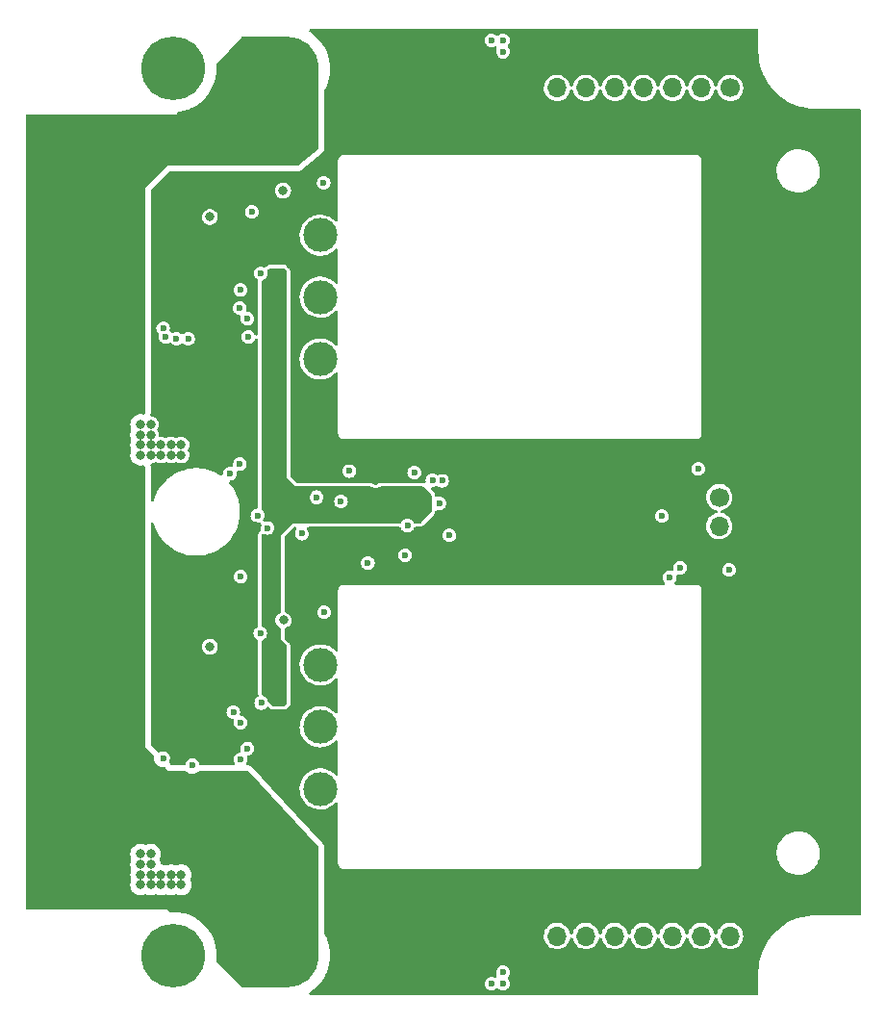
<source format=gbr>
%TF.GenerationSoftware,KiCad,Pcbnew,(6.0.1-0)*%
%TF.CreationDate,2024-02-14T13:59:27+01:00*%
%TF.ProjectId,dcload-power-board,64636c6f-6164-42d7-906f-7765722d626f,rev?*%
%TF.SameCoordinates,Original*%
%TF.FileFunction,Copper,L3,Inr*%
%TF.FilePolarity,Positive*%
%FSLAX46Y46*%
G04 Gerber Fmt 4.6, Leading zero omitted, Abs format (unit mm)*
G04 Created by KiCad (PCBNEW (6.0.1-0)) date 2024-02-14 13:59:27*
%MOMM*%
%LPD*%
G01*
G04 APERTURE LIST*
%TA.AperFunction,ComponentPad*%
%ADD10C,3.000000*%
%TD*%
%TA.AperFunction,ComponentPad*%
%ADD11C,5.600000*%
%TD*%
%TA.AperFunction,ComponentPad*%
%ADD12C,1.700000*%
%TD*%
%TA.AperFunction,ComponentPad*%
%ADD13O,1.700000X1.700000*%
%TD*%
%TA.AperFunction,ViaPad*%
%ADD14C,0.600000*%
%TD*%
%TA.AperFunction,ViaPad*%
%ADD15C,0.800000*%
%TD*%
G04 APERTURE END LIST*
D10*
%TO.N,/2. Current Sink 1/GATE*%
%TO.C,Q200*%
X126920000Y-70650000D03*
%TO.N,IN+*%
X126920000Y-76100000D03*
%TO.N,/2. Current Sink 1/SOURCE*%
X126920000Y-81550000D03*
%TD*%
D11*
%TO.N,IN+*%
%TO.C,H105*%
X124000000Y-134000000D03*
%TD*%
%TO.N,GND*%
%TO.C,H106*%
X114000000Y-134000000D03*
%TD*%
%TO.N,GND*%
%TO.C,H104*%
X114000000Y-56000000D03*
%TD*%
D10*
%TO.N,/3. Current Sink 2/GATE*%
%TO.C,Q300*%
X126920000Y-108450000D03*
%TO.N,IN+*%
X126920000Y-113900000D03*
%TO.N,/3. Current Sink 2/SOURCE*%
X126920000Y-119350000D03*
%TD*%
D11*
%TO.N,IN+*%
%TO.C,H103*%
X124000000Y-56000000D03*
%TD*%
D12*
%TO.N,/NTC*%
%TO.C,J103*%
X162037500Y-93692500D03*
D13*
%TO.N,GND*%
X162037500Y-96232500D03*
%TD*%
D12*
%TO.N,/NTC*%
%TO.C,J100*%
X163000000Y-57700000D03*
D13*
%TO.N,GND*%
X160460000Y-57700000D03*
%TO.N,/EN*%
X157920000Y-57700000D03*
%TO.N,/ISET*%
X155380000Y-57700000D03*
%TO.N,/ISEN2*%
X152840000Y-57700000D03*
%TO.N,/ISEN1*%
X150300000Y-57700000D03*
%TO.N,GND*%
X147760000Y-57700000D03*
%TO.N,+12V*%
X145220000Y-57700000D03*
%TD*%
D12*
%TO.N,+12V*%
%TO.C,J101*%
X145220000Y-132300000D03*
D13*
%TO.N,GND*%
X147760000Y-132300000D03*
%TO.N,/ISEN1*%
X150300000Y-132300000D03*
%TO.N,/ISEN2*%
X152840000Y-132300000D03*
%TO.N,/ISET*%
X155380000Y-132300000D03*
%TO.N,/EN*%
X157920000Y-132300000D03*
%TO.N,GND*%
X160460000Y-132300000D03*
%TO.N,/NTC*%
X163000000Y-132300000D03*
%TD*%
D14*
%TO.N,+5V*%
X136250000Y-93900000D03*
X135350000Y-93100000D03*
X123530000Y-111800000D03*
X123500000Y-74000000D03*
X134400000Y-93900000D03*
%TO.N,+12V*%
X114000000Y-76450000D03*
X143000000Y-132000000D03*
X132700000Y-91500000D03*
X124090000Y-98020000D03*
X142000000Y-59000000D03*
X115612500Y-106850000D03*
X114000000Y-114250000D03*
X143000000Y-58000000D03*
X131800000Y-92300000D03*
X144000000Y-59000000D03*
X142000000Y-131000000D03*
X125260000Y-98700000D03*
X139400000Y-93600000D03*
X138600000Y-93900000D03*
X144000000Y-131000000D03*
X115612500Y-69050000D03*
%TO.N,EA_OFFSET*%
X120600000Y-79600000D03*
X122300000Y-96400000D03*
X119925000Y-116750000D03*
%TO.N,/EN*%
X162900000Y-100100000D03*
%TO.N,/ISET*%
X158600000Y-99900000D03*
%TO.N,/ISEN2*%
X157700000Y-100750000D03*
X119925000Y-113524500D03*
X119925000Y-100700000D03*
%TO.N,/ISEN1*%
X119850000Y-90800000D03*
X119850000Y-77075000D03*
X160200000Y-91200000D03*
%TO.N,/ISET_BUF*%
X119925000Y-75475500D03*
X118950000Y-91650000D03*
X119275000Y-112600000D03*
D15*
%TO.N,GND*%
X112000000Y-90000000D03*
X112000000Y-89100000D03*
D14*
X126600000Y-93700000D03*
X136800000Y-92200000D03*
D15*
X112900000Y-127800000D03*
D14*
X134600000Y-96200000D03*
D15*
X111100000Y-89100000D03*
D14*
X142000000Y-136500000D03*
X115300000Y-79775000D03*
D15*
X112900000Y-126900000D03*
X112000000Y-88200000D03*
D14*
X143000000Y-54500000D03*
X115675000Y-117250000D03*
D15*
X112000000Y-125100000D03*
D14*
X127225000Y-66025000D03*
D15*
X113800000Y-89100000D03*
D14*
X137650000Y-92250000D03*
X127255000Y-103825000D03*
D15*
X112000000Y-126900000D03*
X114700000Y-126900000D03*
D14*
X120525000Y-115800000D03*
D15*
X111100000Y-126900000D03*
D14*
X142000000Y-53500000D03*
X143000000Y-53500000D03*
X125300000Y-96900000D03*
D15*
X123650000Y-66725000D03*
D14*
X135200000Y-91525000D03*
X113325000Y-79600000D03*
D15*
X113800000Y-127800000D03*
D14*
X131120000Y-99490000D03*
D15*
X111100000Y-90000000D03*
X111100000Y-88200000D03*
D14*
X120900000Y-68600000D03*
X128750000Y-94070000D03*
X114275000Y-79775000D03*
X121730000Y-111800000D03*
X129500000Y-91400000D03*
X113100000Y-78850000D03*
X120525000Y-78000000D03*
D15*
X112000000Y-127800000D03*
X112000000Y-126000000D03*
D14*
X157000000Y-95350000D03*
D15*
X111100000Y-87300000D03*
X112000000Y-87300000D03*
X117212500Y-69050000D03*
D14*
X138300000Y-97050000D03*
X113100000Y-116650000D03*
D15*
X117212500Y-106850000D03*
D14*
X134400000Y-98800000D03*
D15*
X112900000Y-90000000D03*
X111100000Y-127800000D03*
D14*
X121400000Y-95300000D03*
D15*
X114700000Y-89100000D03*
D14*
X143000000Y-136500000D03*
X121650000Y-105675000D03*
D15*
X111100000Y-126000000D03*
D14*
X121700000Y-74000000D03*
X143000000Y-135500000D03*
D15*
X113800000Y-126900000D03*
X113800000Y-90000000D03*
D14*
X137400000Y-94250000D03*
D15*
X114700000Y-90000000D03*
X114700000Y-127800000D03*
X123680000Y-104525000D03*
X112900000Y-89100000D03*
X111100000Y-125100000D03*
%TD*%
%TA.AperFunction,Conductor*%
%TO.N,+5V*%
G36*
X123762782Y-73569962D02*
G01*
X123793641Y-73593641D01*
X123956359Y-73756359D01*
X123994923Y-73823154D01*
X124000000Y-73861718D01*
X124000000Y-92000000D01*
X124750000Y-92750000D01*
X131349442Y-92750000D01*
X131423942Y-92769962D01*
X131440147Y-92780790D01*
X131489409Y-92818590D01*
X131489413Y-92818592D01*
X131497159Y-92824536D01*
X131643238Y-92885044D01*
X131652919Y-92886319D01*
X131652921Y-92886319D01*
X131790315Y-92904407D01*
X131800000Y-92905682D01*
X131809685Y-92904407D01*
X131947079Y-92886319D01*
X131947081Y-92886319D01*
X131956762Y-92885044D01*
X132102841Y-92824536D01*
X132110587Y-92818592D01*
X132110591Y-92818590D01*
X132159853Y-92780790D01*
X132231110Y-92751275D01*
X132250558Y-92750000D01*
X135938282Y-92750000D01*
X136012782Y-92769962D01*
X136043641Y-92793641D01*
X136706359Y-93456359D01*
X136744923Y-93523154D01*
X136750000Y-93561718D01*
X136750000Y-94938282D01*
X136730038Y-95012782D01*
X136706359Y-95043641D01*
X135793641Y-95956359D01*
X135726846Y-95994923D01*
X135688282Y-96000000D01*
X135266693Y-96000000D01*
X135192193Y-95980038D01*
X135137655Y-95925500D01*
X135129036Y-95908022D01*
X135128275Y-95906185D01*
X135128274Y-95906183D01*
X135124536Y-95897159D01*
X135028282Y-95771718D01*
X134902841Y-95675464D01*
X134756762Y-95614956D01*
X134747081Y-95613681D01*
X134747079Y-95613681D01*
X134609685Y-95595593D01*
X134600000Y-95594318D01*
X134590315Y-95595593D01*
X134452921Y-95613681D01*
X134452919Y-95613681D01*
X134443238Y-95614956D01*
X134297159Y-95675464D01*
X134171718Y-95771718D01*
X134075464Y-95897159D01*
X134071726Y-95906183D01*
X134071725Y-95906185D01*
X134070964Y-95908022D01*
X134069754Y-95909599D01*
X134066844Y-95914639D01*
X134066180Y-95914256D01*
X134024010Y-95969211D01*
X133952753Y-95998726D01*
X133933307Y-96000000D01*
X124500000Y-96000000D01*
X123500000Y-97000000D01*
X123500000Y-97891120D01*
X123498725Y-97910567D01*
X123484318Y-98020000D01*
X123485593Y-98029685D01*
X123498725Y-98129432D01*
X123500000Y-98148880D01*
X123500000Y-103738792D01*
X123480038Y-103813292D01*
X123419340Y-103871195D01*
X123373225Y-103894997D01*
X123291352Y-103937254D01*
X123291348Y-103937257D01*
X123283369Y-103941375D01*
X123276602Y-103947279D01*
X123276598Y-103947281D01*
X123237072Y-103981762D01*
X123155604Y-104052831D01*
X123058113Y-104191547D01*
X122996524Y-104349513D01*
X122974394Y-104517611D01*
X122992999Y-104686135D01*
X122996087Y-104694572D01*
X122996087Y-104694574D01*
X123028286Y-104782561D01*
X123051266Y-104845356D01*
X123056275Y-104852811D01*
X123056276Y-104852812D01*
X123064431Y-104864947D01*
X123145830Y-104986083D01*
X123152472Y-104992126D01*
X123152473Y-104992128D01*
X123259985Y-105089956D01*
X123271233Y-105100191D01*
X123279128Y-105104478D01*
X123279130Y-105104479D01*
X123420235Y-105181092D01*
X123418755Y-105183818D01*
X123467778Y-105220232D01*
X123498403Y-105291019D01*
X123500000Y-105312773D01*
X123500000Y-106250000D01*
X123956359Y-106706359D01*
X123994923Y-106773154D01*
X124000000Y-106811718D01*
X124000000Y-111746055D01*
X123980038Y-111820555D01*
X123965465Y-111841442D01*
X123794678Y-112046387D01*
X123731649Y-112090840D01*
X123680213Y-112100000D01*
X122815913Y-112100000D01*
X122741413Y-112080038D01*
X122705662Y-112051228D01*
X122316009Y-111622610D01*
X122288602Y-111579402D01*
X122258274Y-111506182D01*
X122258272Y-111506179D01*
X122254536Y-111497159D01*
X122158282Y-111371718D01*
X122032841Y-111275464D01*
X122023817Y-111271726D01*
X122023815Y-111271725D01*
X122011645Y-111266684D01*
X121958413Y-111229254D01*
X121788749Y-111042624D01*
X121753406Y-110974071D01*
X121750000Y-110942396D01*
X121750000Y-106383114D01*
X121769962Y-106308614D01*
X121824500Y-106254076D01*
X121841980Y-106245456D01*
X121943818Y-106203274D01*
X121943821Y-106203272D01*
X121952841Y-106199536D01*
X122078282Y-106103282D01*
X122174536Y-105977841D01*
X122235044Y-105831762D01*
X122255682Y-105675000D01*
X122235044Y-105518238D01*
X122174536Y-105372159D01*
X122078282Y-105246718D01*
X121952841Y-105150464D01*
X121943821Y-105146728D01*
X121943818Y-105146726D01*
X121841980Y-105104544D01*
X121780790Y-105057592D01*
X121751275Y-104986335D01*
X121750000Y-104966886D01*
X121750000Y-97037026D01*
X121769962Y-96962526D01*
X121824500Y-96907988D01*
X121899000Y-96888026D01*
X121973500Y-96907988D01*
X121989089Y-96918405D01*
X121989412Y-96918591D01*
X121997159Y-96924536D01*
X122143238Y-96985044D01*
X122152919Y-96986319D01*
X122152921Y-96986319D01*
X122290315Y-97004407D01*
X122300000Y-97005682D01*
X122309685Y-97004407D01*
X122447079Y-96986319D01*
X122447081Y-96986319D01*
X122456762Y-96985044D01*
X122602841Y-96924536D01*
X122728282Y-96828282D01*
X122824536Y-96702841D01*
X122885044Y-96556762D01*
X122889165Y-96525464D01*
X122904407Y-96409685D01*
X122905682Y-96400000D01*
X122885044Y-96243238D01*
X122824536Y-96097159D01*
X122728282Y-95971718D01*
X122602841Y-95875464D01*
X122456762Y-95814956D01*
X122447081Y-95813681D01*
X122447079Y-95813681D01*
X122309685Y-95795593D01*
X122300000Y-95794318D01*
X122290315Y-95795593D01*
X122152921Y-95813681D01*
X122152919Y-95813681D01*
X122143238Y-95814956D01*
X122134216Y-95818693D01*
X122097788Y-95833782D01*
X122021320Y-95843849D01*
X121950063Y-95814334D01*
X121903110Y-95753144D01*
X121893043Y-95676676D01*
X121916294Y-95620539D01*
X121913708Y-95619046D01*
X121918590Y-95610590D01*
X121924536Y-95602841D01*
X121985044Y-95456762D01*
X122005682Y-95300000D01*
X121985044Y-95143238D01*
X121924536Y-94997159D01*
X121828282Y-94871718D01*
X121808296Y-94856382D01*
X121761343Y-94795192D01*
X121750000Y-94738171D01*
X121750000Y-93700000D01*
X125994318Y-93700000D01*
X125995593Y-93709685D01*
X126003160Y-93767159D01*
X126014956Y-93856762D01*
X126075464Y-94002841D01*
X126171718Y-94128282D01*
X126297159Y-94224536D01*
X126443238Y-94285044D01*
X126452919Y-94286319D01*
X126452921Y-94286319D01*
X126590315Y-94304407D01*
X126600000Y-94305682D01*
X126609685Y-94304407D01*
X126747079Y-94286319D01*
X126747081Y-94286319D01*
X126756762Y-94285044D01*
X126902841Y-94224536D01*
X127028282Y-94128282D01*
X127073003Y-94070000D01*
X128144318Y-94070000D01*
X128164956Y-94226762D01*
X128168693Y-94235784D01*
X128174582Y-94250000D01*
X128225464Y-94372841D01*
X128321718Y-94498282D01*
X128447159Y-94594536D01*
X128593238Y-94655044D01*
X128602919Y-94656319D01*
X128602921Y-94656319D01*
X128740315Y-94674407D01*
X128750000Y-94675682D01*
X128759685Y-94674407D01*
X128897079Y-94656319D01*
X128897081Y-94656319D01*
X128906762Y-94655044D01*
X129052841Y-94594536D01*
X129178282Y-94498282D01*
X129274536Y-94372841D01*
X129325419Y-94250000D01*
X129331307Y-94235784D01*
X129335044Y-94226762D01*
X129355682Y-94070000D01*
X129347861Y-94010590D01*
X129336319Y-93922921D01*
X129336319Y-93922919D01*
X129335044Y-93913238D01*
X129274536Y-93767159D01*
X129178282Y-93641718D01*
X129052841Y-93545464D01*
X128906762Y-93484956D01*
X128897081Y-93483681D01*
X128897079Y-93483681D01*
X128759685Y-93465593D01*
X128750000Y-93464318D01*
X128740315Y-93465593D01*
X128602921Y-93483681D01*
X128602919Y-93483681D01*
X128593238Y-93484956D01*
X128447159Y-93545464D01*
X128321718Y-93641718D01*
X128225464Y-93767159D01*
X128164956Y-93913238D01*
X128163681Y-93922919D01*
X128163681Y-93922921D01*
X128152139Y-94010590D01*
X128144318Y-94070000D01*
X127073003Y-94070000D01*
X127124536Y-94002841D01*
X127185044Y-93856762D01*
X127196841Y-93767159D01*
X127204407Y-93709685D01*
X127205682Y-93700000D01*
X127185044Y-93543238D01*
X127152354Y-93464318D01*
X127128274Y-93406183D01*
X127128274Y-93406182D01*
X127124536Y-93397159D01*
X127028282Y-93271718D01*
X126902841Y-93175464D01*
X126756762Y-93114956D01*
X126747081Y-93113681D01*
X126747079Y-93113681D01*
X126609685Y-93095593D01*
X126600000Y-93094318D01*
X126590315Y-93095593D01*
X126452921Y-93113681D01*
X126452919Y-93113681D01*
X126443238Y-93114956D01*
X126297159Y-93175464D01*
X126171718Y-93271718D01*
X126075464Y-93397159D01*
X126071726Y-93406182D01*
X126071726Y-93406183D01*
X126047646Y-93464318D01*
X126014956Y-93543238D01*
X125994318Y-93700000D01*
X121750000Y-93700000D01*
X121750000Y-74726663D01*
X121769962Y-74652163D01*
X121824500Y-74597625D01*
X121853991Y-74585409D01*
X121856762Y-74585044D01*
X122002841Y-74524536D01*
X122128282Y-74428282D01*
X122224536Y-74302841D01*
X122285044Y-74156762D01*
X122305682Y-74000000D01*
X122285044Y-73843238D01*
X122279711Y-73830362D01*
X122279167Y-73826228D01*
X122278779Y-73824781D01*
X122278969Y-73824730D01*
X122269642Y-73753894D01*
X122299157Y-73682637D01*
X122340704Y-73645578D01*
X122464613Y-73571232D01*
X122541270Y-73550000D01*
X123688282Y-73550000D01*
X123762782Y-73569962D01*
G37*
%TD.AperFunction*%
%TD*%
%TA.AperFunction,Conductor*%
%TO.N,+12V*%
G36*
X165425500Y-52519962D02*
G01*
X165480038Y-52574500D01*
X165500000Y-52649000D01*
X165500000Y-54445546D01*
X165497935Y-54470266D01*
X165495009Y-54487658D01*
X165494939Y-54493411D01*
X165494934Y-54493829D01*
X165494858Y-54500000D01*
X165495674Y-54505696D01*
X165496048Y-54511442D01*
X165495966Y-54511447D01*
X165496388Y-54516022D01*
X165512817Y-54913250D01*
X165513197Y-54916296D01*
X165513197Y-54916300D01*
X165532720Y-55072927D01*
X165563976Y-55323677D01*
X165648854Y-55728477D01*
X165649729Y-55731416D01*
X165649731Y-55731424D01*
X165737599Y-56026566D01*
X165766870Y-56124886D01*
X165767988Y-56127751D01*
X165767990Y-56127757D01*
X165878504Y-56410979D01*
X165917218Y-56510195D01*
X165918568Y-56512957D01*
X165918570Y-56512961D01*
X166037294Y-56755815D01*
X166098871Y-56881772D01*
X166310588Y-57237079D01*
X166463853Y-57451741D01*
X166538737Y-57556622D01*
X166550923Y-57573690D01*
X166818235Y-57889304D01*
X167110696Y-58181765D01*
X167426310Y-58449077D01*
X167428820Y-58450869D01*
X167428825Y-58450873D01*
X167495687Y-58498611D01*
X167762921Y-58689412D01*
X168118228Y-58901129D01*
X168121004Y-58902486D01*
X168464056Y-59070194D01*
X168489805Y-59082782D01*
X168492659Y-59083896D01*
X168492669Y-59083900D01*
X168872243Y-59232010D01*
X168872249Y-59232012D01*
X168875114Y-59233130D01*
X168878055Y-59234006D01*
X168878065Y-59234009D01*
X169268576Y-59350269D01*
X169268584Y-59350271D01*
X169271523Y-59351146D01*
X169460783Y-59390830D01*
X169673307Y-59435392D01*
X169673316Y-59435394D01*
X169676323Y-59436024D01*
X169679381Y-59436405D01*
X169679380Y-59436405D01*
X170083700Y-59486803D01*
X170083704Y-59486803D01*
X170086750Y-59487183D01*
X170089819Y-59487310D01*
X170089820Y-59487310D01*
X170468651Y-59502979D01*
X170476227Y-59503767D01*
X170476249Y-59503522D01*
X170481979Y-59504036D01*
X170487658Y-59504991D01*
X170493855Y-59505067D01*
X170494246Y-59505072D01*
X170494251Y-59505072D01*
X170500000Y-59505142D01*
X170525396Y-59501505D01*
X170546519Y-59500000D01*
X174351000Y-59500000D01*
X174425500Y-59519962D01*
X174480038Y-59574500D01*
X174500000Y-59649000D01*
X174500000Y-130351000D01*
X174480038Y-130425500D01*
X174425500Y-130480038D01*
X174351000Y-130500000D01*
X170554454Y-130500000D01*
X170529734Y-130497935D01*
X170526648Y-130497416D01*
X170512342Y-130495009D01*
X170506178Y-130494934D01*
X170505754Y-130494928D01*
X170505749Y-130494928D01*
X170500000Y-130494858D01*
X170494304Y-130495674D01*
X170488558Y-130496048D01*
X170488553Y-130495966D01*
X170483978Y-130496388D01*
X170086750Y-130512817D01*
X170083704Y-130513197D01*
X170083700Y-130513197D01*
X169927317Y-130532690D01*
X169676323Y-130563976D01*
X169673316Y-130564606D01*
X169673307Y-130564608D01*
X169460783Y-130609170D01*
X169271523Y-130648854D01*
X169268584Y-130649729D01*
X169268576Y-130649731D01*
X168878065Y-130765991D01*
X168878055Y-130765994D01*
X168875114Y-130766870D01*
X168872249Y-130767988D01*
X168872243Y-130767990D01*
X168492669Y-130916100D01*
X168492659Y-130916104D01*
X168489805Y-130917218D01*
X168487043Y-130918568D01*
X168487039Y-130918570D01*
X168460705Y-130931444D01*
X168118228Y-131098871D01*
X167762921Y-131310588D01*
X167633393Y-131403069D01*
X167452336Y-131532341D01*
X167426310Y-131550923D01*
X167110696Y-131818235D01*
X166818235Y-132110696D01*
X166550923Y-132426310D01*
X166549131Y-132428820D01*
X166549127Y-132428825D01*
X166503848Y-132492243D01*
X166310588Y-132762921D01*
X166098871Y-133118228D01*
X166097514Y-133121004D01*
X165939593Y-133444037D01*
X165917218Y-133489805D01*
X165916104Y-133492659D01*
X165916100Y-133492669D01*
X165873350Y-133602229D01*
X165766870Y-133875114D01*
X165765994Y-133878055D01*
X165765991Y-133878065D01*
X165649731Y-134268576D01*
X165648854Y-134271523D01*
X165563976Y-134676323D01*
X165554523Y-134752162D01*
X165526689Y-134975464D01*
X165512817Y-135086750D01*
X165512690Y-135089819D01*
X165512690Y-135089820D01*
X165497021Y-135468651D01*
X165496233Y-135476227D01*
X165496478Y-135476249D01*
X165495964Y-135481979D01*
X165495009Y-135487658D01*
X165494858Y-135500000D01*
X165495674Y-135505698D01*
X165498495Y-135525396D01*
X165500000Y-135546519D01*
X165500000Y-137351000D01*
X165480038Y-137425500D01*
X165425500Y-137480038D01*
X165351000Y-137500000D01*
X126097195Y-137500000D01*
X126022695Y-137480038D01*
X125968157Y-137425500D01*
X125948195Y-137351000D01*
X125968157Y-137276500D01*
X126012800Y-137228205D01*
X126017423Y-137225028D01*
X126311298Y-137023053D01*
X126423049Y-136928282D01*
X126602095Y-136776440D01*
X126602096Y-136776439D01*
X126604965Y-136774006D01*
X126628978Y-136749053D01*
X126868647Y-136500000D01*
X141394318Y-136500000D01*
X141414956Y-136656762D01*
X141418693Y-136665784D01*
X141462396Y-136771291D01*
X141475464Y-136802841D01*
X141571718Y-136928282D01*
X141697159Y-137024536D01*
X141843238Y-137085044D01*
X141852919Y-137086319D01*
X141852921Y-137086319D01*
X141990315Y-137104407D01*
X142000000Y-137105682D01*
X142009685Y-137104407D01*
X142147079Y-137086319D01*
X142147081Y-137086319D01*
X142156762Y-137085044D01*
X142302841Y-137024536D01*
X142409296Y-136942851D01*
X142480552Y-136913336D01*
X142557020Y-136923403D01*
X142590704Y-136942850D01*
X142697159Y-137024536D01*
X142843238Y-137085044D01*
X142852919Y-137086319D01*
X142852921Y-137086319D01*
X142990315Y-137104407D01*
X143000000Y-137105682D01*
X143009685Y-137104407D01*
X143147079Y-137086319D01*
X143147081Y-137086319D01*
X143156762Y-137085044D01*
X143302841Y-137024536D01*
X143428282Y-136928282D01*
X143524536Y-136802841D01*
X143537605Y-136771291D01*
X143581307Y-136665784D01*
X143585044Y-136656762D01*
X143605682Y-136500000D01*
X143585044Y-136343238D01*
X143524536Y-136197159D01*
X143442851Y-136090704D01*
X143413336Y-136019448D01*
X143423403Y-135942980D01*
X143442851Y-135909295D01*
X143472033Y-135871265D01*
X143524536Y-135802841D01*
X143585044Y-135656762D01*
X143601768Y-135529734D01*
X143604407Y-135509685D01*
X143605682Y-135500000D01*
X143585044Y-135343238D01*
X143524536Y-135197159D01*
X143428282Y-135071718D01*
X143302841Y-134975464D01*
X143156762Y-134914956D01*
X143147081Y-134913681D01*
X143147079Y-134913681D01*
X143009685Y-134895593D01*
X143000000Y-134894318D01*
X142990315Y-134895593D01*
X142852921Y-134913681D01*
X142852919Y-134913681D01*
X142843238Y-134914956D01*
X142697159Y-134975464D01*
X142571718Y-135071718D01*
X142475464Y-135197159D01*
X142414956Y-135343238D01*
X142394318Y-135500000D01*
X142395593Y-135509685D01*
X142398233Y-135529734D01*
X142414956Y-135656762D01*
X142418693Y-135665784D01*
X142459869Y-135765191D01*
X142469936Y-135841659D01*
X142440421Y-135912916D01*
X142379231Y-135959869D01*
X142302763Y-135969936D01*
X142265191Y-135959869D01*
X142165784Y-135918693D01*
X142156762Y-135914956D01*
X142147081Y-135913681D01*
X142147079Y-135913681D01*
X142009685Y-135895593D01*
X142000000Y-135894318D01*
X141990315Y-135895593D01*
X141852921Y-135913681D01*
X141852919Y-135913681D01*
X141843238Y-135914956D01*
X141834216Y-135918693D01*
X141710505Y-135969936D01*
X141697159Y-135975464D01*
X141571718Y-136071718D01*
X141475464Y-136197159D01*
X141414956Y-136343238D01*
X141394318Y-136500000D01*
X126868647Y-136500000D01*
X126869344Y-136499276D01*
X126869349Y-136499270D01*
X126871960Y-136496557D01*
X127109550Y-136193546D01*
X127249779Y-135971726D01*
X127313288Y-135871265D01*
X127313291Y-135871260D01*
X127315303Y-135868077D01*
X127334358Y-135829860D01*
X127485433Y-135526849D01*
X127487112Y-135523482D01*
X127623218Y-135163288D01*
X127633331Y-135125283D01*
X127721258Y-134794825D01*
X127722227Y-134791184D01*
X127783126Y-134410979D01*
X127805291Y-134026566D01*
X127805384Y-134000000D01*
X127785903Y-133615442D01*
X127727660Y-133234821D01*
X127725258Y-133225531D01*
X127632196Y-132865688D01*
X127632194Y-132865683D01*
X127631251Y-132862035D01*
X127625257Y-132845829D01*
X127520625Y-132562975D01*
X127497663Y-132500900D01*
X127403128Y-132307930D01*
X127384426Y-132269754D01*
X146604967Y-132269754D01*
X146605414Y-132276572D01*
X146618010Y-132468751D01*
X146618796Y-132480749D01*
X146670845Y-132685690D01*
X146673703Y-132691890D01*
X146673705Y-132691895D01*
X146731606Y-132817492D01*
X146759369Y-132877714D01*
X146881405Y-133050391D01*
X147032865Y-133197937D01*
X147208677Y-133315411D01*
X147402953Y-133398878D01*
X147609186Y-133445544D01*
X147660544Y-133447562D01*
X147813641Y-133453578D01*
X147813645Y-133453578D01*
X147820470Y-133453846D01*
X148029730Y-133423504D01*
X148036187Y-133421312D01*
X148036192Y-133421311D01*
X148172083Y-133375182D01*
X148229955Y-133355537D01*
X148324713Y-133302470D01*
X148408481Y-133255558D01*
X148408486Y-133255554D01*
X148414442Y-133252219D01*
X148577012Y-133117012D01*
X148712219Y-132954442D01*
X148715554Y-132948486D01*
X148715558Y-132948481D01*
X148769020Y-132853016D01*
X148815537Y-132769955D01*
X148846389Y-132679068D01*
X148881311Y-132576192D01*
X148881312Y-132576187D01*
X148883504Y-132569730D01*
X148884483Y-132562977D01*
X148886079Y-132556329D01*
X148887585Y-132556691D01*
X148914723Y-132493523D01*
X148976521Y-132447374D01*
X149053114Y-132438306D01*
X149123979Y-132468751D01*
X149170128Y-132530549D01*
X149176152Y-132549088D01*
X149181395Y-132569730D01*
X149210845Y-132685690D01*
X149213703Y-132691890D01*
X149213705Y-132691895D01*
X149271606Y-132817492D01*
X149299369Y-132877714D01*
X149421405Y-133050391D01*
X149572865Y-133197937D01*
X149748677Y-133315411D01*
X149942953Y-133398878D01*
X150149186Y-133445544D01*
X150200544Y-133447562D01*
X150353641Y-133453578D01*
X150353645Y-133453578D01*
X150360470Y-133453846D01*
X150569730Y-133423504D01*
X150576187Y-133421312D01*
X150576192Y-133421311D01*
X150712083Y-133375182D01*
X150769955Y-133355537D01*
X150864713Y-133302470D01*
X150948481Y-133255558D01*
X150948486Y-133255554D01*
X150954442Y-133252219D01*
X151117012Y-133117012D01*
X151252219Y-132954442D01*
X151255554Y-132948486D01*
X151255558Y-132948481D01*
X151309020Y-132853016D01*
X151355537Y-132769955D01*
X151386389Y-132679068D01*
X151421311Y-132576192D01*
X151421312Y-132576187D01*
X151423504Y-132569730D01*
X151424483Y-132562977D01*
X151426079Y-132556329D01*
X151427585Y-132556691D01*
X151454723Y-132493523D01*
X151516521Y-132447374D01*
X151593114Y-132438306D01*
X151663979Y-132468751D01*
X151710128Y-132530549D01*
X151716152Y-132549088D01*
X151721395Y-132569730D01*
X151750845Y-132685690D01*
X151753703Y-132691890D01*
X151753705Y-132691895D01*
X151811606Y-132817492D01*
X151839369Y-132877714D01*
X151961405Y-133050391D01*
X152112865Y-133197937D01*
X152288677Y-133315411D01*
X152482953Y-133398878D01*
X152689186Y-133445544D01*
X152740544Y-133447562D01*
X152893641Y-133453578D01*
X152893645Y-133453578D01*
X152900470Y-133453846D01*
X153109730Y-133423504D01*
X153116187Y-133421312D01*
X153116192Y-133421311D01*
X153252083Y-133375182D01*
X153309955Y-133355537D01*
X153404713Y-133302470D01*
X153488481Y-133255558D01*
X153488486Y-133255554D01*
X153494442Y-133252219D01*
X153657012Y-133117012D01*
X153792219Y-132954442D01*
X153795554Y-132948486D01*
X153795558Y-132948481D01*
X153849020Y-132853016D01*
X153895537Y-132769955D01*
X153926389Y-132679068D01*
X153961311Y-132576192D01*
X153961312Y-132576187D01*
X153963504Y-132569730D01*
X153964483Y-132562977D01*
X153966079Y-132556329D01*
X153967585Y-132556691D01*
X153994723Y-132493523D01*
X154056521Y-132447374D01*
X154133114Y-132438306D01*
X154203979Y-132468751D01*
X154250128Y-132530549D01*
X154256152Y-132549088D01*
X154261395Y-132569730D01*
X154290845Y-132685690D01*
X154293703Y-132691890D01*
X154293705Y-132691895D01*
X154351606Y-132817492D01*
X154379369Y-132877714D01*
X154501405Y-133050391D01*
X154652865Y-133197937D01*
X154828677Y-133315411D01*
X155022953Y-133398878D01*
X155229186Y-133445544D01*
X155280544Y-133447562D01*
X155433641Y-133453578D01*
X155433645Y-133453578D01*
X155440470Y-133453846D01*
X155649730Y-133423504D01*
X155656187Y-133421312D01*
X155656192Y-133421311D01*
X155792083Y-133375182D01*
X155849955Y-133355537D01*
X155944713Y-133302470D01*
X156028481Y-133255558D01*
X156028486Y-133255554D01*
X156034442Y-133252219D01*
X156197012Y-133117012D01*
X156332219Y-132954442D01*
X156335554Y-132948486D01*
X156335558Y-132948481D01*
X156389020Y-132853016D01*
X156435537Y-132769955D01*
X156466389Y-132679068D01*
X156501311Y-132576192D01*
X156501312Y-132576187D01*
X156503504Y-132569730D01*
X156504483Y-132562977D01*
X156506079Y-132556329D01*
X156507585Y-132556691D01*
X156534723Y-132493523D01*
X156596521Y-132447374D01*
X156673114Y-132438306D01*
X156743979Y-132468751D01*
X156790128Y-132530549D01*
X156796152Y-132549088D01*
X156801395Y-132569730D01*
X156830845Y-132685690D01*
X156833703Y-132691890D01*
X156833705Y-132691895D01*
X156891606Y-132817492D01*
X156919369Y-132877714D01*
X157041405Y-133050391D01*
X157192865Y-133197937D01*
X157368677Y-133315411D01*
X157562953Y-133398878D01*
X157769186Y-133445544D01*
X157820544Y-133447562D01*
X157973641Y-133453578D01*
X157973645Y-133453578D01*
X157980470Y-133453846D01*
X158189730Y-133423504D01*
X158196187Y-133421312D01*
X158196192Y-133421311D01*
X158332083Y-133375182D01*
X158389955Y-133355537D01*
X158484713Y-133302470D01*
X158568481Y-133255558D01*
X158568486Y-133255554D01*
X158574442Y-133252219D01*
X158737012Y-133117012D01*
X158872219Y-132954442D01*
X158875554Y-132948486D01*
X158875558Y-132948481D01*
X158929020Y-132853016D01*
X158975537Y-132769955D01*
X159006389Y-132679068D01*
X159041311Y-132576192D01*
X159041312Y-132576187D01*
X159043504Y-132569730D01*
X159044483Y-132562977D01*
X159046079Y-132556329D01*
X159047585Y-132556691D01*
X159074723Y-132493523D01*
X159136521Y-132447374D01*
X159213114Y-132438306D01*
X159283979Y-132468751D01*
X159330128Y-132530549D01*
X159336152Y-132549088D01*
X159341395Y-132569730D01*
X159370845Y-132685690D01*
X159373703Y-132691890D01*
X159373705Y-132691895D01*
X159431606Y-132817492D01*
X159459369Y-132877714D01*
X159581405Y-133050391D01*
X159732865Y-133197937D01*
X159908677Y-133315411D01*
X160102953Y-133398878D01*
X160309186Y-133445544D01*
X160360544Y-133447562D01*
X160513641Y-133453578D01*
X160513645Y-133453578D01*
X160520470Y-133453846D01*
X160729730Y-133423504D01*
X160736187Y-133421312D01*
X160736192Y-133421311D01*
X160872083Y-133375182D01*
X160929955Y-133355537D01*
X161024713Y-133302470D01*
X161108481Y-133255558D01*
X161108486Y-133255554D01*
X161114442Y-133252219D01*
X161277012Y-133117012D01*
X161412219Y-132954442D01*
X161415554Y-132948486D01*
X161415558Y-132948481D01*
X161469020Y-132853016D01*
X161515537Y-132769955D01*
X161546389Y-132679068D01*
X161581311Y-132576192D01*
X161581312Y-132576187D01*
X161583504Y-132569730D01*
X161584483Y-132562977D01*
X161586079Y-132556329D01*
X161587585Y-132556691D01*
X161614723Y-132493523D01*
X161676521Y-132447374D01*
X161753114Y-132438306D01*
X161823979Y-132468751D01*
X161870128Y-132530549D01*
X161876152Y-132549088D01*
X161881395Y-132569730D01*
X161910845Y-132685690D01*
X161913703Y-132691890D01*
X161913705Y-132691895D01*
X161971606Y-132817492D01*
X161999369Y-132877714D01*
X162121405Y-133050391D01*
X162272865Y-133197937D01*
X162448677Y-133315411D01*
X162642953Y-133398878D01*
X162849186Y-133445544D01*
X162900544Y-133447562D01*
X163053641Y-133453578D01*
X163053645Y-133453578D01*
X163060470Y-133453846D01*
X163269730Y-133423504D01*
X163276187Y-133421312D01*
X163276192Y-133421311D01*
X163412083Y-133375182D01*
X163469955Y-133355537D01*
X163564713Y-133302470D01*
X163648481Y-133255558D01*
X163648486Y-133255554D01*
X163654442Y-133252219D01*
X163817012Y-133117012D01*
X163952219Y-132954442D01*
X163955554Y-132948486D01*
X163955558Y-132948481D01*
X164009020Y-132853016D01*
X164055537Y-132769955D01*
X164086389Y-132679068D01*
X164121311Y-132576192D01*
X164121312Y-132576187D01*
X164123504Y-132569730D01*
X164153846Y-132360470D01*
X164155429Y-132300000D01*
X164136081Y-132089440D01*
X164078686Y-131885931D01*
X163985165Y-131696290D01*
X163981084Y-131690825D01*
X163981081Y-131690820D01*
X163862739Y-131532341D01*
X163862737Y-131532339D01*
X163858651Y-131526867D01*
X163703381Y-131383337D01*
X163524554Y-131270505D01*
X163518215Y-131267976D01*
X163518209Y-131267973D01*
X163334504Y-131194683D01*
X163328160Y-131192152D01*
X163261401Y-131178873D01*
X163127478Y-131152234D01*
X163127475Y-131152234D01*
X163120775Y-131150901D01*
X163015060Y-131149517D01*
X162916180Y-131148222D01*
X162916175Y-131148222D01*
X162909346Y-131148133D01*
X162902613Y-131149290D01*
X162902612Y-131149290D01*
X162707684Y-131182784D01*
X162707680Y-131182785D01*
X162700953Y-131183941D01*
X162502575Y-131257127D01*
X162496702Y-131260621D01*
X162342721Y-131352230D01*
X162320856Y-131365238D01*
X162288641Y-131393489D01*
X162167022Y-131500146D01*
X162167019Y-131500149D01*
X162161881Y-131504655D01*
X162123830Y-131552923D01*
X162035207Y-131665340D01*
X162035203Y-131665346D01*
X162030976Y-131670708D01*
X162027797Y-131676751D01*
X162027794Y-131676755D01*
X162014295Y-131702413D01*
X161932523Y-131857836D01*
X161930499Y-131864356D01*
X161930496Y-131864362D01*
X161871153Y-132055480D01*
X161829997Y-132120710D01*
X161761739Y-132156622D01*
X161684671Y-132153594D01*
X161619441Y-132112438D01*
X161585449Y-132051741D01*
X161540541Y-131892509D01*
X161538686Y-131885931D01*
X161445165Y-131696290D01*
X161441084Y-131690825D01*
X161441081Y-131690820D01*
X161322739Y-131532341D01*
X161322737Y-131532339D01*
X161318651Y-131526867D01*
X161163381Y-131383337D01*
X160984554Y-131270505D01*
X160978215Y-131267976D01*
X160978209Y-131267973D01*
X160794504Y-131194683D01*
X160788160Y-131192152D01*
X160721401Y-131178873D01*
X160587478Y-131152234D01*
X160587475Y-131152234D01*
X160580775Y-131150901D01*
X160475060Y-131149517D01*
X160376180Y-131148222D01*
X160376175Y-131148222D01*
X160369346Y-131148133D01*
X160362613Y-131149290D01*
X160362612Y-131149290D01*
X160167684Y-131182784D01*
X160167680Y-131182785D01*
X160160953Y-131183941D01*
X159962575Y-131257127D01*
X159956702Y-131260621D01*
X159802721Y-131352230D01*
X159780856Y-131365238D01*
X159748641Y-131393489D01*
X159627022Y-131500146D01*
X159627019Y-131500149D01*
X159621881Y-131504655D01*
X159583830Y-131552923D01*
X159495207Y-131665340D01*
X159495203Y-131665346D01*
X159490976Y-131670708D01*
X159487797Y-131676751D01*
X159487794Y-131676755D01*
X159474295Y-131702413D01*
X159392523Y-131857836D01*
X159390499Y-131864356D01*
X159390496Y-131864362D01*
X159331153Y-132055480D01*
X159289997Y-132120710D01*
X159221739Y-132156622D01*
X159144671Y-132153594D01*
X159079441Y-132112438D01*
X159045449Y-132051741D01*
X159000541Y-131892509D01*
X158998686Y-131885931D01*
X158905165Y-131696290D01*
X158901084Y-131690825D01*
X158901081Y-131690820D01*
X158782739Y-131532341D01*
X158782737Y-131532339D01*
X158778651Y-131526867D01*
X158623381Y-131383337D01*
X158444554Y-131270505D01*
X158438215Y-131267976D01*
X158438209Y-131267973D01*
X158254504Y-131194683D01*
X158248160Y-131192152D01*
X158181401Y-131178873D01*
X158047478Y-131152234D01*
X158047475Y-131152234D01*
X158040775Y-131150901D01*
X157935060Y-131149517D01*
X157836180Y-131148222D01*
X157836175Y-131148222D01*
X157829346Y-131148133D01*
X157822613Y-131149290D01*
X157822612Y-131149290D01*
X157627684Y-131182784D01*
X157627680Y-131182785D01*
X157620953Y-131183941D01*
X157422575Y-131257127D01*
X157416702Y-131260621D01*
X157262721Y-131352230D01*
X157240856Y-131365238D01*
X157208641Y-131393489D01*
X157087022Y-131500146D01*
X157087019Y-131500149D01*
X157081881Y-131504655D01*
X157043830Y-131552923D01*
X156955207Y-131665340D01*
X156955203Y-131665346D01*
X156950976Y-131670708D01*
X156947797Y-131676751D01*
X156947794Y-131676755D01*
X156934295Y-131702413D01*
X156852523Y-131857836D01*
X156850499Y-131864356D01*
X156850496Y-131864362D01*
X156791153Y-132055480D01*
X156749997Y-132120710D01*
X156681739Y-132156622D01*
X156604671Y-132153594D01*
X156539441Y-132112438D01*
X156505449Y-132051741D01*
X156460541Y-131892509D01*
X156458686Y-131885931D01*
X156365165Y-131696290D01*
X156361084Y-131690825D01*
X156361081Y-131690820D01*
X156242739Y-131532341D01*
X156242737Y-131532339D01*
X156238651Y-131526867D01*
X156083381Y-131383337D01*
X155904554Y-131270505D01*
X155898215Y-131267976D01*
X155898209Y-131267973D01*
X155714504Y-131194683D01*
X155708160Y-131192152D01*
X155641401Y-131178873D01*
X155507478Y-131152234D01*
X155507475Y-131152234D01*
X155500775Y-131150901D01*
X155395060Y-131149517D01*
X155296180Y-131148222D01*
X155296175Y-131148222D01*
X155289346Y-131148133D01*
X155282613Y-131149290D01*
X155282612Y-131149290D01*
X155087684Y-131182784D01*
X155087680Y-131182785D01*
X155080953Y-131183941D01*
X154882575Y-131257127D01*
X154876702Y-131260621D01*
X154722721Y-131352230D01*
X154700856Y-131365238D01*
X154668641Y-131393489D01*
X154547022Y-131500146D01*
X154547019Y-131500149D01*
X154541881Y-131504655D01*
X154503830Y-131552923D01*
X154415207Y-131665340D01*
X154415203Y-131665346D01*
X154410976Y-131670708D01*
X154407797Y-131676751D01*
X154407794Y-131676755D01*
X154394295Y-131702413D01*
X154312523Y-131857836D01*
X154310499Y-131864356D01*
X154310496Y-131864362D01*
X154251153Y-132055480D01*
X154209997Y-132120710D01*
X154141739Y-132156622D01*
X154064671Y-132153594D01*
X153999441Y-132112438D01*
X153965449Y-132051741D01*
X153920541Y-131892509D01*
X153918686Y-131885931D01*
X153825165Y-131696290D01*
X153821084Y-131690825D01*
X153821081Y-131690820D01*
X153702739Y-131532341D01*
X153702737Y-131532339D01*
X153698651Y-131526867D01*
X153543381Y-131383337D01*
X153364554Y-131270505D01*
X153358215Y-131267976D01*
X153358209Y-131267973D01*
X153174504Y-131194683D01*
X153168160Y-131192152D01*
X153101401Y-131178873D01*
X152967478Y-131152234D01*
X152967475Y-131152234D01*
X152960775Y-131150901D01*
X152855060Y-131149517D01*
X152756180Y-131148222D01*
X152756175Y-131148222D01*
X152749346Y-131148133D01*
X152742613Y-131149290D01*
X152742612Y-131149290D01*
X152547684Y-131182784D01*
X152547680Y-131182785D01*
X152540953Y-131183941D01*
X152342575Y-131257127D01*
X152336702Y-131260621D01*
X152182721Y-131352230D01*
X152160856Y-131365238D01*
X152128641Y-131393489D01*
X152007022Y-131500146D01*
X152007019Y-131500149D01*
X152001881Y-131504655D01*
X151963830Y-131552923D01*
X151875207Y-131665340D01*
X151875203Y-131665346D01*
X151870976Y-131670708D01*
X151867797Y-131676751D01*
X151867794Y-131676755D01*
X151854295Y-131702413D01*
X151772523Y-131857836D01*
X151770499Y-131864356D01*
X151770496Y-131864362D01*
X151711153Y-132055480D01*
X151669997Y-132120710D01*
X151601739Y-132156622D01*
X151524671Y-132153594D01*
X151459441Y-132112438D01*
X151425449Y-132051741D01*
X151380541Y-131892509D01*
X151378686Y-131885931D01*
X151285165Y-131696290D01*
X151281084Y-131690825D01*
X151281081Y-131690820D01*
X151162739Y-131532341D01*
X151162737Y-131532339D01*
X151158651Y-131526867D01*
X151003381Y-131383337D01*
X150824554Y-131270505D01*
X150818215Y-131267976D01*
X150818209Y-131267973D01*
X150634504Y-131194683D01*
X150628160Y-131192152D01*
X150561401Y-131178873D01*
X150427478Y-131152234D01*
X150427475Y-131152234D01*
X150420775Y-131150901D01*
X150315060Y-131149517D01*
X150216180Y-131148222D01*
X150216175Y-131148222D01*
X150209346Y-131148133D01*
X150202613Y-131149290D01*
X150202612Y-131149290D01*
X150007684Y-131182784D01*
X150007680Y-131182785D01*
X150000953Y-131183941D01*
X149802575Y-131257127D01*
X149796702Y-131260621D01*
X149642721Y-131352230D01*
X149620856Y-131365238D01*
X149588641Y-131393489D01*
X149467022Y-131500146D01*
X149467019Y-131500149D01*
X149461881Y-131504655D01*
X149423830Y-131552923D01*
X149335207Y-131665340D01*
X149335203Y-131665346D01*
X149330976Y-131670708D01*
X149327797Y-131676751D01*
X149327794Y-131676755D01*
X149314295Y-131702413D01*
X149232523Y-131857836D01*
X149230499Y-131864356D01*
X149230496Y-131864362D01*
X149171153Y-132055480D01*
X149129997Y-132120710D01*
X149061739Y-132156622D01*
X148984671Y-132153594D01*
X148919441Y-132112438D01*
X148885449Y-132051741D01*
X148840541Y-131892509D01*
X148838686Y-131885931D01*
X148745165Y-131696290D01*
X148741084Y-131690825D01*
X148741081Y-131690820D01*
X148622739Y-131532341D01*
X148622737Y-131532339D01*
X148618651Y-131526867D01*
X148463381Y-131383337D01*
X148284554Y-131270505D01*
X148278215Y-131267976D01*
X148278209Y-131267973D01*
X148094504Y-131194683D01*
X148088160Y-131192152D01*
X148021401Y-131178873D01*
X147887478Y-131152234D01*
X147887475Y-131152234D01*
X147880775Y-131150901D01*
X147775060Y-131149517D01*
X147676180Y-131148222D01*
X147676175Y-131148222D01*
X147669346Y-131148133D01*
X147662613Y-131149290D01*
X147662612Y-131149290D01*
X147467684Y-131182784D01*
X147467680Y-131182785D01*
X147460953Y-131183941D01*
X147262575Y-131257127D01*
X147256702Y-131260621D01*
X147102721Y-131352230D01*
X147080856Y-131365238D01*
X147048641Y-131393489D01*
X146927022Y-131500146D01*
X146927019Y-131500149D01*
X146921881Y-131504655D01*
X146883830Y-131552923D01*
X146795207Y-131665340D01*
X146795203Y-131665346D01*
X146790976Y-131670708D01*
X146787797Y-131676751D01*
X146787794Y-131676755D01*
X146774295Y-131702413D01*
X146692523Y-131857836D01*
X146681757Y-131892509D01*
X146631844Y-132053253D01*
X146631843Y-132053258D01*
X146629820Y-132059773D01*
X146629018Y-132066550D01*
X146629017Y-132066554D01*
X146618357Y-132156622D01*
X146604967Y-132269754D01*
X127384426Y-132269754D01*
X127329926Y-132158505D01*
X127329924Y-132158501D01*
X127328264Y-132155113D01*
X127322505Y-132145861D01*
X127300000Y-132067121D01*
X127300000Y-124558730D01*
X127296773Y-124502013D01*
X127292939Y-124468432D01*
X127285846Y-124424086D01*
X127237537Y-124290221D01*
X127201298Y-124222137D01*
X127125455Y-124115906D01*
X122633163Y-119302736D01*
X125115070Y-119302736D01*
X125127909Y-119570041D01*
X125180118Y-119832512D01*
X125270549Y-120084383D01*
X125397215Y-120320121D01*
X125557335Y-120534547D01*
X125747390Y-120722950D01*
X125751843Y-120726215D01*
X125751850Y-120726221D01*
X125958743Y-120877921D01*
X125958749Y-120877925D01*
X125963205Y-120881192D01*
X125968098Y-120883766D01*
X125968099Y-120883767D01*
X126195142Y-121003221D01*
X126195147Y-121003223D01*
X126200039Y-121005797D01*
X126205260Y-121007620D01*
X126205264Y-121007622D01*
X126306421Y-121042947D01*
X126452690Y-121094026D01*
X126518669Y-121106553D01*
X126710178Y-121142913D01*
X126710185Y-121142914D01*
X126715606Y-121143943D01*
X126721127Y-121144160D01*
X126721128Y-121144160D01*
X126977488Y-121154232D01*
X126977489Y-121154232D01*
X126983013Y-121154449D01*
X126988509Y-121153847D01*
X126988511Y-121153847D01*
X127243532Y-121125918D01*
X127243536Y-121125917D01*
X127249035Y-121125315D01*
X127254380Y-121123908D01*
X127254384Y-121123907D01*
X127502490Y-121058586D01*
X127502494Y-121058584D01*
X127507829Y-121057180D01*
X127753710Y-120951542D01*
X127981275Y-120810720D01*
X127985496Y-120807147D01*
X128181305Y-120641383D01*
X128181310Y-120641378D01*
X128185526Y-120637809D01*
X128238976Y-120576861D01*
X128303106Y-120534011D01*
X128380069Y-120528967D01*
X128449243Y-120563080D01*
X128492093Y-120627210D01*
X128500000Y-120675104D01*
X128500000Y-125891534D01*
X128499997Y-125892444D01*
X128499532Y-125968556D01*
X128502448Y-125978759D01*
X128507051Y-125994866D01*
X128511281Y-126014680D01*
X128515162Y-126041777D01*
X128524841Y-126063066D01*
X128532464Y-126083785D01*
X128538889Y-126106265D01*
X128544554Y-126115243D01*
X128544556Y-126115248D01*
X128553495Y-126129416D01*
X128563116Y-126147246D01*
X128574442Y-126172156D01*
X128581371Y-126180197D01*
X128581372Y-126180199D01*
X128589703Y-126189868D01*
X128602841Y-126207623D01*
X128609648Y-126218412D01*
X128609650Y-126218415D01*
X128615315Y-126227393D01*
X128623275Y-126234423D01*
X128635821Y-126245504D01*
X128650063Y-126259920D01*
X128661001Y-126272614D01*
X128661004Y-126272617D01*
X128667932Y-126280657D01*
X128687563Y-126293381D01*
X128705145Y-126306727D01*
X128714711Y-126315176D01*
X128714713Y-126315177D01*
X128722666Y-126322201D01*
X128747434Y-126333830D01*
X128765146Y-126343668D01*
X128788117Y-126358557D01*
X128798286Y-126361598D01*
X128798288Y-126361599D01*
X128810520Y-126365257D01*
X128831146Y-126373133D01*
X128852311Y-126383070D01*
X128871091Y-126385994D01*
X128879355Y-126387281D01*
X128899119Y-126391753D01*
X128915162Y-126396551D01*
X128915164Y-126396551D01*
X128925335Y-126399593D01*
X128935952Y-126399658D01*
X128935954Y-126399658D01*
X128947134Y-126399726D01*
X128959349Y-126399800D01*
X128959921Y-126399824D01*
X128961047Y-126400000D01*
X128991534Y-126400000D01*
X128992444Y-126400003D01*
X129068556Y-126400468D01*
X129069929Y-126400076D01*
X129071042Y-126400000D01*
X159991534Y-126400000D01*
X159992444Y-126400003D01*
X160068556Y-126400468D01*
X160094866Y-126392949D01*
X160114680Y-126388719D01*
X160122119Y-126387653D01*
X160141777Y-126384838D01*
X160163066Y-126375159D01*
X160183787Y-126367535D01*
X160196058Y-126364028D01*
X160196057Y-126364028D01*
X160206265Y-126361111D01*
X160215243Y-126355446D01*
X160215248Y-126355444D01*
X160229416Y-126346505D01*
X160247246Y-126336884D01*
X160272156Y-126325558D01*
X160280197Y-126318629D01*
X160280199Y-126318628D01*
X160289868Y-126310297D01*
X160307623Y-126297159D01*
X160318412Y-126290352D01*
X160318415Y-126290350D01*
X160327393Y-126284685D01*
X160338054Y-126272614D01*
X160345504Y-126264179D01*
X160359920Y-126249937D01*
X160372614Y-126238999D01*
X160372617Y-126238996D01*
X160380657Y-126232068D01*
X160393381Y-126212437D01*
X160406727Y-126194855D01*
X160415176Y-126185289D01*
X160415177Y-126185287D01*
X160422201Y-126177334D01*
X160433830Y-126152566D01*
X160443668Y-126134854D01*
X160452784Y-126120790D01*
X160452785Y-126120789D01*
X160458557Y-126111883D01*
X160465257Y-126089480D01*
X160473133Y-126068854D01*
X160483070Y-126047689D01*
X160487281Y-126020645D01*
X160491753Y-126000881D01*
X160496551Y-125984838D01*
X160496551Y-125984836D01*
X160499593Y-125974665D01*
X160499800Y-125940651D01*
X160499824Y-125940079D01*
X160500000Y-125938953D01*
X160500000Y-125908466D01*
X160500003Y-125907556D01*
X160500379Y-125845979D01*
X160500468Y-125831444D01*
X160500076Y-125830071D01*
X160500000Y-125828958D01*
X160500000Y-125043233D01*
X167094906Y-125043233D01*
X167121102Y-125317792D01*
X167186657Y-125585694D01*
X167188678Y-125590682D01*
X167188679Y-125590687D01*
X167285189Y-125828958D01*
X167290199Y-125841326D01*
X167429558Y-126079335D01*
X167601816Y-126294732D01*
X167605764Y-126298420D01*
X167706957Y-126392949D01*
X167803364Y-126483008D01*
X168029979Y-126640216D01*
X168276914Y-126763065D01*
X168411207Y-126807088D01*
X168533860Y-126847296D01*
X168533864Y-126847297D01*
X168538998Y-126848980D01*
X168810738Y-126896162D01*
X168897876Y-126900500D01*
X169070070Y-126900500D01*
X169072751Y-126900305D01*
X169072764Y-126900305D01*
X169182744Y-126892325D01*
X169275083Y-126885625D01*
X169544403Y-126826164D01*
X169549452Y-126824251D01*
X169549459Y-126824249D01*
X169797270Y-126730362D01*
X169797271Y-126730361D01*
X169802319Y-126728449D01*
X169807037Y-126725828D01*
X169807040Y-126725827D01*
X169956835Y-126642623D01*
X170043428Y-126594525D01*
X170262678Y-126427198D01*
X170392172Y-126294732D01*
X170451701Y-126233837D01*
X170451703Y-126233835D01*
X170455477Y-126229974D01*
X170471746Y-126207623D01*
X170614606Y-126011355D01*
X170614609Y-126011350D01*
X170617787Y-126006984D01*
X170669840Y-125908047D01*
X170743693Y-125767676D01*
X170743694Y-125767673D01*
X170746206Y-125762899D01*
X170838045Y-125502832D01*
X170891380Y-125232232D01*
X170905094Y-124956767D01*
X170878898Y-124682208D01*
X170813343Y-124414306D01*
X170739633Y-124232324D01*
X170711825Y-124163671D01*
X170709801Y-124158674D01*
X170570442Y-123920665D01*
X170398184Y-123705268D01*
X170196636Y-123516992D01*
X169970021Y-123359784D01*
X169723086Y-123236935D01*
X169536444Y-123175751D01*
X169466140Y-123152704D01*
X169466136Y-123152703D01*
X169461002Y-123151020D01*
X169189262Y-123103838D01*
X169102124Y-123099500D01*
X168929930Y-123099500D01*
X168927249Y-123099695D01*
X168927236Y-123099695D01*
X168817256Y-123107675D01*
X168724917Y-123114375D01*
X168455597Y-123173836D01*
X168450548Y-123175749D01*
X168450541Y-123175751D01*
X168282698Y-123239341D01*
X168197681Y-123271551D01*
X168192963Y-123274172D01*
X168192960Y-123274173D01*
X168077126Y-123338513D01*
X167956572Y-123405475D01*
X167737322Y-123572802D01*
X167544523Y-123770026D01*
X167541347Y-123774390D01*
X167541344Y-123774393D01*
X167385394Y-123988645D01*
X167385391Y-123988650D01*
X167382213Y-123993016D01*
X167379695Y-123997802D01*
X167263754Y-124218171D01*
X167253794Y-124237101D01*
X167161955Y-124497168D01*
X167160912Y-124502458D01*
X167160911Y-124502463D01*
X167134213Y-124637922D01*
X167108620Y-124767768D01*
X167094906Y-125043233D01*
X160500000Y-125043233D01*
X160500000Y-101908466D01*
X160500003Y-101907556D01*
X160500295Y-101859785D01*
X160500468Y-101831444D01*
X160492949Y-101805134D01*
X160488719Y-101785320D01*
X160486342Y-101768725D01*
X160484838Y-101758223D01*
X160475159Y-101736934D01*
X160467535Y-101716213D01*
X160464028Y-101703942D01*
X160461111Y-101693735D01*
X160455446Y-101684757D01*
X160455444Y-101684752D01*
X160446505Y-101670584D01*
X160436881Y-101652749D01*
X160425558Y-101627844D01*
X160414242Y-101614711D01*
X160410297Y-101610132D01*
X160397159Y-101592377D01*
X160390352Y-101581588D01*
X160390350Y-101581585D01*
X160384685Y-101572607D01*
X160376725Y-101565577D01*
X160364179Y-101554496D01*
X160349937Y-101540080D01*
X160338999Y-101527386D01*
X160338996Y-101527383D01*
X160332068Y-101519343D01*
X160312437Y-101506619D01*
X160294855Y-101493273D01*
X160285289Y-101484824D01*
X160285287Y-101484823D01*
X160277334Y-101477799D01*
X160252566Y-101466170D01*
X160234854Y-101456332D01*
X160220790Y-101447216D01*
X160220789Y-101447215D01*
X160211883Y-101441443D01*
X160201714Y-101438402D01*
X160201712Y-101438401D01*
X160189480Y-101434743D01*
X160168854Y-101426867D01*
X160147689Y-101416930D01*
X160126675Y-101413658D01*
X160120645Y-101412719D01*
X160100881Y-101408247D01*
X160084838Y-101403449D01*
X160084836Y-101403449D01*
X160074665Y-101400407D01*
X160064048Y-101400342D01*
X160064046Y-101400342D01*
X160052866Y-101400274D01*
X160040651Y-101400200D01*
X160040079Y-101400176D01*
X160038953Y-101400000D01*
X160008466Y-101400000D01*
X160007556Y-101399997D01*
X160007509Y-101399997D01*
X159931444Y-101399532D01*
X159930071Y-101399924D01*
X159928958Y-101400000D01*
X158260294Y-101400000D01*
X158185794Y-101380038D01*
X158131256Y-101325500D01*
X158111294Y-101251000D01*
X158131256Y-101176500D01*
X158142084Y-101160295D01*
X158218590Y-101060590D01*
X158224536Y-101052841D01*
X158285044Y-100906762D01*
X158292902Y-100847079D01*
X158304407Y-100759685D01*
X158305682Y-100750000D01*
X158293104Y-100654460D01*
X158303171Y-100577992D01*
X158350124Y-100516802D01*
X158421381Y-100487287D01*
X158460275Y-100487287D01*
X158600000Y-100505682D01*
X158609685Y-100504407D01*
X158747079Y-100486319D01*
X158747081Y-100486319D01*
X158756762Y-100485044D01*
X158826439Y-100456183D01*
X158893817Y-100428274D01*
X158893818Y-100428274D01*
X158902841Y-100424536D01*
X159028282Y-100328282D01*
X159124536Y-100202841D01*
X159167134Y-100100000D01*
X162294318Y-100100000D01*
X162295593Y-100109685D01*
X162310836Y-100225464D01*
X162314956Y-100256762D01*
X162318693Y-100265784D01*
X162347044Y-100334228D01*
X162375464Y-100402841D01*
X162471718Y-100528282D01*
X162597159Y-100624536D01*
X162743238Y-100685044D01*
X162752919Y-100686319D01*
X162752921Y-100686319D01*
X162890315Y-100704407D01*
X162900000Y-100705682D01*
X162909685Y-100704407D01*
X163047079Y-100686319D01*
X163047081Y-100686319D01*
X163056762Y-100685044D01*
X163202841Y-100624536D01*
X163328282Y-100528282D01*
X163424536Y-100402841D01*
X163452957Y-100334228D01*
X163481307Y-100265784D01*
X163485044Y-100256762D01*
X163489165Y-100225464D01*
X163504407Y-100109685D01*
X163505682Y-100100000D01*
X163502564Y-100076319D01*
X163486319Y-99952921D01*
X163486319Y-99952919D01*
X163485044Y-99943238D01*
X163424536Y-99797159D01*
X163328282Y-99671718D01*
X163202841Y-99575464D01*
X163056762Y-99514956D01*
X163047081Y-99513681D01*
X163047079Y-99513681D01*
X162909685Y-99495593D01*
X162900000Y-99494318D01*
X162890315Y-99495593D01*
X162752921Y-99513681D01*
X162752919Y-99513681D01*
X162743238Y-99514956D01*
X162597159Y-99575464D01*
X162471718Y-99671718D01*
X162375464Y-99797159D01*
X162314956Y-99943238D01*
X162313681Y-99952919D01*
X162313681Y-99952921D01*
X162297436Y-100076319D01*
X162294318Y-100100000D01*
X159167134Y-100100000D01*
X159185044Y-100056762D01*
X159205682Y-99900000D01*
X159193331Y-99806183D01*
X159186319Y-99752921D01*
X159186319Y-99752919D01*
X159185044Y-99743238D01*
X159155419Y-99671718D01*
X159128274Y-99606183D01*
X159128274Y-99606182D01*
X159124536Y-99597159D01*
X159028282Y-99471718D01*
X158902841Y-99375464D01*
X158824276Y-99342921D01*
X158765784Y-99318693D01*
X158756762Y-99314956D01*
X158747081Y-99313681D01*
X158747079Y-99313681D01*
X158609685Y-99295593D01*
X158600000Y-99294318D01*
X158590315Y-99295593D01*
X158452921Y-99313681D01*
X158452919Y-99313681D01*
X158443238Y-99314956D01*
X158434216Y-99318693D01*
X158375725Y-99342921D01*
X158297159Y-99375464D01*
X158171718Y-99471718D01*
X158075464Y-99597159D01*
X158071726Y-99606182D01*
X158071726Y-99606183D01*
X158044581Y-99671718D01*
X158014956Y-99743238D01*
X158013681Y-99752919D01*
X158013681Y-99752921D01*
X158006669Y-99806183D01*
X157994318Y-99900000D01*
X157995593Y-99909685D01*
X158006896Y-99995540D01*
X157996829Y-100072008D01*
X157949876Y-100133198D01*
X157878619Y-100162713D01*
X157839725Y-100162713D01*
X157700000Y-100144318D01*
X157690315Y-100145593D01*
X157552921Y-100163681D01*
X157552919Y-100163681D01*
X157543238Y-100164956D01*
X157534216Y-100168693D01*
X157451776Y-100202841D01*
X157397159Y-100225464D01*
X157271718Y-100321718D01*
X157175464Y-100447159D01*
X157114956Y-100593238D01*
X157113681Y-100602919D01*
X157113681Y-100602921D01*
X157095593Y-100740315D01*
X157094318Y-100750000D01*
X157095593Y-100759685D01*
X157107099Y-100847079D01*
X157114956Y-100906762D01*
X157175464Y-101052841D01*
X157181410Y-101060590D01*
X157257916Y-101160295D01*
X157287431Y-101231552D01*
X157277364Y-101308020D01*
X157230411Y-101369210D01*
X157159154Y-101398725D01*
X157139706Y-101400000D01*
X129008466Y-101400000D01*
X129007556Y-101399997D01*
X129007449Y-101399996D01*
X128931444Y-101399532D01*
X128921240Y-101402448D01*
X128921241Y-101402448D01*
X128905134Y-101407051D01*
X128885320Y-101411281D01*
X128877881Y-101412347D01*
X128858223Y-101415162D01*
X128836934Y-101424841D01*
X128816215Y-101432464D01*
X128793735Y-101438889D01*
X128784757Y-101444554D01*
X128784752Y-101444556D01*
X128770584Y-101453495D01*
X128752754Y-101463116D01*
X128727844Y-101474442D01*
X128719803Y-101481371D01*
X128719801Y-101481372D01*
X128710132Y-101489703D01*
X128692377Y-101502841D01*
X128681588Y-101509648D01*
X128681585Y-101509650D01*
X128672607Y-101515315D01*
X128665577Y-101523275D01*
X128654496Y-101535821D01*
X128640080Y-101550063D01*
X128627386Y-101561001D01*
X128627383Y-101561004D01*
X128619343Y-101567932D01*
X128606619Y-101587563D01*
X128593275Y-101605142D01*
X128577799Y-101622666D01*
X128570833Y-101637503D01*
X128566173Y-101647429D01*
X128556332Y-101665146D01*
X128541443Y-101688117D01*
X128538402Y-101698286D01*
X128538401Y-101698288D01*
X128534743Y-101710520D01*
X128526867Y-101731146D01*
X128516930Y-101752311D01*
X128515297Y-101762800D01*
X128512719Y-101779355D01*
X128508247Y-101799118D01*
X128500407Y-101825335D01*
X128500342Y-101835952D01*
X128500342Y-101835954D01*
X128500200Y-101859341D01*
X128500176Y-101859921D01*
X128500000Y-101861047D01*
X128500000Y-101891534D01*
X128499997Y-101892444D01*
X128499532Y-101968556D01*
X128499924Y-101969929D01*
X128500000Y-101971042D01*
X128500000Y-107119515D01*
X128480038Y-107194015D01*
X128425500Y-107248553D01*
X128351000Y-107268515D01*
X128276500Y-107248553D01*
X128248908Y-107228042D01*
X128060299Y-107050616D01*
X128056269Y-107046825D01*
X128051731Y-107043677D01*
X128051725Y-107043672D01*
X127932814Y-106961181D01*
X127836385Y-106894286D01*
X127668954Y-106811718D01*
X127601328Y-106778368D01*
X127601322Y-106778366D01*
X127596371Y-106775924D01*
X127591112Y-106774240D01*
X127591108Y-106774239D01*
X127346764Y-106696024D01*
X127341497Y-106694338D01*
X127336047Y-106693450D01*
X127336041Y-106693449D01*
X127082811Y-106652209D01*
X127082810Y-106652209D01*
X127077364Y-106651322D01*
X126956144Y-106649735D01*
X126815302Y-106647891D01*
X126815297Y-106647891D01*
X126809774Y-106647819D01*
X126804302Y-106648564D01*
X126804297Y-106648564D01*
X126588491Y-106677934D01*
X126544605Y-106683907D01*
X126539301Y-106685453D01*
X126539296Y-106685454D01*
X126292985Y-106757246D01*
X126292977Y-106757249D01*
X126287683Y-106758792D01*
X126178147Y-106809289D01*
X126068357Y-106859903D01*
X126044652Y-106870831D01*
X126004062Y-106897443D01*
X125825481Y-107014526D01*
X125825477Y-107014529D01*
X125820851Y-107017562D01*
X125621197Y-107195760D01*
X125450075Y-107401512D01*
X125425637Y-107441784D01*
X125314113Y-107625569D01*
X125314110Y-107625576D01*
X125311244Y-107630298D01*
X125207755Y-107877091D01*
X125141881Y-108136470D01*
X125115070Y-108402736D01*
X125127909Y-108670041D01*
X125180118Y-108932512D01*
X125270549Y-109184383D01*
X125397215Y-109420121D01*
X125557335Y-109634547D01*
X125747390Y-109822950D01*
X125751843Y-109826215D01*
X125751850Y-109826221D01*
X125958743Y-109977921D01*
X125958749Y-109977925D01*
X125963205Y-109981192D01*
X125968098Y-109983766D01*
X125968099Y-109983767D01*
X126195142Y-110103221D01*
X126195147Y-110103223D01*
X126200039Y-110105797D01*
X126205260Y-110107620D01*
X126205264Y-110107622D01*
X126306421Y-110142947D01*
X126452690Y-110194026D01*
X126518669Y-110206553D01*
X126710178Y-110242913D01*
X126710185Y-110242914D01*
X126715606Y-110243943D01*
X126721127Y-110244160D01*
X126721128Y-110244160D01*
X126977488Y-110254232D01*
X126977489Y-110254232D01*
X126983013Y-110254449D01*
X126988509Y-110253847D01*
X126988511Y-110253847D01*
X127243532Y-110225918D01*
X127243536Y-110225917D01*
X127249035Y-110225315D01*
X127254380Y-110223908D01*
X127254384Y-110223907D01*
X127502490Y-110158586D01*
X127502494Y-110158584D01*
X127507829Y-110157180D01*
X127753710Y-110051542D01*
X127981275Y-109910720D01*
X127985496Y-109907147D01*
X128181305Y-109741383D01*
X128181310Y-109741378D01*
X128185526Y-109737809D01*
X128238976Y-109676861D01*
X128303106Y-109634011D01*
X128380069Y-109628967D01*
X128449243Y-109663080D01*
X128492093Y-109727210D01*
X128500000Y-109775104D01*
X128500000Y-112569515D01*
X128480038Y-112644015D01*
X128425500Y-112698553D01*
X128351000Y-112718515D01*
X128276500Y-112698553D01*
X128248908Y-112678042D01*
X128060299Y-112500616D01*
X128056269Y-112496825D01*
X128051731Y-112493677D01*
X128051725Y-112493672D01*
X127896975Y-112386319D01*
X127836385Y-112344286D01*
X127711824Y-112282859D01*
X127601328Y-112228368D01*
X127601322Y-112228366D01*
X127596371Y-112225924D01*
X127591112Y-112224240D01*
X127591108Y-112224239D01*
X127346764Y-112146024D01*
X127341497Y-112144338D01*
X127336047Y-112143450D01*
X127336041Y-112143449D01*
X127082811Y-112102209D01*
X127082810Y-112102209D01*
X127077364Y-112101322D01*
X126956144Y-112099735D01*
X126815302Y-112097891D01*
X126815297Y-112097891D01*
X126809774Y-112097819D01*
X126804302Y-112098564D01*
X126804297Y-112098564D01*
X126588491Y-112127934D01*
X126544605Y-112133907D01*
X126539301Y-112135453D01*
X126539296Y-112135454D01*
X126292985Y-112207246D01*
X126292977Y-112207249D01*
X126287683Y-112208792D01*
X126216185Y-112241753D01*
X126051945Y-112317469D01*
X126044652Y-112320831D01*
X126004062Y-112347443D01*
X125825481Y-112464526D01*
X125825477Y-112464529D01*
X125820851Y-112467562D01*
X125621197Y-112645760D01*
X125450075Y-112851512D01*
X125424404Y-112893817D01*
X125314113Y-113075569D01*
X125314110Y-113075576D01*
X125311244Y-113080298D01*
X125309107Y-113085394D01*
X125309105Y-113085398D01*
X125251966Y-113221659D01*
X125207755Y-113327091D01*
X125206395Y-113332446D01*
X125206393Y-113332452D01*
X125143242Y-113581110D01*
X125141881Y-113586470D01*
X125141327Y-113591970D01*
X125141327Y-113591971D01*
X125116847Y-113835090D01*
X125115070Y-113852736D01*
X125115336Y-113858264D01*
X125127405Y-114109544D01*
X125127909Y-114120041D01*
X125128988Y-114125463D01*
X125128988Y-114125467D01*
X125129926Y-114130182D01*
X125180118Y-114382512D01*
X125270549Y-114634383D01*
X125397215Y-114870121D01*
X125557335Y-115084547D01*
X125747390Y-115272950D01*
X125751843Y-115276215D01*
X125751850Y-115276221D01*
X125958743Y-115427921D01*
X125958749Y-115427925D01*
X125963205Y-115431192D01*
X125968098Y-115433766D01*
X125968099Y-115433767D01*
X126195142Y-115553221D01*
X126195147Y-115553223D01*
X126200039Y-115555797D01*
X126205260Y-115557620D01*
X126205264Y-115557622D01*
X126306421Y-115592947D01*
X126452690Y-115644026D01*
X126499541Y-115652921D01*
X126710178Y-115692913D01*
X126710185Y-115692914D01*
X126715606Y-115693943D01*
X126721127Y-115694160D01*
X126721128Y-115694160D01*
X126977488Y-115704232D01*
X126977489Y-115704232D01*
X126983013Y-115704449D01*
X126988509Y-115703847D01*
X126988511Y-115703847D01*
X127243532Y-115675918D01*
X127243536Y-115675917D01*
X127249035Y-115675315D01*
X127254380Y-115673908D01*
X127254384Y-115673907D01*
X127502490Y-115608586D01*
X127502494Y-115608584D01*
X127507829Y-115607180D01*
X127753710Y-115501542D01*
X127963503Y-115371718D01*
X127976571Y-115363631D01*
X127976572Y-115363631D01*
X127981275Y-115360720D01*
X128074960Y-115281410D01*
X128181305Y-115191383D01*
X128181310Y-115191378D01*
X128185526Y-115187809D01*
X128238976Y-115126861D01*
X128303106Y-115084011D01*
X128380069Y-115078967D01*
X128449243Y-115113080D01*
X128492093Y-115177210D01*
X128500000Y-115225104D01*
X128500000Y-118019515D01*
X128480038Y-118094015D01*
X128425500Y-118148553D01*
X128351000Y-118168515D01*
X128276500Y-118148553D01*
X128248908Y-118128042D01*
X128060299Y-117950616D01*
X128056269Y-117946825D01*
X128051731Y-117943677D01*
X128051725Y-117943672D01*
X127932814Y-117861181D01*
X127836385Y-117794286D01*
X127724393Y-117739057D01*
X127601328Y-117678368D01*
X127601322Y-117678366D01*
X127596371Y-117675924D01*
X127591112Y-117674240D01*
X127591108Y-117674239D01*
X127346764Y-117596024D01*
X127341497Y-117594338D01*
X127336047Y-117593450D01*
X127336041Y-117593449D01*
X127082811Y-117552209D01*
X127082810Y-117552209D01*
X127077364Y-117551322D01*
X126956144Y-117549735D01*
X126815302Y-117547891D01*
X126815297Y-117547891D01*
X126809774Y-117547819D01*
X126804302Y-117548564D01*
X126804297Y-117548564D01*
X126588491Y-117577934D01*
X126544605Y-117583907D01*
X126539301Y-117585453D01*
X126539296Y-117585454D01*
X126292985Y-117657246D01*
X126292977Y-117657249D01*
X126287683Y-117658792D01*
X126044652Y-117770831D01*
X126004062Y-117797443D01*
X125825481Y-117914526D01*
X125825477Y-117914529D01*
X125820851Y-117917562D01*
X125621197Y-118095760D01*
X125450075Y-118301512D01*
X125410653Y-118366477D01*
X125314113Y-118525569D01*
X125314110Y-118525576D01*
X125311244Y-118530298D01*
X125207755Y-118777091D01*
X125141881Y-119036470D01*
X125115070Y-119302736D01*
X122633163Y-119302736D01*
X120909707Y-117456176D01*
X120855356Y-117405967D01*
X120820929Y-117378594D01*
X120819040Y-117377275D01*
X120819032Y-117377269D01*
X120776252Y-117347397D01*
X120776251Y-117347397D01*
X120769985Y-117343021D01*
X120639160Y-117286999D01*
X120634021Y-117285622D01*
X120634018Y-117285621D01*
X120569368Y-117268298D01*
X120569361Y-117268297D01*
X120564660Y-117267037D01*
X120559829Y-117266401D01*
X120555042Y-117265449D01*
X120555368Y-117263809D01*
X120491208Y-117237238D01*
X120444251Y-117176052D01*
X120434178Y-117099584D01*
X120449981Y-117053025D01*
X120449536Y-117052841D01*
X120452348Y-117046053D01*
X120452349Y-117046049D01*
X120510044Y-116906762D01*
X120522022Y-116815784D01*
X120529407Y-116759685D01*
X120530682Y-116750000D01*
X120510044Y-116593238D01*
X120506307Y-116584216D01*
X120504709Y-116578252D01*
X120504711Y-116501124D01*
X120543276Y-116434330D01*
X120610072Y-116395767D01*
X120629184Y-116391966D01*
X120672080Y-116386319D01*
X120672083Y-116386318D01*
X120681762Y-116385044D01*
X120751439Y-116356183D01*
X120818817Y-116328274D01*
X120818818Y-116328274D01*
X120827841Y-116324536D01*
X120953282Y-116228282D01*
X121049536Y-116102841D01*
X121066813Y-116061132D01*
X121106307Y-115965784D01*
X121110044Y-115956762D01*
X121130682Y-115800000D01*
X121116748Y-115694160D01*
X121111319Y-115652921D01*
X121111319Y-115652919D01*
X121110044Y-115643238D01*
X121049536Y-115497159D01*
X120953282Y-115371718D01*
X120827841Y-115275464D01*
X120706262Y-115225104D01*
X120690784Y-115218693D01*
X120681762Y-115214956D01*
X120672081Y-115213681D01*
X120672079Y-115213681D01*
X120534685Y-115195593D01*
X120525000Y-115194318D01*
X120515315Y-115195593D01*
X120377921Y-115213681D01*
X120377919Y-115213681D01*
X120368238Y-115214956D01*
X120359216Y-115218693D01*
X120343739Y-115225104D01*
X120222159Y-115275464D01*
X120096718Y-115371718D01*
X120000464Y-115497159D01*
X119939956Y-115643238D01*
X119938681Y-115652919D01*
X119938681Y-115652921D01*
X119933252Y-115694160D01*
X119919318Y-115800000D01*
X119939956Y-115956762D01*
X119943693Y-115965784D01*
X119945291Y-115971748D01*
X119945289Y-116048876D01*
X119906724Y-116115670D01*
X119839928Y-116154233D01*
X119820816Y-116158034D01*
X119777920Y-116163681D01*
X119777917Y-116163682D01*
X119768238Y-116164956D01*
X119759216Y-116168693D01*
X119631203Y-116221718D01*
X119622159Y-116225464D01*
X119496718Y-116321718D01*
X119400464Y-116447159D01*
X119396726Y-116456182D01*
X119396726Y-116456183D01*
X119346163Y-116578252D01*
X119339956Y-116593238D01*
X119319318Y-116750000D01*
X119320593Y-116759685D01*
X119327979Y-116815784D01*
X119339956Y-116906762D01*
X119343693Y-116915784D01*
X119396794Y-117043980D01*
X119406861Y-117120448D01*
X119377346Y-117191705D01*
X119316156Y-117238658D01*
X119259136Y-117250000D01*
X116411351Y-117250000D01*
X116336851Y-117230038D01*
X116282313Y-117175500D01*
X116263626Y-117120447D01*
X116261319Y-117102921D01*
X116261319Y-117102919D01*
X116260044Y-117093238D01*
X116199536Y-116947159D01*
X116103282Y-116821718D01*
X115977841Y-116725464D01*
X115831762Y-116664956D01*
X115822081Y-116663681D01*
X115822079Y-116663681D01*
X115684685Y-116645593D01*
X115675000Y-116644318D01*
X115665315Y-116645593D01*
X115527921Y-116663681D01*
X115527919Y-116663681D01*
X115518238Y-116664956D01*
X115372159Y-116725464D01*
X115246718Y-116821718D01*
X115150464Y-116947159D01*
X115089956Y-117093238D01*
X115088681Y-117102919D01*
X115088681Y-117102921D01*
X115086374Y-117120447D01*
X115056860Y-117191704D01*
X114995670Y-117238658D01*
X114938649Y-117250000D01*
X113868824Y-117250000D01*
X113794324Y-117230038D01*
X113763465Y-117206359D01*
X113689756Y-117132650D01*
X113687242Y-117130544D01*
X113669870Y-117115993D01*
X113625576Y-117052852D01*
X113618787Y-116976023D01*
X113627888Y-116944749D01*
X113681307Y-116815784D01*
X113685044Y-116806762D01*
X113705682Y-116650000D01*
X113698209Y-116593238D01*
X113686319Y-116502921D01*
X113686319Y-116502919D01*
X113685044Y-116493238D01*
X113662748Y-116439410D01*
X113628274Y-116356183D01*
X113628274Y-116356182D01*
X113624536Y-116347159D01*
X113528282Y-116221718D01*
X113402841Y-116125464D01*
X113379197Y-116115670D01*
X113265784Y-116068693D01*
X113256762Y-116064956D01*
X113247081Y-116063681D01*
X113247079Y-116063681D01*
X113109685Y-116045593D01*
X113100000Y-116044318D01*
X113090315Y-116045593D01*
X112952921Y-116063681D01*
X112952919Y-116063681D01*
X112943238Y-116064956D01*
X112934216Y-116068693D01*
X112804478Y-116122432D01*
X112728009Y-116132499D01*
X112656752Y-116102983D01*
X112629250Y-116075481D01*
X112621214Y-116065008D01*
X112621199Y-116064991D01*
X112618238Y-116061132D01*
X112043641Y-115486535D01*
X112005077Y-115419740D01*
X112000000Y-115381176D01*
X112000000Y-112600000D01*
X118669318Y-112600000D01*
X118689956Y-112756762D01*
X118750464Y-112902841D01*
X118846718Y-113028282D01*
X118972159Y-113124536D01*
X119118238Y-113185044D01*
X119127919Y-113186319D01*
X119127921Y-113186319D01*
X119160621Y-113190624D01*
X119212513Y-113197456D01*
X119283769Y-113226970D01*
X119330722Y-113288160D01*
X119340789Y-113364628D01*
X119340369Y-113366742D01*
X119339956Y-113367738D01*
X119319318Y-113524500D01*
X119339956Y-113681262D01*
X119400464Y-113827341D01*
X119496718Y-113952782D01*
X119622159Y-114049036D01*
X119768238Y-114109544D01*
X119777919Y-114110819D01*
X119777921Y-114110819D01*
X119915315Y-114128907D01*
X119925000Y-114130182D01*
X119934685Y-114128907D01*
X120072079Y-114110819D01*
X120072081Y-114110819D01*
X120081762Y-114109544D01*
X120227841Y-114049036D01*
X120353282Y-113952782D01*
X120449536Y-113827341D01*
X120510044Y-113681262D01*
X120530682Y-113524500D01*
X120510044Y-113367738D01*
X120449536Y-113221659D01*
X120353282Y-113096218D01*
X120227841Y-112999964D01*
X120081762Y-112939456D01*
X120072081Y-112938181D01*
X120072079Y-112938181D01*
X120039379Y-112933876D01*
X119987487Y-112927044D01*
X119916231Y-112897530D01*
X119869278Y-112836340D01*
X119859211Y-112759872D01*
X119859631Y-112757758D01*
X119860044Y-112756762D01*
X119865080Y-112718515D01*
X119879407Y-112609685D01*
X119880682Y-112600000D01*
X119866684Y-112493672D01*
X119861319Y-112452921D01*
X119861319Y-112452919D01*
X119860044Y-112443238D01*
X119816812Y-112338866D01*
X119803274Y-112306183D01*
X119803274Y-112306182D01*
X119799536Y-112297159D01*
X119703282Y-112171718D01*
X119577841Y-112075464D01*
X119479506Y-112034732D01*
X119440784Y-112018693D01*
X119431762Y-112014956D01*
X119422081Y-112013681D01*
X119422079Y-112013681D01*
X119284685Y-111995593D01*
X119275000Y-111994318D01*
X119265315Y-111995593D01*
X119127921Y-112013681D01*
X119127919Y-112013681D01*
X119118238Y-112014956D01*
X119109216Y-112018693D01*
X119070495Y-112034732D01*
X118972159Y-112075464D01*
X118846718Y-112171718D01*
X118750464Y-112297159D01*
X118746726Y-112306182D01*
X118746726Y-112306183D01*
X118733188Y-112338866D01*
X118689956Y-112443238D01*
X118688681Y-112452919D01*
X118688681Y-112452921D01*
X118683316Y-112493672D01*
X118669318Y-112600000D01*
X112000000Y-112600000D01*
X112000000Y-106842611D01*
X116506894Y-106842611D01*
X116525499Y-107011135D01*
X116528587Y-107019572D01*
X116528587Y-107019574D01*
X116536417Y-107040969D01*
X116583766Y-107170356D01*
X116588775Y-107177811D01*
X116588776Y-107177812D01*
X116649726Y-107268515D01*
X116678330Y-107311083D01*
X116684972Y-107317126D01*
X116684973Y-107317128D01*
X116773033Y-107397256D01*
X116803733Y-107425191D01*
X116811628Y-107429478D01*
X116811630Y-107429479D01*
X116944844Y-107501808D01*
X116944847Y-107501809D01*
X116952735Y-107506092D01*
X116990243Y-107515932D01*
X117108049Y-107546838D01*
X117108051Y-107546838D01*
X117116733Y-107549116D01*
X117125709Y-107549257D01*
X117277281Y-107551638D01*
X117286260Y-107551779D01*
X117451529Y-107513928D01*
X117602998Y-107437747D01*
X117624779Y-107419144D01*
X117725094Y-107333467D01*
X117725096Y-107333465D01*
X117731923Y-107327634D01*
X117774404Y-107268515D01*
X117825624Y-107197236D01*
X117825626Y-107197232D01*
X117830861Y-107189947D01*
X117859175Y-107119515D01*
X117890751Y-107040969D01*
X117890752Y-107040964D01*
X117894101Y-107032634D01*
X117917990Y-106864778D01*
X117918145Y-106850000D01*
X117897776Y-106681680D01*
X117837845Y-106523077D01*
X117741812Y-106383349D01*
X117735104Y-106377372D01*
X117621928Y-106276535D01*
X117621924Y-106276532D01*
X117615221Y-106270560D01*
X117607283Y-106266357D01*
X117607280Y-106266355D01*
X117473323Y-106195429D01*
X117465381Y-106191224D01*
X117456668Y-106189035D01*
X117456667Y-106189035D01*
X117378406Y-106169377D01*
X117300941Y-106149919D01*
X117196502Y-106149372D01*
X117140373Y-106149078D01*
X117131395Y-106149031D01*
X117122664Y-106151127D01*
X117122665Y-106151127D01*
X116975265Y-106186515D01*
X116975262Y-106186516D01*
X116966532Y-106188612D01*
X116958553Y-106192730D01*
X116958551Y-106192731D01*
X116843193Y-106252272D01*
X116815869Y-106266375D01*
X116809102Y-106272279D01*
X116809098Y-106272281D01*
X116705364Y-106362774D01*
X116688104Y-106377831D01*
X116590613Y-106516547D01*
X116529024Y-106674513D01*
X116506894Y-106842611D01*
X112000000Y-106842611D01*
X112000000Y-100700000D01*
X119319318Y-100700000D01*
X119320593Y-100709685D01*
X119325901Y-100750000D01*
X119339956Y-100856762D01*
X119400464Y-101002841D01*
X119496718Y-101128282D01*
X119622159Y-101224536D01*
X119631182Y-101228274D01*
X119631183Y-101228274D01*
X119742869Y-101274536D01*
X119768238Y-101285044D01*
X119777919Y-101286319D01*
X119777921Y-101286319D01*
X119915315Y-101304407D01*
X119925000Y-101305682D01*
X119934685Y-101304407D01*
X120072079Y-101286319D01*
X120072081Y-101286319D01*
X120081762Y-101285044D01*
X120107131Y-101274536D01*
X120218817Y-101228274D01*
X120218818Y-101228274D01*
X120227841Y-101224536D01*
X120353282Y-101128282D01*
X120449536Y-101002841D01*
X120510044Y-100856762D01*
X120524100Y-100750000D01*
X120529407Y-100709685D01*
X120530682Y-100700000D01*
X120519964Y-100618590D01*
X120511319Y-100552921D01*
X120511319Y-100552919D01*
X120510044Y-100543238D01*
X120449536Y-100397159D01*
X120353282Y-100271718D01*
X120227841Y-100175464D01*
X120211495Y-100168693D01*
X120090784Y-100118693D01*
X120081762Y-100114956D01*
X120072081Y-100113681D01*
X120072079Y-100113681D01*
X119934685Y-100095593D01*
X119925000Y-100094318D01*
X119915315Y-100095593D01*
X119777921Y-100113681D01*
X119777919Y-100113681D01*
X119768238Y-100114956D01*
X119759216Y-100118693D01*
X119638506Y-100168693D01*
X119622159Y-100175464D01*
X119496718Y-100271718D01*
X119400464Y-100397159D01*
X119339956Y-100543238D01*
X119338681Y-100552919D01*
X119338681Y-100552921D01*
X119330036Y-100618590D01*
X119319318Y-100700000D01*
X112000000Y-100700000D01*
X112000000Y-96085251D01*
X112019962Y-96010751D01*
X112074500Y-95956213D01*
X112149000Y-95936251D01*
X112223500Y-95956213D01*
X112278038Y-96010751D01*
X112291259Y-96040942D01*
X112381689Y-96331279D01*
X112383173Y-96334758D01*
X112524828Y-96666864D01*
X112534746Y-96690117D01*
X112723283Y-97031651D01*
X112945368Y-97352383D01*
X112974375Y-97386346D01*
X113187873Y-97636319D01*
X113198729Y-97649030D01*
X113201460Y-97651640D01*
X113201463Y-97651643D01*
X113208944Y-97658792D01*
X113480771Y-97918555D01*
X113483755Y-97920878D01*
X113785630Y-98155882D01*
X113785640Y-98155889D01*
X113788606Y-98158198D01*
X114119082Y-98365506D01*
X114468817Y-98538355D01*
X114472344Y-98539674D01*
X114472354Y-98539678D01*
X114830692Y-98673655D01*
X114830700Y-98673657D01*
X114834229Y-98674977D01*
X114837871Y-98675932D01*
X114837879Y-98675935D01*
X114996337Y-98717505D01*
X115211576Y-98773972D01*
X115291590Y-98786502D01*
X115593265Y-98833743D01*
X115593270Y-98833744D01*
X115596996Y-98834327D01*
X115895609Y-98850500D01*
X116097676Y-98850500D01*
X116099546Y-98850405D01*
X116099557Y-98850405D01*
X116385847Y-98835902D01*
X116389617Y-98835711D01*
X116402478Y-98833743D01*
X116771515Y-98777272D01*
X116771519Y-98777271D01*
X116775245Y-98776701D01*
X116778899Y-98775756D01*
X116778904Y-98775755D01*
X116953227Y-98730672D01*
X117152936Y-98679024D01*
X117518823Y-98543679D01*
X117629600Y-98489410D01*
X117865765Y-98373713D01*
X117869158Y-98372051D01*
X118200356Y-98165898D01*
X118509026Y-97927331D01*
X118669628Y-97774925D01*
X118789274Y-97661386D01*
X118789279Y-97661381D01*
X118792007Y-97658792D01*
X119046402Y-97363031D01*
X119269605Y-97043076D01*
X119459333Y-96702203D01*
X119613642Y-96343901D01*
X119629701Y-96292970D01*
X119713011Y-96028742D01*
X119730952Y-95971840D01*
X119781391Y-95728282D01*
X119809299Y-95593520D01*
X119809300Y-95593513D01*
X119810063Y-95589829D01*
X119850164Y-95201779D01*
X119850176Y-95195411D01*
X119850535Y-94989410D01*
X119850845Y-94811662D01*
X119849504Y-94798221D01*
X119812473Y-94427221D01*
X119812099Y-94423474D01*
X119734322Y-94041189D01*
X119728737Y-94023256D01*
X119619435Y-93672330D01*
X119618311Y-93668721D01*
X119573219Y-93563004D01*
X119466734Y-93313352D01*
X119466731Y-93313346D01*
X119465254Y-93309883D01*
X119276717Y-92968349D01*
X119054632Y-92647617D01*
X118921370Y-92491587D01*
X118888166Y-92421973D01*
X118894217Y-92345083D01*
X118937903Y-92281519D01*
X119007518Y-92248315D01*
X119015213Y-92247097D01*
X119066725Y-92240315D01*
X119097079Y-92236319D01*
X119097081Y-92236319D01*
X119106762Y-92235044D01*
X119252841Y-92174536D01*
X119378282Y-92078282D01*
X119474536Y-91952841D01*
X119493863Y-91906183D01*
X119531307Y-91815784D01*
X119535044Y-91806762D01*
X119537736Y-91786319D01*
X119554407Y-91659685D01*
X119555682Y-91650000D01*
X119543104Y-91554460D01*
X119553171Y-91477992D01*
X119600124Y-91416802D01*
X119671381Y-91387287D01*
X119710275Y-91387287D01*
X119850000Y-91405682D01*
X119859685Y-91404407D01*
X119997079Y-91386319D01*
X119997081Y-91386319D01*
X120006762Y-91385044D01*
X120015784Y-91381307D01*
X120143817Y-91328274D01*
X120143818Y-91328274D01*
X120152841Y-91324536D01*
X120278282Y-91228282D01*
X120374536Y-91102841D01*
X120399225Y-91043238D01*
X120431307Y-90965784D01*
X120435044Y-90956762D01*
X120437425Y-90938681D01*
X120454407Y-90809685D01*
X120455682Y-90800000D01*
X120442751Y-90701779D01*
X120436319Y-90652921D01*
X120436319Y-90652919D01*
X120435044Y-90643238D01*
X120412059Y-90587747D01*
X120378274Y-90506183D01*
X120378274Y-90506182D01*
X120374536Y-90497159D01*
X120278282Y-90371718D01*
X120152841Y-90275464D01*
X120006762Y-90214956D01*
X119997081Y-90213681D01*
X119997079Y-90213681D01*
X119859685Y-90195593D01*
X119850000Y-90194318D01*
X119840315Y-90195593D01*
X119702921Y-90213681D01*
X119702919Y-90213681D01*
X119693238Y-90214956D01*
X119547159Y-90275464D01*
X119421718Y-90371718D01*
X119325464Y-90497159D01*
X119321726Y-90506182D01*
X119321726Y-90506183D01*
X119287941Y-90587747D01*
X119264956Y-90643238D01*
X119263681Y-90652919D01*
X119263681Y-90652921D01*
X119257249Y-90701779D01*
X119244318Y-90800000D01*
X119245593Y-90809685D01*
X119256896Y-90895540D01*
X119246829Y-90972008D01*
X119199876Y-91033198D01*
X119128619Y-91062713D01*
X119089725Y-91062713D01*
X118950000Y-91044318D01*
X118940315Y-91045593D01*
X118802921Y-91063681D01*
X118802919Y-91063681D01*
X118793238Y-91064956D01*
X118784216Y-91068693D01*
X118701776Y-91102841D01*
X118647159Y-91125464D01*
X118521718Y-91221718D01*
X118425464Y-91347159D01*
X118421726Y-91356182D01*
X118421726Y-91356183D01*
X118379559Y-91457983D01*
X118364956Y-91493238D01*
X118363681Y-91502919D01*
X118363681Y-91502921D01*
X118360774Y-91525000D01*
X118344318Y-91650000D01*
X118345323Y-91657634D01*
X118325631Y-91731127D01*
X118271093Y-91785665D01*
X118196593Y-91805627D01*
X118117414Y-91782848D01*
X117989872Y-91702841D01*
X117880918Y-91634494D01*
X117531183Y-91461645D01*
X117527656Y-91460326D01*
X117527646Y-91460322D01*
X117169308Y-91326345D01*
X117169300Y-91326343D01*
X117165771Y-91325023D01*
X117162129Y-91324068D01*
X117162121Y-91324065D01*
X117003663Y-91282495D01*
X116788424Y-91226028D01*
X116684060Y-91209685D01*
X116406735Y-91166257D01*
X116406730Y-91166256D01*
X116403004Y-91165673D01*
X116104391Y-91149500D01*
X115902324Y-91149500D01*
X115900454Y-91149595D01*
X115900443Y-91149595D01*
X115614153Y-91164098D01*
X115610383Y-91164289D01*
X115606658Y-91164859D01*
X115228485Y-91222728D01*
X115228481Y-91222729D01*
X115224755Y-91223299D01*
X115221101Y-91224244D01*
X115221096Y-91224245D01*
X115046773Y-91269328D01*
X114847064Y-91320976D01*
X114481177Y-91456321D01*
X114477788Y-91457981D01*
X114477784Y-91457983D01*
X114360756Y-91515315D01*
X114130842Y-91627949D01*
X113799644Y-91834102D01*
X113775734Y-91852582D01*
X113520905Y-92049536D01*
X113490974Y-92072669D01*
X113383629Y-92174536D01*
X113210726Y-92338614D01*
X113210721Y-92338619D01*
X113207993Y-92341208D01*
X112953598Y-92636969D01*
X112730395Y-92956924D01*
X112728559Y-92960223D01*
X112567084Y-93250336D01*
X112540667Y-93297797D01*
X112386358Y-93656099D01*
X112385225Y-93659692D01*
X112385224Y-93659695D01*
X112291104Y-93958207D01*
X112249663Y-94023256D01*
X112181250Y-94058870D01*
X112104195Y-94055506D01*
X112039146Y-94014065D01*
X112003532Y-93945652D01*
X112000000Y-93913402D01*
X112000000Y-91019595D01*
X111997261Y-90967331D01*
X111994005Y-90936352D01*
X111988153Y-90896329D01*
X111985950Y-90889865D01*
X111984347Y-90883222D01*
X111985649Y-90882908D01*
X111981020Y-90813498D01*
X112015055Y-90744286D01*
X112079136Y-90701363D01*
X112093926Y-90697162D01*
X112230272Y-90665935D01*
X112230283Y-90665931D01*
X112239029Y-90663928D01*
X112280167Y-90643238D01*
X112377433Y-90594318D01*
X112385207Y-90590408D01*
X112460733Y-90574767D01*
X112523252Y-90592576D01*
X112632344Y-90651808D01*
X112632347Y-90651809D01*
X112640235Y-90656092D01*
X112714077Y-90675464D01*
X112795549Y-90696838D01*
X112795551Y-90696838D01*
X112804233Y-90699116D01*
X112813209Y-90699257D01*
X112964781Y-90701638D01*
X112973760Y-90701779D01*
X113139029Y-90663928D01*
X113180167Y-90643238D01*
X113277433Y-90594318D01*
X113285207Y-90590408D01*
X113360733Y-90574767D01*
X113423252Y-90592576D01*
X113532344Y-90651808D01*
X113532347Y-90651809D01*
X113540235Y-90656092D01*
X113614077Y-90675464D01*
X113695549Y-90696838D01*
X113695551Y-90696838D01*
X113704233Y-90699116D01*
X113713209Y-90699257D01*
X113864781Y-90701638D01*
X113873760Y-90701779D01*
X114039029Y-90663928D01*
X114080167Y-90643238D01*
X114177433Y-90594318D01*
X114185207Y-90590408D01*
X114260733Y-90574767D01*
X114323252Y-90592576D01*
X114432344Y-90651808D01*
X114432347Y-90651809D01*
X114440235Y-90656092D01*
X114514077Y-90675464D01*
X114595549Y-90696838D01*
X114595551Y-90696838D01*
X114604233Y-90699116D01*
X114613209Y-90699257D01*
X114764781Y-90701638D01*
X114773760Y-90701779D01*
X114939029Y-90663928D01*
X114980167Y-90643238D01*
X115077433Y-90594318D01*
X115090498Y-90587747D01*
X115185997Y-90506183D01*
X115212594Y-90483467D01*
X115212596Y-90483465D01*
X115219423Y-90477634D01*
X115236866Y-90453360D01*
X115313124Y-90347236D01*
X115313126Y-90347232D01*
X115318361Y-90339947D01*
X115345786Y-90271726D01*
X115378251Y-90190969D01*
X115378252Y-90190964D01*
X115381601Y-90182634D01*
X115405490Y-90014778D01*
X115405645Y-90000000D01*
X115385276Y-89831680D01*
X115325345Y-89673077D01*
X115299347Y-89635250D01*
X115273601Y-89562549D01*
X115287656Y-89486712D01*
X115301143Y-89463908D01*
X115313115Y-89447248D01*
X115313116Y-89447246D01*
X115318361Y-89439947D01*
X115328408Y-89414954D01*
X115378251Y-89290969D01*
X115378252Y-89290964D01*
X115381601Y-89282634D01*
X115405490Y-89114778D01*
X115405645Y-89100000D01*
X115385276Y-88931680D01*
X115325345Y-88773077D01*
X115229312Y-88633349D01*
X115222604Y-88627372D01*
X115109428Y-88526535D01*
X115109424Y-88526532D01*
X115102721Y-88520560D01*
X115094783Y-88516357D01*
X115094780Y-88516355D01*
X114960823Y-88445429D01*
X114952881Y-88441224D01*
X114944168Y-88439035D01*
X114944167Y-88439035D01*
X114838320Y-88412448D01*
X114788441Y-88399919D01*
X114684002Y-88399372D01*
X114627873Y-88399078D01*
X114618895Y-88399031D01*
X114610164Y-88401127D01*
X114610165Y-88401127D01*
X114462765Y-88436515D01*
X114462762Y-88436516D01*
X114454032Y-88438612D01*
X114317618Y-88509020D01*
X114242263Y-88525451D01*
X114179560Y-88508297D01*
X114151374Y-88493373D01*
X114052881Y-88441224D01*
X114044168Y-88439035D01*
X114044167Y-88439035D01*
X113938320Y-88412448D01*
X113888441Y-88399919D01*
X113784002Y-88399372D01*
X113727873Y-88399078D01*
X113718895Y-88399031D01*
X113710164Y-88401127D01*
X113710165Y-88401127D01*
X113562765Y-88436515D01*
X113562762Y-88436516D01*
X113554032Y-88438612D01*
X113417618Y-88509020D01*
X113342263Y-88525451D01*
X113279560Y-88508297D01*
X113251374Y-88493373D01*
X113152881Y-88441224D01*
X113144168Y-88439035D01*
X113144167Y-88439035D01*
X113038320Y-88412448D01*
X112988441Y-88399919D01*
X112850170Y-88399195D01*
X112775776Y-88378843D01*
X112721525Y-88324020D01*
X112701953Y-88249417D01*
X112703438Y-88229203D01*
X112704802Y-88219618D01*
X112704803Y-88219606D01*
X112705490Y-88214778D01*
X112705645Y-88200000D01*
X112685276Y-88031680D01*
X112625345Y-87873077D01*
X112599347Y-87835250D01*
X112573601Y-87762549D01*
X112587656Y-87686712D01*
X112601143Y-87663908D01*
X112613115Y-87647248D01*
X112613116Y-87647246D01*
X112618361Y-87639947D01*
X112634420Y-87600000D01*
X112678251Y-87490969D01*
X112678252Y-87490964D01*
X112681601Y-87482634D01*
X112705490Y-87314778D01*
X112705645Y-87300000D01*
X112685276Y-87131680D01*
X112625345Y-86973077D01*
X112529312Y-86833349D01*
X112522604Y-86827372D01*
X112409428Y-86726535D01*
X112409424Y-86726532D01*
X112402721Y-86720560D01*
X112394783Y-86716357D01*
X112394780Y-86716355D01*
X112260823Y-86645429D01*
X112252881Y-86641224D01*
X112244168Y-86639035D01*
X112244167Y-86639035D01*
X112090252Y-86600374D01*
X112088686Y-86599981D01*
X112021295Y-86562471D01*
X111981686Y-86496290D01*
X111981079Y-86419376D01*
X111980749Y-86419310D01*
X111981066Y-86417715D01*
X111981060Y-86416917D01*
X111981701Y-86414525D01*
X111981703Y-86414517D01*
X111982963Y-86409813D01*
X112000000Y-86280405D01*
X112000000Y-78850000D01*
X112494318Y-78850000D01*
X112495593Y-78859685D01*
X112513486Y-78995593D01*
X112514956Y-79006762D01*
X112575464Y-79152841D01*
X112671718Y-79278282D01*
X112687091Y-79290078D01*
X112734043Y-79351267D01*
X112744110Y-79427735D01*
X112742015Y-79438266D01*
X112739956Y-79443238D01*
X112719318Y-79600000D01*
X112739956Y-79756762D01*
X112743693Y-79765784D01*
X112789315Y-79875924D01*
X112800464Y-79902841D01*
X112896718Y-80028282D01*
X113022159Y-80124536D01*
X113031182Y-80128274D01*
X113031183Y-80128274D01*
X113116917Y-80163786D01*
X113168238Y-80185044D01*
X113177919Y-80186319D01*
X113177921Y-80186319D01*
X113315315Y-80204407D01*
X113325000Y-80205682D01*
X113334685Y-80204407D01*
X113472079Y-80186319D01*
X113472081Y-80186319D01*
X113481762Y-80185044D01*
X113533083Y-80163786D01*
X113618817Y-80128274D01*
X113618818Y-80128274D01*
X113627841Y-80124536D01*
X113628226Y-80124241D01*
X113698206Y-80105492D01*
X113772705Y-80125456D01*
X113816411Y-80163786D01*
X113840771Y-80195532D01*
X113846718Y-80203282D01*
X113972159Y-80299536D01*
X114118238Y-80360044D01*
X114127919Y-80361319D01*
X114127921Y-80361319D01*
X114265315Y-80379407D01*
X114275000Y-80380682D01*
X114284685Y-80379407D01*
X114422079Y-80361319D01*
X114422081Y-80361319D01*
X114431762Y-80360044D01*
X114577841Y-80299536D01*
X114696794Y-80208260D01*
X114768052Y-80178745D01*
X114844520Y-80188812D01*
X114878205Y-80208260D01*
X114997159Y-80299536D01*
X115143238Y-80360044D01*
X115152919Y-80361319D01*
X115152921Y-80361319D01*
X115290315Y-80379407D01*
X115300000Y-80380682D01*
X115309685Y-80379407D01*
X115447079Y-80361319D01*
X115447081Y-80361319D01*
X115456762Y-80360044D01*
X115602841Y-80299536D01*
X115728282Y-80203282D01*
X115824536Y-80077841D01*
X115885044Y-79931762D01*
X115887832Y-79910590D01*
X115905682Y-79775000D01*
X115902006Y-79747079D01*
X115886319Y-79627921D01*
X115886319Y-79627919D01*
X115885044Y-79618238D01*
X115877490Y-79600000D01*
X119994318Y-79600000D01*
X120014956Y-79756762D01*
X120018693Y-79765784D01*
X120064315Y-79875924D01*
X120075464Y-79902841D01*
X120171718Y-80028282D01*
X120297159Y-80124536D01*
X120306182Y-80128274D01*
X120306183Y-80128274D01*
X120391917Y-80163786D01*
X120443238Y-80185044D01*
X120452919Y-80186319D01*
X120452921Y-80186319D01*
X120590315Y-80204407D01*
X120600000Y-80205682D01*
X120609685Y-80204407D01*
X120747079Y-80186319D01*
X120747081Y-80186319D01*
X120756762Y-80185044D01*
X120808083Y-80163786D01*
X120893817Y-80128274D01*
X120893818Y-80128274D01*
X120902841Y-80124536D01*
X121028282Y-80028282D01*
X121124536Y-79902841D01*
X121163342Y-79809155D01*
X121210295Y-79747965D01*
X121281552Y-79718450D01*
X121358020Y-79728517D01*
X121419210Y-79775470D01*
X121448725Y-79846727D01*
X121450000Y-79866175D01*
X121450000Y-94557066D01*
X121430038Y-94631566D01*
X121375500Y-94686104D01*
X121320449Y-94704791D01*
X121252920Y-94713681D01*
X121252917Y-94713682D01*
X121243238Y-94714956D01*
X121234216Y-94718693D01*
X121113506Y-94768693D01*
X121097159Y-94775464D01*
X120971718Y-94871718D01*
X120875464Y-94997159D01*
X120871726Y-95006182D01*
X120871726Y-95006183D01*
X120826056Y-95116441D01*
X120814956Y-95143238D01*
X120813681Y-95152919D01*
X120813681Y-95152921D01*
X120799914Y-95257493D01*
X120794318Y-95300000D01*
X120795593Y-95309685D01*
X120813082Y-95442524D01*
X120814956Y-95456762D01*
X120875464Y-95602841D01*
X120971718Y-95728282D01*
X121097159Y-95824536D01*
X121106182Y-95828274D01*
X121106183Y-95828274D01*
X121217869Y-95874536D01*
X121243238Y-95885044D01*
X121252919Y-95886319D01*
X121252921Y-95886319D01*
X121390315Y-95904407D01*
X121400000Y-95905682D01*
X121534520Y-95887972D01*
X121610988Y-95898039D01*
X121672177Y-95944991D01*
X121703455Y-95985753D01*
X121712057Y-95996963D01*
X121713972Y-95999097D01*
X121713980Y-95999106D01*
X121721145Y-96007087D01*
X121756058Y-96075860D01*
X121751907Y-96152877D01*
X121747928Y-96163637D01*
X121714956Y-96243238D01*
X121713681Y-96252919D01*
X121713681Y-96252921D01*
X121701248Y-96347362D01*
X121694318Y-96400000D01*
X121695593Y-96409685D01*
X121711328Y-96529206D01*
X121701261Y-96605674D01*
X121654308Y-96666864D01*
X121647808Y-96671579D01*
X121612368Y-96695856D01*
X121557830Y-96750394D01*
X121527801Y-96785444D01*
X121480184Y-96884881D01*
X121460222Y-96959381D01*
X121459585Y-96964221D01*
X121459584Y-96964225D01*
X121450708Y-97031651D01*
X121450000Y-97037026D01*
X121450000Y-104966886D01*
X121450643Y-104986511D01*
X121451386Y-104997852D01*
X121436343Y-105073496D01*
X121385492Y-105131486D01*
X121359729Y-105145258D01*
X121347159Y-105150464D01*
X121221718Y-105246718D01*
X121125464Y-105372159D01*
X121064956Y-105518238D01*
X121044318Y-105675000D01*
X121064956Y-105831762D01*
X121125464Y-105977841D01*
X121221718Y-106103282D01*
X121347159Y-106199536D01*
X121361970Y-106205671D01*
X121423160Y-106252621D01*
X121452677Y-106323878D01*
X121452678Y-106362772D01*
X121450000Y-106383114D01*
X121450000Y-110942396D01*
X121451719Y-110974470D01*
X121455125Y-111006145D01*
X121457101Y-111012728D01*
X121486373Y-111110260D01*
X121488669Y-111187354D01*
X121452111Y-111255267D01*
X121426943Y-111275182D01*
X121427159Y-111275464D01*
X121301718Y-111371718D01*
X121205464Y-111497159D01*
X121144956Y-111643238D01*
X121143681Y-111652919D01*
X121143681Y-111652921D01*
X121131420Y-111746055D01*
X121124318Y-111800000D01*
X121125593Y-111809685D01*
X121136424Y-111891952D01*
X121144956Y-111956762D01*
X121205464Y-112102841D01*
X121301718Y-112228282D01*
X121427159Y-112324536D01*
X121436182Y-112328274D01*
X121436183Y-112328274D01*
X121482461Y-112347443D01*
X121573238Y-112385044D01*
X121582919Y-112386319D01*
X121582921Y-112386319D01*
X121720315Y-112404407D01*
X121730000Y-112405682D01*
X121739685Y-112404407D01*
X121877079Y-112386319D01*
X121877081Y-112386319D01*
X121886762Y-112385044D01*
X121977539Y-112347443D01*
X122023817Y-112328274D01*
X122023818Y-112328274D01*
X122032841Y-112324536D01*
X122158282Y-112228282D01*
X122188391Y-112189043D01*
X122249581Y-112142090D01*
X122326049Y-112132023D01*
X122397306Y-112161538D01*
X122416852Y-112179519D01*
X122483680Y-112253030D01*
X122517421Y-112284820D01*
X122519644Y-112286612D01*
X122519647Y-112286614D01*
X122552479Y-112313072D01*
X122552502Y-112313090D01*
X122553172Y-112313630D01*
X122564331Y-112322199D01*
X122571337Y-112325554D01*
X122610455Y-112344286D01*
X122663768Y-112369816D01*
X122738268Y-112389778D01*
X122743108Y-112390415D01*
X122743112Y-112390416D01*
X122811071Y-112399363D01*
X122811078Y-112399363D01*
X122815913Y-112400000D01*
X123477078Y-112400000D01*
X123496524Y-112401275D01*
X123530000Y-112405682D01*
X123563476Y-112401275D01*
X123582922Y-112400000D01*
X123680213Y-112400000D01*
X123699737Y-112398275D01*
X123729545Y-112395642D01*
X123729555Y-112395641D01*
X123732811Y-112395353D01*
X123736036Y-112394779D01*
X123736041Y-112394778D01*
X123782969Y-112386421D01*
X123782992Y-112386417D01*
X123784247Y-112386193D01*
X123804317Y-112381906D01*
X123811741Y-112378506D01*
X123811744Y-112378505D01*
X123849957Y-112361004D01*
X123904555Y-112336000D01*
X123910175Y-112332036D01*
X123910179Y-112332034D01*
X123963605Y-112294353D01*
X123967584Y-112291547D01*
X124025145Y-112238442D01*
X124195932Y-112033497D01*
X124211499Y-112013102D01*
X124226072Y-111992215D01*
X124269816Y-111898200D01*
X124289778Y-111823700D01*
X124292898Y-111800000D01*
X124299363Y-111750897D01*
X124299363Y-111750890D01*
X124300000Y-111746055D01*
X124300000Y-106811718D01*
X124297434Y-106772560D01*
X124295622Y-106758792D01*
X124293313Y-106741258D01*
X124292357Y-106733996D01*
X124254731Y-106623154D01*
X124216167Y-106556359D01*
X124168491Y-106494227D01*
X123843641Y-106169377D01*
X123805077Y-106102582D01*
X123800000Y-106064018D01*
X123800000Y-105334921D01*
X123819962Y-105260421D01*
X123874500Y-105205883D01*
X123902192Y-105195004D01*
X123901822Y-105193975D01*
X123910268Y-105190934D01*
X123919029Y-105188928D01*
X123927054Y-105184892D01*
X123927059Y-105184890D01*
X124062471Y-105116784D01*
X124070498Y-105112747D01*
X124116455Y-105073496D01*
X124192594Y-105008467D01*
X124192596Y-105008465D01*
X124199423Y-105002634D01*
X124225989Y-104965663D01*
X124293124Y-104872236D01*
X124293126Y-104872232D01*
X124298361Y-104864947D01*
X124307076Y-104843269D01*
X124358251Y-104715969D01*
X124358252Y-104715964D01*
X124361601Y-104707634D01*
X124385490Y-104539778D01*
X124385645Y-104525000D01*
X124365276Y-104356680D01*
X124305345Y-104198077D01*
X124209312Y-104058349D01*
X124202604Y-104052372D01*
X124089428Y-103951535D01*
X124089424Y-103951532D01*
X124082721Y-103945560D01*
X124074783Y-103941357D01*
X124074780Y-103941355D01*
X123940823Y-103870429D01*
X123932881Y-103866224D01*
X123912700Y-103861155D01*
X123847744Y-103825000D01*
X126649318Y-103825000D01*
X126650593Y-103834685D01*
X126665977Y-103951535D01*
X126669956Y-103981762D01*
X126730464Y-104127841D01*
X126826718Y-104253282D01*
X126952159Y-104349536D01*
X127098238Y-104410044D01*
X127107919Y-104411319D01*
X127107921Y-104411319D01*
X127245315Y-104429407D01*
X127255000Y-104430682D01*
X127264685Y-104429407D01*
X127402079Y-104411319D01*
X127402081Y-104411319D01*
X127411762Y-104410044D01*
X127557841Y-104349536D01*
X127683282Y-104253282D01*
X127779536Y-104127841D01*
X127840044Y-103981762D01*
X127844024Y-103951535D01*
X127859407Y-103834685D01*
X127860682Y-103825000D01*
X127840044Y-103668238D01*
X127779536Y-103522159D01*
X127683282Y-103396718D01*
X127557841Y-103300464D01*
X127411762Y-103239956D01*
X127402081Y-103238681D01*
X127402079Y-103238681D01*
X127264685Y-103220593D01*
X127255000Y-103219318D01*
X127245315Y-103220593D01*
X127107921Y-103238681D01*
X127107919Y-103238681D01*
X127098238Y-103239956D01*
X126952159Y-103300464D01*
X126826718Y-103396718D01*
X126730464Y-103522159D01*
X126669956Y-103668238D01*
X126649318Y-103825000D01*
X123847744Y-103825000D01*
X123845308Y-103823644D01*
X123805700Y-103757463D01*
X123800000Y-103716644D01*
X123800000Y-99490000D01*
X130514318Y-99490000D01*
X130515593Y-99499685D01*
X130527406Y-99589410D01*
X130534956Y-99646762D01*
X130538693Y-99655784D01*
X130578929Y-99752921D01*
X130595464Y-99792841D01*
X130691718Y-99918282D01*
X130817159Y-100014536D01*
X130826182Y-100018274D01*
X130826183Y-100018274D01*
X130919101Y-100056762D01*
X130963238Y-100075044D01*
X130972919Y-100076319D01*
X130972921Y-100076319D01*
X131110315Y-100094407D01*
X131120000Y-100095682D01*
X131129685Y-100094407D01*
X131267079Y-100076319D01*
X131267081Y-100076319D01*
X131276762Y-100075044D01*
X131320899Y-100056762D01*
X131413817Y-100018274D01*
X131413818Y-100018274D01*
X131422841Y-100014536D01*
X131548282Y-99918282D01*
X131644536Y-99792841D01*
X131661072Y-99752921D01*
X131701307Y-99655784D01*
X131705044Y-99646762D01*
X131712595Y-99589410D01*
X131724407Y-99499685D01*
X131725682Y-99490000D01*
X131722492Y-99465772D01*
X131706319Y-99342921D01*
X131706319Y-99342919D01*
X131705044Y-99333238D01*
X131644536Y-99187159D01*
X131548282Y-99061718D01*
X131422841Y-98965464D01*
X131276762Y-98904956D01*
X131267081Y-98903681D01*
X131267079Y-98903681D01*
X131129685Y-98885593D01*
X131120000Y-98884318D01*
X131110315Y-98885593D01*
X130972921Y-98903681D01*
X130972919Y-98903681D01*
X130963238Y-98904956D01*
X130817159Y-98965464D01*
X130691718Y-99061718D01*
X130595464Y-99187159D01*
X130534956Y-99333238D01*
X130533681Y-99342919D01*
X130533681Y-99342921D01*
X130517508Y-99465772D01*
X130514318Y-99490000D01*
X123800000Y-99490000D01*
X123800000Y-98800000D01*
X133794318Y-98800000D01*
X133795593Y-98809685D01*
X133808628Y-98908693D01*
X133814956Y-98956762D01*
X133875464Y-99102841D01*
X133971718Y-99228282D01*
X134097159Y-99324536D01*
X134106182Y-99328274D01*
X134106183Y-99328274D01*
X134220110Y-99375464D01*
X134243238Y-99385044D01*
X134252919Y-99386319D01*
X134252921Y-99386319D01*
X134390315Y-99404407D01*
X134400000Y-99405682D01*
X134409685Y-99404407D01*
X134547079Y-99386319D01*
X134547081Y-99386319D01*
X134556762Y-99385044D01*
X134579890Y-99375464D01*
X134693817Y-99328274D01*
X134693818Y-99328274D01*
X134702841Y-99324536D01*
X134828282Y-99228282D01*
X134924536Y-99102841D01*
X134985044Y-98956762D01*
X134991373Y-98908693D01*
X135004407Y-98809685D01*
X135005682Y-98800000D01*
X134989349Y-98675935D01*
X134986319Y-98652921D01*
X134986319Y-98652919D01*
X134985044Y-98643238D01*
X134981307Y-98634216D01*
X134928274Y-98506183D01*
X134928274Y-98506182D01*
X134924536Y-98497159D01*
X134828282Y-98371718D01*
X134702841Y-98275464D01*
X134556762Y-98214956D01*
X134547081Y-98213681D01*
X134547079Y-98213681D01*
X134409685Y-98195593D01*
X134400000Y-98194318D01*
X134390315Y-98195593D01*
X134252921Y-98213681D01*
X134252919Y-98213681D01*
X134243238Y-98214956D01*
X134097159Y-98275464D01*
X133971718Y-98371718D01*
X133875464Y-98497159D01*
X133871726Y-98506182D01*
X133871726Y-98506183D01*
X133818693Y-98634216D01*
X133814956Y-98643238D01*
X133813681Y-98652919D01*
X133813681Y-98652921D01*
X133810651Y-98675935D01*
X133794318Y-98800000D01*
X123800000Y-98800000D01*
X123800000Y-98148880D01*
X123799357Y-98129254D01*
X123798082Y-98109806D01*
X123797966Y-98108633D01*
X123797964Y-98108603D01*
X123796276Y-98091476D01*
X123796158Y-98090274D01*
X123789467Y-98039450D01*
X123789467Y-98000556D01*
X123795996Y-97950963D01*
X123796159Y-97949725D01*
X123798082Y-97930194D01*
X123799357Y-97910747D01*
X123800000Y-97891120D01*
X123800000Y-97185982D01*
X123819962Y-97111482D01*
X123843641Y-97080623D01*
X124580623Y-96343641D01*
X124647418Y-96305077D01*
X124685982Y-96300000D01*
X124701340Y-96300000D01*
X124775840Y-96319962D01*
X124830378Y-96374500D01*
X124850340Y-96449000D01*
X124830378Y-96523500D01*
X124819551Y-96539704D01*
X124775464Y-96597159D01*
X124771726Y-96606182D01*
X124771726Y-96606183D01*
X124732565Y-96700727D01*
X124714956Y-96743238D01*
X124713681Y-96752919D01*
X124713681Y-96752921D01*
X124709284Y-96786319D01*
X124694318Y-96900000D01*
X124695593Y-96909685D01*
X124711215Y-97028343D01*
X124714956Y-97056762D01*
X124718693Y-97065784D01*
X124767958Y-97184719D01*
X124775464Y-97202841D01*
X124871718Y-97328282D01*
X124997159Y-97424536D01*
X125143238Y-97485044D01*
X125152919Y-97486319D01*
X125152921Y-97486319D01*
X125290315Y-97504407D01*
X125300000Y-97505682D01*
X125309685Y-97504407D01*
X125447079Y-97486319D01*
X125447081Y-97486319D01*
X125456762Y-97485044D01*
X125602841Y-97424536D01*
X125728282Y-97328282D01*
X125824536Y-97202841D01*
X125832043Y-97184719D01*
X125881307Y-97065784D01*
X125885044Y-97056762D01*
X125885934Y-97050000D01*
X137694318Y-97050000D01*
X137695593Y-97059685D01*
X137712494Y-97188058D01*
X137714956Y-97206762D01*
X137718693Y-97215784D01*
X137762082Y-97320533D01*
X137775464Y-97352841D01*
X137871718Y-97478282D01*
X137997159Y-97574536D01*
X138143238Y-97635044D01*
X138152919Y-97636319D01*
X138152921Y-97636319D01*
X138290315Y-97654407D01*
X138300000Y-97655682D01*
X138309685Y-97654407D01*
X138447079Y-97636319D01*
X138447081Y-97636319D01*
X138456762Y-97635044D01*
X138602841Y-97574536D01*
X138728282Y-97478282D01*
X138824536Y-97352841D01*
X138837919Y-97320533D01*
X138881307Y-97215784D01*
X138885044Y-97206762D01*
X138887507Y-97188058D01*
X138904407Y-97059685D01*
X138905682Y-97050000D01*
X138903674Y-97034750D01*
X138886319Y-96902921D01*
X138886319Y-96902919D01*
X138885044Y-96893238D01*
X138824536Y-96747159D01*
X138728282Y-96621718D01*
X138602841Y-96525464D01*
X138548225Y-96502841D01*
X138465784Y-96468693D01*
X138456762Y-96464956D01*
X138447081Y-96463681D01*
X138447079Y-96463681D01*
X138309685Y-96445593D01*
X138300000Y-96444318D01*
X138290315Y-96445593D01*
X138152921Y-96463681D01*
X138152919Y-96463681D01*
X138143238Y-96464956D01*
X138134216Y-96468693D01*
X138051776Y-96502841D01*
X137997159Y-96525464D01*
X137871718Y-96621718D01*
X137775464Y-96747159D01*
X137714956Y-96893238D01*
X137713681Y-96902919D01*
X137713681Y-96902921D01*
X137696326Y-97034750D01*
X137694318Y-97050000D01*
X125885934Y-97050000D01*
X125888786Y-97028343D01*
X125904407Y-96909685D01*
X125905682Y-96900000D01*
X125890716Y-96786319D01*
X125886319Y-96752921D01*
X125886319Y-96752919D01*
X125885044Y-96743238D01*
X125867435Y-96700727D01*
X125828274Y-96606183D01*
X125828274Y-96606182D01*
X125824536Y-96597159D01*
X125780450Y-96539705D01*
X125750935Y-96468448D01*
X125761002Y-96391980D01*
X125807955Y-96330790D01*
X125879212Y-96301275D01*
X125898660Y-96300000D01*
X133891886Y-96300000D01*
X133966386Y-96319962D01*
X134020924Y-96374500D01*
X134029543Y-96391977D01*
X134038354Y-96413249D01*
X134071726Y-96493818D01*
X134071728Y-96493821D01*
X134075464Y-96502841D01*
X134171718Y-96628282D01*
X134297159Y-96724536D01*
X134306182Y-96728274D01*
X134306183Y-96728274D01*
X134364844Y-96752572D01*
X134443238Y-96785044D01*
X134452919Y-96786319D01*
X134452921Y-96786319D01*
X134590315Y-96804407D01*
X134600000Y-96805682D01*
X134609685Y-96804407D01*
X134747079Y-96786319D01*
X134747081Y-96786319D01*
X134756762Y-96785044D01*
X134835156Y-96752572D01*
X134893817Y-96728274D01*
X134893818Y-96728274D01*
X134902841Y-96724536D01*
X135028282Y-96628282D01*
X135124536Y-96502841D01*
X135128272Y-96493821D01*
X135128274Y-96493818D01*
X135161646Y-96413249D01*
X135170456Y-96391979D01*
X135217408Y-96330790D01*
X135288665Y-96301275D01*
X135308114Y-96300000D01*
X135688282Y-96300000D01*
X135690706Y-96299841D01*
X135690711Y-96299841D01*
X135705102Y-96298898D01*
X135727440Y-96297434D01*
X135729848Y-96297117D01*
X135729858Y-96297116D01*
X135758742Y-96293313D01*
X135758741Y-96293313D01*
X135766004Y-96292357D01*
X135876846Y-96254731D01*
X135915351Y-96232500D01*
X135939417Y-96218606D01*
X135939420Y-96218604D01*
X135943641Y-96216167D01*
X135961773Y-96202254D01*
X160882467Y-96202254D01*
X160882914Y-96209072D01*
X160895428Y-96400000D01*
X160896296Y-96413249D01*
X160916758Y-96493818D01*
X160945296Y-96606183D01*
X160948345Y-96618190D01*
X160951203Y-96624390D01*
X160951205Y-96624395D01*
X161004228Y-96739410D01*
X161036869Y-96810214D01*
X161040805Y-96815784D01*
X161040806Y-96815785D01*
X161100323Y-96900000D01*
X161158905Y-96982891D01*
X161310365Y-97130437D01*
X161486177Y-97247911D01*
X161680453Y-97331378D01*
X161886686Y-97378044D01*
X161938044Y-97380062D01*
X162091141Y-97386078D01*
X162091145Y-97386078D01*
X162097970Y-97386346D01*
X162307230Y-97356004D01*
X162313687Y-97353812D01*
X162313692Y-97353811D01*
X162449583Y-97307682D01*
X162507455Y-97288037D01*
X162636472Y-97215784D01*
X162685981Y-97188058D01*
X162685986Y-97188054D01*
X162691942Y-97184719D01*
X162854512Y-97049512D01*
X162989719Y-96886942D01*
X162993054Y-96880986D01*
X162993058Y-96880981D01*
X163046785Y-96785044D01*
X163093037Y-96702455D01*
X163119535Y-96624395D01*
X163158811Y-96508692D01*
X163158812Y-96508687D01*
X163161004Y-96502230D01*
X163191346Y-96292970D01*
X163192929Y-96232500D01*
X163173581Y-96021940D01*
X163116186Y-95818431D01*
X163022665Y-95628790D01*
X163018584Y-95623325D01*
X163018581Y-95623320D01*
X162900239Y-95464841D01*
X162900237Y-95464839D01*
X162896151Y-95459367D01*
X162740881Y-95315837D01*
X162562054Y-95203005D01*
X162555715Y-95200476D01*
X162555709Y-95200473D01*
X162372004Y-95127183D01*
X162365660Y-95124652D01*
X162294012Y-95110400D01*
X162224839Y-95076289D01*
X162181989Y-95012159D01*
X162176944Y-94935196D01*
X162211056Y-94866022D01*
X162275186Y-94823172D01*
X162293856Y-94818689D01*
X162293829Y-94818579D01*
X162300477Y-94816983D01*
X162307230Y-94816004D01*
X162313687Y-94813812D01*
X162313692Y-94813811D01*
X162461369Y-94763681D01*
X162507455Y-94748037D01*
X162621394Y-94684228D01*
X162685981Y-94648058D01*
X162685986Y-94648054D01*
X162691942Y-94644719D01*
X162854512Y-94509512D01*
X162989719Y-94346942D01*
X162993054Y-94340986D01*
X162993058Y-94340981D01*
X163049433Y-94240315D01*
X163093037Y-94162455D01*
X163119535Y-94084395D01*
X163158811Y-93968692D01*
X163158812Y-93968687D01*
X163161004Y-93962230D01*
X163191346Y-93752970D01*
X163192929Y-93692500D01*
X163190742Y-93668693D01*
X163174206Y-93488742D01*
X163173581Y-93481940D01*
X163116186Y-93278431D01*
X163022665Y-93088790D01*
X163018584Y-93083325D01*
X163018581Y-93083320D01*
X162900239Y-92924841D01*
X162900237Y-92924839D01*
X162896151Y-92919367D01*
X162740881Y-92775837D01*
X162562054Y-92663005D01*
X162555715Y-92660476D01*
X162555709Y-92660473D01*
X162372004Y-92587183D01*
X162365660Y-92584652D01*
X162311213Y-92573822D01*
X162164978Y-92544734D01*
X162164975Y-92544734D01*
X162158275Y-92543401D01*
X162052561Y-92542017D01*
X161953680Y-92540722D01*
X161953675Y-92540722D01*
X161946846Y-92540633D01*
X161940113Y-92541790D01*
X161940112Y-92541790D01*
X161745184Y-92575284D01*
X161745180Y-92575285D01*
X161738453Y-92576441D01*
X161540075Y-92649627D01*
X161534202Y-92653121D01*
X161431119Y-92714449D01*
X161358356Y-92757738D01*
X161331481Y-92781307D01*
X161204522Y-92892646D01*
X161204519Y-92892649D01*
X161199381Y-92897155D01*
X161143689Y-92967800D01*
X161072707Y-93057840D01*
X161072703Y-93057846D01*
X161068476Y-93063208D01*
X161065297Y-93069251D01*
X161065294Y-93069255D01*
X161051795Y-93094913D01*
X160970023Y-93250336D01*
X160952558Y-93306583D01*
X160909344Y-93445753D01*
X160909343Y-93445758D01*
X160907320Y-93452273D01*
X160906518Y-93459050D01*
X160906517Y-93459054D01*
X160894366Y-93561718D01*
X160882467Y-93662254D01*
X160884163Y-93688134D01*
X160892919Y-93821718D01*
X160896296Y-93873249D01*
X160948345Y-94078190D01*
X160951203Y-94084390D01*
X160951205Y-94084395D01*
X160989935Y-94168407D01*
X161036869Y-94270214D01*
X161040805Y-94275784D01*
X161040806Y-94275785D01*
X161154967Y-94437319D01*
X161158905Y-94442891D01*
X161310365Y-94590437D01*
X161486177Y-94707911D01*
X161492445Y-94710604D01*
X161492447Y-94710605D01*
X161511273Y-94718693D01*
X161680453Y-94791378D01*
X161791403Y-94816484D01*
X161859659Y-94852395D01*
X161900816Y-94917624D01*
X161903844Y-94994693D01*
X161867932Y-95062950D01*
X161802703Y-95104107D01*
X161783752Y-95108657D01*
X161767168Y-95111507D01*
X161738453Y-95116441D01*
X161540075Y-95189627D01*
X161534202Y-95193121D01*
X161481706Y-95224353D01*
X161358356Y-95297738D01*
X161326141Y-95325989D01*
X161204522Y-95432646D01*
X161204519Y-95432649D01*
X161199381Y-95437155D01*
X161176812Y-95465784D01*
X161072707Y-95597840D01*
X161072703Y-95597846D01*
X161068476Y-95603208D01*
X161065297Y-95609251D01*
X161065294Y-95609255D01*
X161042363Y-95652841D01*
X160970023Y-95790336D01*
X160961250Y-95818590D01*
X160909344Y-95985753D01*
X160909343Y-95985758D01*
X160907320Y-95992273D01*
X160906518Y-95999050D01*
X160906517Y-95999054D01*
X160896315Y-96085251D01*
X160882467Y-96202254D01*
X135961773Y-96202254D01*
X136005773Y-96168491D01*
X136824264Y-95350000D01*
X156394318Y-95350000D01*
X156395593Y-95359685D01*
X156407099Y-95447079D01*
X156414956Y-95506762D01*
X156418693Y-95515784D01*
X156449364Y-95589829D01*
X156475464Y-95652841D01*
X156571718Y-95778282D01*
X156697159Y-95874536D01*
X156706182Y-95878274D01*
X156706183Y-95878274D01*
X156729596Y-95887972D01*
X156843238Y-95935044D01*
X156852919Y-95936319D01*
X156852921Y-95936319D01*
X156990315Y-95954407D01*
X157000000Y-95955682D01*
X157009685Y-95954407D01*
X157147079Y-95936319D01*
X157147081Y-95936319D01*
X157156762Y-95935044D01*
X157270404Y-95887972D01*
X157293817Y-95878274D01*
X157293818Y-95878274D01*
X157302841Y-95874536D01*
X157428282Y-95778282D01*
X157524536Y-95652841D01*
X157550637Y-95589829D01*
X157581307Y-95515784D01*
X157585044Y-95506762D01*
X157592902Y-95447079D01*
X157604407Y-95359685D01*
X157605682Y-95350000D01*
X157600705Y-95312192D01*
X157586319Y-95202921D01*
X157586319Y-95202919D01*
X157585044Y-95193238D01*
X157539548Y-95083401D01*
X157528274Y-95056183D01*
X157528274Y-95056182D01*
X157524536Y-95047159D01*
X157428282Y-94921718D01*
X157302841Y-94825464D01*
X157260448Y-94807904D01*
X157165784Y-94768693D01*
X157156762Y-94764956D01*
X157147081Y-94763681D01*
X157147079Y-94763681D01*
X157009685Y-94745593D01*
X157000000Y-94744318D01*
X156990315Y-94745593D01*
X156852921Y-94763681D01*
X156852919Y-94763681D01*
X156843238Y-94764956D01*
X156834216Y-94768693D01*
X156739553Y-94807904D01*
X156697159Y-94825464D01*
X156571718Y-94921718D01*
X156475464Y-95047159D01*
X156471726Y-95056182D01*
X156471726Y-95056183D01*
X156460452Y-95083401D01*
X156414956Y-95193238D01*
X156413681Y-95202919D01*
X156413681Y-95202921D01*
X156399295Y-95312192D01*
X156394318Y-95350000D01*
X136824264Y-95350000D01*
X136918491Y-95255773D01*
X136920811Y-95253128D01*
X136942767Y-95228093D01*
X136942778Y-95228079D01*
X136944365Y-95226270D01*
X136968044Y-95195411D01*
X136971279Y-95188852D01*
X136971281Y-95188848D01*
X137016577Y-95096995D01*
X137019816Y-95090427D01*
X137039778Y-95015927D01*
X137042574Y-94994693D01*
X137047704Y-94955722D01*
X137077219Y-94884465D01*
X137138409Y-94837512D01*
X137214877Y-94827445D01*
X137233992Y-94831247D01*
X137234216Y-94831307D01*
X137243238Y-94835044D01*
X137252919Y-94836319D01*
X137252921Y-94836319D01*
X137390315Y-94854407D01*
X137400000Y-94855682D01*
X137409685Y-94854407D01*
X137547079Y-94836319D01*
X137547081Y-94836319D01*
X137556762Y-94835044D01*
X137579890Y-94825464D01*
X137693817Y-94778274D01*
X137693818Y-94778274D01*
X137702841Y-94774536D01*
X137828282Y-94678282D01*
X137924536Y-94552841D01*
X137942484Y-94509512D01*
X137981307Y-94415784D01*
X137985044Y-94406762D01*
X137992920Y-94346942D01*
X138004407Y-94259685D01*
X138005682Y-94250000D01*
X137985044Y-94093238D01*
X137958088Y-94028160D01*
X137928274Y-93956183D01*
X137928274Y-93956182D01*
X137924536Y-93947159D01*
X137828282Y-93821718D01*
X137702841Y-93725464D01*
X137633841Y-93696883D01*
X137565784Y-93668693D01*
X137556762Y-93664956D01*
X137547081Y-93663681D01*
X137547079Y-93663681D01*
X137409685Y-93645593D01*
X137400000Y-93644318D01*
X137243238Y-93664956D01*
X137235008Y-93668365D01*
X137158311Y-93668365D01*
X137091517Y-93629800D01*
X137052954Y-93563004D01*
X137048196Y-93534188D01*
X137047593Y-93524985D01*
X137047593Y-93524982D01*
X137047434Y-93522560D01*
X137042357Y-93483996D01*
X137004731Y-93373154D01*
X136983209Y-93335877D01*
X136968606Y-93310583D01*
X136968604Y-93310580D01*
X136966167Y-93306359D01*
X136918491Y-93244227D01*
X136730826Y-93056562D01*
X136692262Y-92989767D01*
X136692262Y-92912639D01*
X136730826Y-92845844D01*
X136797621Y-92807280D01*
X136816729Y-92803480D01*
X136910074Y-92791191D01*
X136947079Y-92786319D01*
X136947081Y-92786319D01*
X136956762Y-92785044D01*
X137102841Y-92724536D01*
X137110590Y-92718590D01*
X137117759Y-92714451D01*
X137192259Y-92694488D01*
X137266759Y-92714449D01*
X137282966Y-92725279D01*
X137339409Y-92768590D01*
X137339413Y-92768592D01*
X137347159Y-92774536D01*
X137356182Y-92778274D01*
X137356183Y-92778274D01*
X137417031Y-92803478D01*
X137493238Y-92835044D01*
X137502919Y-92836319D01*
X137502921Y-92836319D01*
X137640315Y-92854407D01*
X137650000Y-92855682D01*
X137659685Y-92854407D01*
X137797079Y-92836319D01*
X137797081Y-92836319D01*
X137806762Y-92835044D01*
X137882969Y-92803478D01*
X137943817Y-92778274D01*
X137943818Y-92778274D01*
X137952841Y-92774536D01*
X138078282Y-92678282D01*
X138174536Y-92552841D01*
X138179114Y-92541790D01*
X138231307Y-92415784D01*
X138235044Y-92406762D01*
X138239270Y-92374667D01*
X138254407Y-92259685D01*
X138255682Y-92250000D01*
X138253221Y-92231307D01*
X138236319Y-92102921D01*
X138236319Y-92102919D01*
X138235044Y-92093238D01*
X138174536Y-91947159D01*
X138078282Y-91821718D01*
X137952841Y-91725464D01*
X137898225Y-91702841D01*
X137815784Y-91668693D01*
X137806762Y-91664956D01*
X137797081Y-91663681D01*
X137797079Y-91663681D01*
X137659685Y-91645593D01*
X137650000Y-91644318D01*
X137640315Y-91645593D01*
X137502921Y-91663681D01*
X137502919Y-91663681D01*
X137493238Y-91664956D01*
X137484216Y-91668693D01*
X137467869Y-91675464D01*
X137347159Y-91725464D01*
X137339410Y-91731410D01*
X137332241Y-91735549D01*
X137257741Y-91755512D01*
X137183241Y-91735551D01*
X137167034Y-91724721D01*
X137110591Y-91681410D01*
X137110587Y-91681408D01*
X137102841Y-91675464D01*
X137086495Y-91668693D01*
X136965784Y-91618693D01*
X136956762Y-91614956D01*
X136947081Y-91613681D01*
X136947079Y-91613681D01*
X136809685Y-91595593D01*
X136800000Y-91594318D01*
X136790315Y-91595593D01*
X136652921Y-91613681D01*
X136652919Y-91613681D01*
X136643238Y-91614956D01*
X136634216Y-91618693D01*
X136513506Y-91668693D01*
X136497159Y-91675464D01*
X136371718Y-91771718D01*
X136275464Y-91897159D01*
X136271726Y-91906182D01*
X136271726Y-91906183D01*
X136255427Y-91945533D01*
X136214956Y-92043238D01*
X136213681Y-92052919D01*
X136213681Y-92052921D01*
X136206653Y-92106307D01*
X136194318Y-92200000D01*
X136195593Y-92209685D01*
X136207246Y-92298199D01*
X136197179Y-92374667D01*
X136150226Y-92435857D01*
X136078969Y-92465372D01*
X136025539Y-92461869D01*
X136025426Y-92462437D01*
X136021109Y-92461578D01*
X136020951Y-92461568D01*
X136020647Y-92461486D01*
X136020637Y-92461484D01*
X136015927Y-92460222D01*
X136011087Y-92459585D01*
X136011083Y-92459584D01*
X135943124Y-92450637D01*
X135943117Y-92450637D01*
X135938282Y-92450000D01*
X132250558Y-92450000D01*
X132249342Y-92450040D01*
X132249332Y-92450040D01*
X132232169Y-92450602D01*
X132232140Y-92450603D01*
X132230932Y-92450643D01*
X132229732Y-92450722D01*
X132229705Y-92450723D01*
X132217564Y-92451519D01*
X132217559Y-92451520D01*
X132211484Y-92451918D01*
X132205555Y-92453300D01*
X132205551Y-92453301D01*
X132144834Y-92467459D01*
X132116307Y-92474110D01*
X132110680Y-92476441D01*
X132110676Y-92476442D01*
X132049559Y-92501757D01*
X132049555Y-92501759D01*
X132045050Y-92503625D01*
X132040829Y-92506062D01*
X132040827Y-92506063D01*
X131995801Y-92532059D01*
X131977225Y-92542784D01*
X131973360Y-92545749D01*
X131973358Y-92545751D01*
X131967106Y-92550548D01*
X131933426Y-92569992D01*
X131896571Y-92585258D01*
X131858999Y-92595325D01*
X131819448Y-92600532D01*
X131780552Y-92600532D01*
X131741001Y-92595325D01*
X131703429Y-92585258D01*
X131666574Y-92569992D01*
X131632894Y-92550548D01*
X131623760Y-92543540D01*
X131622775Y-92542784D01*
X131606820Y-92531350D01*
X131602324Y-92528346D01*
X131595686Y-92523910D01*
X131595683Y-92523908D01*
X131590615Y-92520522D01*
X131558703Y-92506063D01*
X131507138Y-92482699D01*
X131507137Y-92482699D01*
X131501587Y-92480184D01*
X131427087Y-92460222D01*
X131422247Y-92459585D01*
X131422243Y-92459584D01*
X131354284Y-92450637D01*
X131354277Y-92450637D01*
X131349442Y-92450000D01*
X124935982Y-92450000D01*
X124861482Y-92430038D01*
X124830623Y-92406359D01*
X124343641Y-91919377D01*
X124305077Y-91852582D01*
X124300000Y-91814018D01*
X124300000Y-91400000D01*
X128894318Y-91400000D01*
X128895593Y-91409685D01*
X128912050Y-91534685D01*
X128914956Y-91556762D01*
X128918693Y-91565784D01*
X128956322Y-91656627D01*
X128975464Y-91702841D01*
X129071718Y-91828282D01*
X129197159Y-91924536D01*
X129206182Y-91928274D01*
X129206183Y-91928274D01*
X129265493Y-91952841D01*
X129343238Y-91985044D01*
X129352919Y-91986319D01*
X129352921Y-91986319D01*
X129490315Y-92004407D01*
X129500000Y-92005682D01*
X129509685Y-92004407D01*
X129647079Y-91986319D01*
X129647081Y-91986319D01*
X129656762Y-91985044D01*
X129734507Y-91952841D01*
X129793817Y-91928274D01*
X129793818Y-91928274D01*
X129802841Y-91924536D01*
X129928282Y-91828282D01*
X130024536Y-91702841D01*
X130043679Y-91656627D01*
X130081307Y-91565784D01*
X130085044Y-91556762D01*
X130087951Y-91534685D01*
X130089226Y-91525000D01*
X134594318Y-91525000D01*
X134595593Y-91534685D01*
X134612576Y-91663681D01*
X134614956Y-91681762D01*
X134675464Y-91827841D01*
X134771718Y-91953282D01*
X134897159Y-92049536D01*
X134906182Y-92053274D01*
X134906183Y-92053274D01*
X135034216Y-92106307D01*
X135043238Y-92110044D01*
X135052919Y-92111319D01*
X135052921Y-92111319D01*
X135190315Y-92129407D01*
X135200000Y-92130682D01*
X135209685Y-92129407D01*
X135347079Y-92111319D01*
X135347081Y-92111319D01*
X135356762Y-92110044D01*
X135365784Y-92106307D01*
X135493817Y-92053274D01*
X135493818Y-92053274D01*
X135502841Y-92049536D01*
X135628282Y-91953282D01*
X135724536Y-91827841D01*
X135785044Y-91681762D01*
X135787425Y-91663681D01*
X135804407Y-91534685D01*
X135805682Y-91525000D01*
X135801577Y-91493817D01*
X135786319Y-91377921D01*
X135786319Y-91377919D01*
X135785044Y-91368238D01*
X135781307Y-91359216D01*
X135728274Y-91231183D01*
X135728274Y-91231182D01*
X135724536Y-91222159D01*
X135707533Y-91200000D01*
X159594318Y-91200000D01*
X159595593Y-91209685D01*
X159612672Y-91339410D01*
X159614956Y-91356762D01*
X159618693Y-91365784D01*
X159659093Y-91463317D01*
X159675464Y-91502841D01*
X159771718Y-91628282D01*
X159897159Y-91724536D01*
X159906182Y-91728274D01*
X159906183Y-91728274D01*
X159996711Y-91765772D01*
X160043238Y-91785044D01*
X160052919Y-91786319D01*
X160052921Y-91786319D01*
X160190315Y-91804407D01*
X160200000Y-91805682D01*
X160209685Y-91804407D01*
X160347079Y-91786319D01*
X160347081Y-91786319D01*
X160356762Y-91785044D01*
X160403289Y-91765772D01*
X160493817Y-91728274D01*
X160493818Y-91728274D01*
X160502841Y-91724536D01*
X160628282Y-91628282D01*
X160724536Y-91502841D01*
X160740908Y-91463317D01*
X160781307Y-91365784D01*
X160785044Y-91356762D01*
X160787329Y-91339410D01*
X160804407Y-91209685D01*
X160805682Y-91200000D01*
X160800981Y-91164289D01*
X160786319Y-91052921D01*
X160786319Y-91052919D01*
X160785044Y-91043238D01*
X160753602Y-90967331D01*
X160728274Y-90906183D01*
X160728274Y-90906182D01*
X160724536Y-90897159D01*
X160628282Y-90771718D01*
X160502841Y-90675464D01*
X160461573Y-90658370D01*
X160365784Y-90618693D01*
X160356762Y-90614956D01*
X160347081Y-90613681D01*
X160347079Y-90613681D01*
X160209685Y-90595593D01*
X160200000Y-90594318D01*
X160190315Y-90595593D01*
X160052921Y-90613681D01*
X160052919Y-90613681D01*
X160043238Y-90614956D01*
X160034216Y-90618693D01*
X159938428Y-90658370D01*
X159897159Y-90675464D01*
X159771718Y-90771718D01*
X159675464Y-90897159D01*
X159671726Y-90906182D01*
X159671726Y-90906183D01*
X159646398Y-90967331D01*
X159614956Y-91043238D01*
X159613681Y-91052919D01*
X159613681Y-91052921D01*
X159599019Y-91164289D01*
X159594318Y-91200000D01*
X135707533Y-91200000D01*
X135628282Y-91096718D01*
X135502841Y-91000464D01*
X135373959Y-90947079D01*
X135365784Y-90943693D01*
X135356762Y-90939956D01*
X135347081Y-90938681D01*
X135347079Y-90938681D01*
X135209685Y-90920593D01*
X135200000Y-90919318D01*
X135190315Y-90920593D01*
X135052921Y-90938681D01*
X135052919Y-90938681D01*
X135043238Y-90939956D01*
X135034216Y-90943693D01*
X135026042Y-90947079D01*
X134897159Y-91000464D01*
X134771718Y-91096718D01*
X134675464Y-91222159D01*
X134671726Y-91231182D01*
X134671726Y-91231183D01*
X134618693Y-91359216D01*
X134614956Y-91368238D01*
X134613681Y-91377919D01*
X134613681Y-91377921D01*
X134598423Y-91493817D01*
X134594318Y-91525000D01*
X130089226Y-91525000D01*
X130104407Y-91409685D01*
X130105682Y-91400000D01*
X130102775Y-91377921D01*
X130086319Y-91252921D01*
X130086319Y-91252919D01*
X130085044Y-91243238D01*
X130076785Y-91223299D01*
X130028274Y-91106183D01*
X130028274Y-91106182D01*
X130024536Y-91097159D01*
X129928282Y-90971718D01*
X129802841Y-90875464D01*
X129656762Y-90814956D01*
X129647081Y-90813681D01*
X129647079Y-90813681D01*
X129509685Y-90795593D01*
X129500000Y-90794318D01*
X129490315Y-90795593D01*
X129352921Y-90813681D01*
X129352919Y-90813681D01*
X129343238Y-90814956D01*
X129197159Y-90875464D01*
X129071718Y-90971718D01*
X128975464Y-91097159D01*
X128971726Y-91106182D01*
X128971726Y-91106183D01*
X128923215Y-91223299D01*
X128914956Y-91243238D01*
X128913681Y-91252919D01*
X128913681Y-91252921D01*
X128897225Y-91377921D01*
X128894318Y-91400000D01*
X124300000Y-91400000D01*
X124300000Y-81502736D01*
X125115070Y-81502736D01*
X125127909Y-81770041D01*
X125180118Y-82032512D01*
X125270549Y-82284383D01*
X125397215Y-82520121D01*
X125557335Y-82734547D01*
X125747390Y-82922950D01*
X125751843Y-82926215D01*
X125751850Y-82926221D01*
X125958743Y-83077921D01*
X125958749Y-83077925D01*
X125963205Y-83081192D01*
X125968098Y-83083766D01*
X125968099Y-83083767D01*
X126195142Y-83203221D01*
X126195147Y-83203223D01*
X126200039Y-83205797D01*
X126205260Y-83207620D01*
X126205264Y-83207622D01*
X126306421Y-83242947D01*
X126452690Y-83294026D01*
X126518669Y-83306553D01*
X126710178Y-83342913D01*
X126710185Y-83342914D01*
X126715606Y-83343943D01*
X126721127Y-83344160D01*
X126721128Y-83344160D01*
X126977488Y-83354232D01*
X126977489Y-83354232D01*
X126983013Y-83354449D01*
X126988509Y-83353847D01*
X126988511Y-83353847D01*
X127243532Y-83325918D01*
X127243536Y-83325917D01*
X127249035Y-83325315D01*
X127254380Y-83323908D01*
X127254384Y-83323907D01*
X127502490Y-83258586D01*
X127502494Y-83258584D01*
X127507829Y-83257180D01*
X127753710Y-83151542D01*
X127981275Y-83010720D01*
X127985496Y-83007147D01*
X128181305Y-82841383D01*
X128181310Y-82841378D01*
X128185526Y-82837809D01*
X128238976Y-82776861D01*
X128303106Y-82734011D01*
X128380069Y-82728967D01*
X128449243Y-82763080D01*
X128492093Y-82827210D01*
X128500000Y-82875104D01*
X128500000Y-88091534D01*
X128499997Y-88092444D01*
X128499532Y-88168556D01*
X128502448Y-88178759D01*
X128507051Y-88194866D01*
X128511281Y-88214680D01*
X128515162Y-88241777D01*
X128524841Y-88263066D01*
X128532464Y-88283785D01*
X128538889Y-88306265D01*
X128544554Y-88315243D01*
X128544556Y-88315248D01*
X128553495Y-88329416D01*
X128563116Y-88347246D01*
X128574442Y-88372156D01*
X128581371Y-88380197D01*
X128581372Y-88380199D01*
X128589703Y-88389868D01*
X128602841Y-88407623D01*
X128609648Y-88418412D01*
X128609650Y-88418415D01*
X128615315Y-88427393D01*
X128623275Y-88434423D01*
X128635821Y-88445504D01*
X128650063Y-88459920D01*
X128661001Y-88472614D01*
X128661004Y-88472617D01*
X128667932Y-88480657D01*
X128687563Y-88493381D01*
X128705142Y-88506725D01*
X128707741Y-88509020D01*
X128714711Y-88515176D01*
X128714713Y-88515177D01*
X128722666Y-88522201D01*
X128747434Y-88533830D01*
X128765146Y-88543668D01*
X128788117Y-88558557D01*
X128798286Y-88561598D01*
X128798288Y-88561599D01*
X128810520Y-88565257D01*
X128831146Y-88573133D01*
X128852311Y-88583070D01*
X128871091Y-88585994D01*
X128879355Y-88587281D01*
X128899119Y-88591753D01*
X128915162Y-88596551D01*
X128915164Y-88596551D01*
X128925335Y-88599593D01*
X128935952Y-88599658D01*
X128935954Y-88599658D01*
X128947134Y-88599726D01*
X128959349Y-88599800D01*
X128959921Y-88599824D01*
X128961047Y-88600000D01*
X128991534Y-88600000D01*
X128992444Y-88600003D01*
X129068556Y-88600468D01*
X129069929Y-88600076D01*
X129071042Y-88600000D01*
X159991534Y-88600000D01*
X159992444Y-88600003D01*
X160068556Y-88600468D01*
X160094866Y-88592949D01*
X160114680Y-88588719D01*
X160122119Y-88587653D01*
X160141777Y-88584838D01*
X160163066Y-88575159D01*
X160183787Y-88567535D01*
X160196058Y-88564028D01*
X160196057Y-88564028D01*
X160206265Y-88561111D01*
X160215243Y-88555446D01*
X160215248Y-88555444D01*
X160229416Y-88546505D01*
X160247246Y-88536884D01*
X160272156Y-88525558D01*
X160280197Y-88518629D01*
X160280199Y-88518628D01*
X160289868Y-88510297D01*
X160307623Y-88497159D01*
X160318412Y-88490352D01*
X160318415Y-88490350D01*
X160327393Y-88484685D01*
X160338054Y-88472614D01*
X160345504Y-88464179D01*
X160359920Y-88449937D01*
X160372614Y-88438999D01*
X160372617Y-88438996D01*
X160380657Y-88432068D01*
X160393381Y-88412437D01*
X160406727Y-88394855D01*
X160415176Y-88385289D01*
X160415177Y-88385287D01*
X160422201Y-88377334D01*
X160433830Y-88352566D01*
X160443668Y-88334854D01*
X160452784Y-88320790D01*
X160452785Y-88320789D01*
X160458557Y-88311883D01*
X160465257Y-88289480D01*
X160473133Y-88268854D01*
X160483070Y-88247689D01*
X160487281Y-88220645D01*
X160491753Y-88200881D01*
X160492017Y-88200000D01*
X160499593Y-88174665D01*
X160499800Y-88140651D01*
X160499824Y-88140079D01*
X160500000Y-88138953D01*
X160500000Y-88108466D01*
X160500003Y-88107556D01*
X160500443Y-88035467D01*
X160500468Y-88031444D01*
X160500076Y-88030071D01*
X160500000Y-88028958D01*
X160500000Y-65043233D01*
X167094906Y-65043233D01*
X167121102Y-65317792D01*
X167186657Y-65585694D01*
X167188678Y-65590682D01*
X167188679Y-65590687D01*
X167287965Y-65835810D01*
X167290199Y-65841326D01*
X167429558Y-66079335D01*
X167601816Y-66294732D01*
X167605764Y-66298420D01*
X167771543Y-66453282D01*
X167803364Y-66483008D01*
X168029979Y-66640216D01*
X168276914Y-66763065D01*
X168411207Y-66807088D01*
X168533860Y-66847296D01*
X168533864Y-66847297D01*
X168538998Y-66848980D01*
X168810738Y-66896162D01*
X168897876Y-66900500D01*
X169070070Y-66900500D01*
X169072751Y-66900305D01*
X169072764Y-66900305D01*
X169182744Y-66892325D01*
X169275083Y-66885625D01*
X169544403Y-66826164D01*
X169549452Y-66824251D01*
X169549459Y-66824249D01*
X169797270Y-66730362D01*
X169797271Y-66730361D01*
X169802319Y-66728449D01*
X169807037Y-66725828D01*
X169807040Y-66725827D01*
X169956835Y-66642623D01*
X170043428Y-66594525D01*
X170262678Y-66427198D01*
X170433582Y-66252372D01*
X170451701Y-66233837D01*
X170451703Y-66233835D01*
X170455477Y-66229974D01*
X170497618Y-66172079D01*
X170614606Y-66011355D01*
X170614609Y-66011350D01*
X170617787Y-66006984D01*
X170746206Y-65762899D01*
X170838045Y-65502832D01*
X170839249Y-65496726D01*
X170874516Y-65317792D01*
X170891380Y-65232232D01*
X170905094Y-64956767D01*
X170878898Y-64682208D01*
X170813343Y-64414306D01*
X170739633Y-64232324D01*
X170711825Y-64163671D01*
X170709801Y-64158674D01*
X170570442Y-63920665D01*
X170398184Y-63705268D01*
X170294324Y-63608247D01*
X170200583Y-63520679D01*
X170200582Y-63520678D01*
X170196636Y-63516992D01*
X169983362Y-63369039D01*
X169974464Y-63362866D01*
X169974462Y-63362865D01*
X169970021Y-63359784D01*
X169908035Y-63328946D01*
X169792711Y-63271573D01*
X169723086Y-63236935D01*
X169536444Y-63175751D01*
X169466140Y-63152704D01*
X169466136Y-63152703D01*
X169461002Y-63151020D01*
X169189262Y-63103838D01*
X169102124Y-63099500D01*
X168929930Y-63099500D01*
X168927249Y-63099695D01*
X168927236Y-63099695D01*
X168817256Y-63107675D01*
X168724917Y-63114375D01*
X168455597Y-63173836D01*
X168450548Y-63175749D01*
X168450541Y-63175751D01*
X168202730Y-63269638D01*
X168197681Y-63271551D01*
X168192963Y-63274172D01*
X168192960Y-63274173D01*
X168102448Y-63324448D01*
X167956572Y-63405475D01*
X167737322Y-63572802D01*
X167655666Y-63656332D01*
X167553346Y-63761001D01*
X167544523Y-63770026D01*
X167541347Y-63774390D01*
X167541344Y-63774393D01*
X167385394Y-63988645D01*
X167385391Y-63988650D01*
X167382213Y-63993016D01*
X167379695Y-63997802D01*
X167329902Y-64092444D01*
X167253794Y-64237101D01*
X167161955Y-64497168D01*
X167108620Y-64767768D01*
X167094906Y-65043233D01*
X160500000Y-65043233D01*
X160500000Y-64108466D01*
X160500003Y-64107556D01*
X160500295Y-64059785D01*
X160500468Y-64031444D01*
X160492949Y-64005134D01*
X160488719Y-63985320D01*
X160486342Y-63968725D01*
X160484838Y-63958223D01*
X160475159Y-63936934D01*
X160467535Y-63916213D01*
X160464028Y-63903942D01*
X160461111Y-63893735D01*
X160455446Y-63884757D01*
X160455444Y-63884752D01*
X160446505Y-63870584D01*
X160436881Y-63852749D01*
X160425558Y-63827844D01*
X160414242Y-63814711D01*
X160410297Y-63810132D01*
X160397159Y-63792377D01*
X160390352Y-63781588D01*
X160390350Y-63781585D01*
X160384685Y-63772607D01*
X160376725Y-63765577D01*
X160364179Y-63754496D01*
X160349937Y-63740080D01*
X160338999Y-63727386D01*
X160338996Y-63727383D01*
X160332068Y-63719343D01*
X160312437Y-63706619D01*
X160294855Y-63693273D01*
X160285289Y-63684824D01*
X160285287Y-63684823D01*
X160277334Y-63677799D01*
X160252566Y-63666170D01*
X160234854Y-63656332D01*
X160220790Y-63647216D01*
X160220789Y-63647215D01*
X160211883Y-63641443D01*
X160201714Y-63638402D01*
X160201712Y-63638401D01*
X160189480Y-63634743D01*
X160168854Y-63626867D01*
X160147689Y-63616930D01*
X160126675Y-63613658D01*
X160120645Y-63612719D01*
X160100881Y-63608247D01*
X160084838Y-63603449D01*
X160084836Y-63603449D01*
X160074665Y-63600407D01*
X160064048Y-63600342D01*
X160064046Y-63600342D01*
X160052866Y-63600274D01*
X160040651Y-63600200D01*
X160040079Y-63600176D01*
X160038953Y-63600000D01*
X160008466Y-63600000D01*
X160007556Y-63599997D01*
X160007509Y-63599997D01*
X159931444Y-63599532D01*
X159930071Y-63599924D01*
X159928958Y-63600000D01*
X129008466Y-63600000D01*
X129007556Y-63599997D01*
X129007449Y-63599996D01*
X128931444Y-63599532D01*
X128921240Y-63602448D01*
X128921241Y-63602448D01*
X128905134Y-63607051D01*
X128885320Y-63611281D01*
X128877881Y-63612347D01*
X128858223Y-63615162D01*
X128836934Y-63624841D01*
X128816215Y-63632464D01*
X128793735Y-63638889D01*
X128784757Y-63644554D01*
X128784752Y-63644556D01*
X128770584Y-63653495D01*
X128752754Y-63663116D01*
X128727844Y-63674442D01*
X128719803Y-63681371D01*
X128719801Y-63681372D01*
X128710132Y-63689703D01*
X128692377Y-63702841D01*
X128681588Y-63709648D01*
X128681585Y-63709650D01*
X128672607Y-63715315D01*
X128665577Y-63723275D01*
X128654496Y-63735821D01*
X128640080Y-63750063D01*
X128627386Y-63761001D01*
X128627383Y-63761004D01*
X128619343Y-63767932D01*
X128606619Y-63787563D01*
X128593275Y-63805142D01*
X128577799Y-63822666D01*
X128570833Y-63837503D01*
X128566173Y-63847429D01*
X128556332Y-63865146D01*
X128541443Y-63888117D01*
X128538402Y-63898286D01*
X128538401Y-63898288D01*
X128534743Y-63910520D01*
X128526867Y-63931146D01*
X128516930Y-63952311D01*
X128515297Y-63962800D01*
X128512719Y-63979355D01*
X128508247Y-63999118D01*
X128500407Y-64025335D01*
X128500342Y-64035952D01*
X128500342Y-64035954D01*
X128500200Y-64059341D01*
X128500176Y-64059921D01*
X128500000Y-64061047D01*
X128500000Y-64091534D01*
X128499997Y-64092444D01*
X128499532Y-64168556D01*
X128499924Y-64169929D01*
X128500000Y-64171042D01*
X128500000Y-69319515D01*
X128480038Y-69394015D01*
X128425500Y-69448553D01*
X128351000Y-69468515D01*
X128276500Y-69448553D01*
X128248908Y-69428042D01*
X128060299Y-69250616D01*
X128056269Y-69246825D01*
X128051731Y-69243677D01*
X128051725Y-69243672D01*
X127871419Y-69118590D01*
X127836385Y-69094286D01*
X127713531Y-69033701D01*
X127601328Y-68978368D01*
X127601322Y-68978366D01*
X127596371Y-68975924D01*
X127591112Y-68974240D01*
X127591108Y-68974239D01*
X127346764Y-68896024D01*
X127341497Y-68894338D01*
X127336047Y-68893450D01*
X127336041Y-68893449D01*
X127082811Y-68852209D01*
X127082810Y-68852209D01*
X127077364Y-68851322D01*
X126956144Y-68849735D01*
X126815302Y-68847891D01*
X126815297Y-68847891D01*
X126809774Y-68847819D01*
X126804302Y-68848564D01*
X126804297Y-68848564D01*
X126588491Y-68877934D01*
X126544605Y-68883907D01*
X126539301Y-68885453D01*
X126539296Y-68885454D01*
X126292985Y-68957246D01*
X126292977Y-68957249D01*
X126287683Y-68958792D01*
X126153757Y-69020533D01*
X126068357Y-69059903D01*
X126044652Y-69070831D01*
X126004062Y-69097443D01*
X125825481Y-69214526D01*
X125825477Y-69214529D01*
X125820851Y-69217562D01*
X125621197Y-69395760D01*
X125450075Y-69601512D01*
X125425637Y-69641784D01*
X125314113Y-69825569D01*
X125314110Y-69825576D01*
X125311244Y-69830298D01*
X125207755Y-70077091D01*
X125141881Y-70336470D01*
X125115070Y-70602736D01*
X125127909Y-70870041D01*
X125180118Y-71132512D01*
X125270549Y-71384383D01*
X125397215Y-71620121D01*
X125557335Y-71834547D01*
X125747390Y-72022950D01*
X125751843Y-72026215D01*
X125751850Y-72026221D01*
X125958743Y-72177921D01*
X125958749Y-72177925D01*
X125963205Y-72181192D01*
X125968098Y-72183766D01*
X125968099Y-72183767D01*
X126195142Y-72303221D01*
X126195147Y-72303223D01*
X126200039Y-72305797D01*
X126205260Y-72307620D01*
X126205264Y-72307622D01*
X126306421Y-72342947D01*
X126452690Y-72394026D01*
X126518669Y-72406553D01*
X126710178Y-72442913D01*
X126710185Y-72442914D01*
X126715606Y-72443943D01*
X126721127Y-72444160D01*
X126721128Y-72444160D01*
X126977488Y-72454232D01*
X126977489Y-72454232D01*
X126983013Y-72454449D01*
X126988509Y-72453847D01*
X126988511Y-72453847D01*
X127243532Y-72425918D01*
X127243536Y-72425917D01*
X127249035Y-72425315D01*
X127254380Y-72423908D01*
X127254384Y-72423907D01*
X127502490Y-72358586D01*
X127502494Y-72358584D01*
X127507829Y-72357180D01*
X127753710Y-72251542D01*
X127981275Y-72110720D01*
X127985496Y-72107147D01*
X128181305Y-71941383D01*
X128181310Y-71941378D01*
X128185526Y-71937809D01*
X128238976Y-71876861D01*
X128303106Y-71834011D01*
X128380069Y-71828967D01*
X128449243Y-71863080D01*
X128492093Y-71927210D01*
X128500000Y-71975104D01*
X128500000Y-74769515D01*
X128480038Y-74844015D01*
X128425500Y-74898553D01*
X128351000Y-74918515D01*
X128276500Y-74898553D01*
X128248908Y-74878042D01*
X128060299Y-74700616D01*
X128056269Y-74696825D01*
X128051731Y-74693677D01*
X128051725Y-74693672D01*
X127874266Y-74570565D01*
X127836385Y-74544286D01*
X127724393Y-74489057D01*
X127601328Y-74428368D01*
X127601322Y-74428366D01*
X127596371Y-74425924D01*
X127591112Y-74424240D01*
X127591108Y-74424239D01*
X127346764Y-74346024D01*
X127341497Y-74344338D01*
X127336047Y-74343450D01*
X127336041Y-74343449D01*
X127082811Y-74302209D01*
X127082810Y-74302209D01*
X127077364Y-74301322D01*
X126956144Y-74299735D01*
X126815302Y-74297891D01*
X126815297Y-74297891D01*
X126809774Y-74297819D01*
X126804302Y-74298564D01*
X126804297Y-74298564D01*
X126588491Y-74327934D01*
X126544605Y-74333907D01*
X126539301Y-74335453D01*
X126539296Y-74335454D01*
X126292985Y-74407246D01*
X126292977Y-74407249D01*
X126287683Y-74408792D01*
X126044652Y-74520831D01*
X126004062Y-74547443D01*
X125825481Y-74664526D01*
X125825477Y-74664529D01*
X125820851Y-74667562D01*
X125621197Y-74845760D01*
X125450075Y-75051512D01*
X125410653Y-75116477D01*
X125314113Y-75275569D01*
X125314110Y-75275576D01*
X125311244Y-75280298D01*
X125309107Y-75285394D01*
X125309105Y-75285398D01*
X125209893Y-75521992D01*
X125207755Y-75527091D01*
X125206395Y-75532446D01*
X125206393Y-75532452D01*
X125143242Y-75781110D01*
X125141881Y-75786470D01*
X125141327Y-75791970D01*
X125141327Y-75791971D01*
X125130069Y-75903782D01*
X125115070Y-76052736D01*
X125127909Y-76320041D01*
X125180118Y-76582512D01*
X125181983Y-76587707D01*
X125181984Y-76587710D01*
X125205953Y-76654467D01*
X125270549Y-76834383D01*
X125273164Y-76839250D01*
X125273165Y-76839252D01*
X125344505Y-76972023D01*
X125397215Y-77070121D01*
X125505826Y-77215568D01*
X125524656Y-77240784D01*
X125557335Y-77284547D01*
X125747390Y-77472950D01*
X125751843Y-77476215D01*
X125751850Y-77476221D01*
X125958743Y-77627921D01*
X125958749Y-77627925D01*
X125963205Y-77631192D01*
X125968098Y-77633766D01*
X125968099Y-77633767D01*
X126195142Y-77753221D01*
X126195147Y-77753223D01*
X126200039Y-77755797D01*
X126205260Y-77757620D01*
X126205264Y-77757622D01*
X126230281Y-77766358D01*
X126452690Y-77844026D01*
X126499541Y-77852921D01*
X126710178Y-77892913D01*
X126710185Y-77892914D01*
X126715606Y-77893943D01*
X126721127Y-77894160D01*
X126721128Y-77894160D01*
X126977488Y-77904232D01*
X126977489Y-77904232D01*
X126983013Y-77904449D01*
X126988509Y-77903847D01*
X126988511Y-77903847D01*
X127243532Y-77875918D01*
X127243536Y-77875917D01*
X127249035Y-77875315D01*
X127254380Y-77873908D01*
X127254384Y-77873907D01*
X127502490Y-77808586D01*
X127502494Y-77808584D01*
X127507829Y-77807180D01*
X127753710Y-77701542D01*
X127818710Y-77661319D01*
X127976571Y-77563631D01*
X127976572Y-77563631D01*
X127981275Y-77560720D01*
X128049124Y-77503282D01*
X128181305Y-77391383D01*
X128181310Y-77391378D01*
X128185526Y-77387809D01*
X128238976Y-77326861D01*
X128303106Y-77284011D01*
X128380069Y-77278967D01*
X128449243Y-77313080D01*
X128492093Y-77377210D01*
X128500000Y-77425104D01*
X128500000Y-80219515D01*
X128480038Y-80294015D01*
X128425500Y-80348553D01*
X128351000Y-80368515D01*
X128276500Y-80348553D01*
X128248908Y-80328042D01*
X128060299Y-80150616D01*
X128056269Y-80146825D01*
X128051731Y-80143677D01*
X128051725Y-80143672D01*
X127885390Y-80028282D01*
X127836385Y-79994286D01*
X127666667Y-79910590D01*
X127601328Y-79878368D01*
X127601322Y-79878366D01*
X127596371Y-79875924D01*
X127591112Y-79874240D01*
X127591108Y-79874239D01*
X127346764Y-79796024D01*
X127341497Y-79794338D01*
X127336047Y-79793450D01*
X127336041Y-79793449D01*
X127082811Y-79752209D01*
X127082810Y-79752209D01*
X127077364Y-79751322D01*
X126956144Y-79749735D01*
X126815302Y-79747891D01*
X126815297Y-79747891D01*
X126809774Y-79747819D01*
X126804302Y-79748564D01*
X126804297Y-79748564D01*
X126610052Y-79775000D01*
X126544605Y-79783907D01*
X126539301Y-79785453D01*
X126539296Y-79785454D01*
X126292985Y-79857246D01*
X126292977Y-79857249D01*
X126287683Y-79858792D01*
X126044652Y-79970831D01*
X126004062Y-79997443D01*
X125825481Y-80114526D01*
X125825477Y-80114529D01*
X125820851Y-80117562D01*
X125621197Y-80295760D01*
X125450075Y-80501512D01*
X125410653Y-80566477D01*
X125314113Y-80725569D01*
X125314110Y-80725576D01*
X125311244Y-80730298D01*
X125207755Y-80977091D01*
X125141881Y-81236470D01*
X125115070Y-81502736D01*
X124300000Y-81502736D01*
X124300000Y-73861718D01*
X124297434Y-73822560D01*
X124292357Y-73783996D01*
X124254731Y-73673154D01*
X124216167Y-73606359D01*
X124168491Y-73544227D01*
X124005773Y-73381509D01*
X124003128Y-73379189D01*
X123978093Y-73357233D01*
X123978079Y-73357222D01*
X123976270Y-73355635D01*
X123945411Y-73331956D01*
X123938852Y-73328721D01*
X123938848Y-73328719D01*
X123846995Y-73283423D01*
X123840427Y-73280184D01*
X123765927Y-73260222D01*
X123761087Y-73259585D01*
X123761083Y-73259584D01*
X123693124Y-73250637D01*
X123693117Y-73250637D01*
X123688282Y-73250000D01*
X122541270Y-73250000D01*
X122536284Y-73250678D01*
X122536280Y-73250678D01*
X122505706Y-73254834D01*
X122461193Y-73260885D01*
X122420477Y-73272162D01*
X122389387Y-73280773D01*
X122389382Y-73280775D01*
X122384536Y-73282117D01*
X122353902Y-73295261D01*
X122314893Y-73311998D01*
X122314888Y-73312001D01*
X122310263Y-73313985D01*
X122285707Y-73328719D01*
X122189355Y-73386530D01*
X122189349Y-73386534D01*
X122186354Y-73388331D01*
X122141009Y-73421699D01*
X122138403Y-73424024D01*
X122138395Y-73424030D01*
X122125827Y-73435241D01*
X122056942Y-73469935D01*
X121979940Y-73465539D01*
X121969638Y-73461711D01*
X121856762Y-73414956D01*
X121847081Y-73413681D01*
X121847079Y-73413681D01*
X121709685Y-73395593D01*
X121700000Y-73394318D01*
X121690315Y-73395593D01*
X121552921Y-73413681D01*
X121552919Y-73413681D01*
X121543238Y-73414956D01*
X121534216Y-73418693D01*
X121430374Y-73461706D01*
X121397159Y-73475464D01*
X121271718Y-73571718D01*
X121175464Y-73697159D01*
X121114956Y-73843238D01*
X121094318Y-74000000D01*
X121114956Y-74156762D01*
X121175464Y-74302841D01*
X121271718Y-74428282D01*
X121279467Y-74434228D01*
X121397159Y-74524536D01*
X121395560Y-74526620D01*
X121439500Y-74570565D01*
X121459458Y-74645066D01*
X121458183Y-74664506D01*
X121457296Y-74671247D01*
X121450000Y-74726663D01*
X121450000Y-79333825D01*
X121430038Y-79408325D01*
X121375500Y-79462863D01*
X121301000Y-79482825D01*
X121226500Y-79462863D01*
X121171962Y-79408325D01*
X121163342Y-79390845D01*
X121128274Y-79306183D01*
X121128274Y-79306182D01*
X121124536Y-79297159D01*
X121028282Y-79171718D01*
X120902841Y-79075464D01*
X120774408Y-79022265D01*
X120765784Y-79018693D01*
X120756762Y-79014956D01*
X120747081Y-79013681D01*
X120747079Y-79013681D01*
X120609685Y-78995593D01*
X120600000Y-78994318D01*
X120590315Y-78995593D01*
X120452921Y-79013681D01*
X120452919Y-79013681D01*
X120443238Y-79014956D01*
X120434216Y-79018693D01*
X120425593Y-79022265D01*
X120297159Y-79075464D01*
X120171718Y-79171718D01*
X120075464Y-79297159D01*
X120014956Y-79443238D01*
X120013681Y-79452919D01*
X120013681Y-79452921D01*
X120011148Y-79472159D01*
X119994318Y-79600000D01*
X115877490Y-79600000D01*
X115824536Y-79472159D01*
X115728282Y-79346718D01*
X115602841Y-79250464D01*
X115456762Y-79189956D01*
X115447081Y-79188681D01*
X115447079Y-79188681D01*
X115309685Y-79170593D01*
X115300000Y-79169318D01*
X115290315Y-79170593D01*
X115152921Y-79188681D01*
X115152919Y-79188681D01*
X115143238Y-79189956D01*
X114997159Y-79250464D01*
X114989410Y-79256410D01*
X114878205Y-79341740D01*
X114806948Y-79371255D01*
X114730480Y-79361188D01*
X114696795Y-79341740D01*
X114585590Y-79256410D01*
X114577841Y-79250464D01*
X114431762Y-79189956D01*
X114422081Y-79188681D01*
X114422079Y-79188681D01*
X114284685Y-79170593D01*
X114275000Y-79169318D01*
X114265315Y-79170593D01*
X114127921Y-79188681D01*
X114127919Y-79188681D01*
X114118238Y-79189956D01*
X113972159Y-79250464D01*
X113971774Y-79250759D01*
X113901794Y-79269508D01*
X113827295Y-79249544D01*
X113783589Y-79211214D01*
X113759229Y-79179468D01*
X113759228Y-79179467D01*
X113753282Y-79171718D01*
X113737909Y-79159922D01*
X113690957Y-79098733D01*
X113680890Y-79022265D01*
X113682985Y-79011734D01*
X113685044Y-79006762D01*
X113705682Y-78850000D01*
X113685044Y-78693238D01*
X113624536Y-78547159D01*
X113528282Y-78421718D01*
X113402841Y-78325464D01*
X113348225Y-78302841D01*
X113265784Y-78268693D01*
X113256762Y-78264956D01*
X113247081Y-78263681D01*
X113247079Y-78263681D01*
X113109685Y-78245593D01*
X113100000Y-78244318D01*
X113090315Y-78245593D01*
X112952921Y-78263681D01*
X112952919Y-78263681D01*
X112943238Y-78264956D01*
X112934216Y-78268693D01*
X112851776Y-78302841D01*
X112797159Y-78325464D01*
X112671718Y-78421718D01*
X112575464Y-78547159D01*
X112514956Y-78693238D01*
X112494318Y-78850000D01*
X112000000Y-78850000D01*
X112000000Y-77075000D01*
X119244318Y-77075000D01*
X119264956Y-77231762D01*
X119325464Y-77377841D01*
X119421718Y-77503282D01*
X119547159Y-77599536D01*
X119693238Y-77660044D01*
X119702917Y-77661318D01*
X119702920Y-77661319D01*
X119811791Y-77675652D01*
X119883048Y-77705168D01*
X119930000Y-77766358D01*
X119940067Y-77842826D01*
X119940012Y-77843103D01*
X119939956Y-77843238D01*
X119919318Y-78000000D01*
X119939956Y-78156762D01*
X120000464Y-78302841D01*
X120096718Y-78428282D01*
X120222159Y-78524536D01*
X120231182Y-78528274D01*
X120231183Y-78528274D01*
X120298561Y-78556183D01*
X120368238Y-78585044D01*
X120377919Y-78586319D01*
X120377921Y-78586319D01*
X120515315Y-78604407D01*
X120525000Y-78605682D01*
X120534685Y-78604407D01*
X120672079Y-78586319D01*
X120672081Y-78586319D01*
X120681762Y-78585044D01*
X120751439Y-78556183D01*
X120818817Y-78528274D01*
X120818818Y-78528274D01*
X120827841Y-78524536D01*
X120953282Y-78428282D01*
X121049536Y-78302841D01*
X121110044Y-78156762D01*
X121130682Y-78000000D01*
X121116748Y-77894160D01*
X121111319Y-77852921D01*
X121111319Y-77852919D01*
X121110044Y-77843238D01*
X121049536Y-77697159D01*
X120953282Y-77571718D01*
X120827841Y-77475464D01*
X120706262Y-77425104D01*
X120690784Y-77418693D01*
X120681762Y-77414956D01*
X120672083Y-77413682D01*
X120672080Y-77413681D01*
X120563209Y-77399348D01*
X120491952Y-77369832D01*
X120445000Y-77308642D01*
X120434933Y-77232174D01*
X120434988Y-77231897D01*
X120435044Y-77231762D01*
X120455682Y-77075000D01*
X120435044Y-76918238D01*
X120374536Y-76772159D01*
X120278282Y-76646718D01*
X120152841Y-76550464D01*
X120006762Y-76489956D01*
X119997081Y-76488681D01*
X119997079Y-76488681D01*
X119859685Y-76470593D01*
X119850000Y-76469318D01*
X119840315Y-76470593D01*
X119702921Y-76488681D01*
X119702919Y-76488681D01*
X119693238Y-76489956D01*
X119547159Y-76550464D01*
X119421718Y-76646718D01*
X119325464Y-76772159D01*
X119264956Y-76918238D01*
X119244318Y-77075000D01*
X112000000Y-77075000D01*
X112000000Y-75475500D01*
X119319318Y-75475500D01*
X119339956Y-75632262D01*
X119400464Y-75778341D01*
X119496718Y-75903782D01*
X119622159Y-76000036D01*
X119768238Y-76060544D01*
X119777919Y-76061819D01*
X119777921Y-76061819D01*
X119915315Y-76079907D01*
X119925000Y-76081182D01*
X119934685Y-76079907D01*
X120072079Y-76061819D01*
X120072081Y-76061819D01*
X120081762Y-76060544D01*
X120227841Y-76000036D01*
X120353282Y-75903782D01*
X120449536Y-75778341D01*
X120510044Y-75632262D01*
X120530682Y-75475500D01*
X120510044Y-75318738D01*
X120449536Y-75172659D01*
X120353282Y-75047218D01*
X120227841Y-74950964D01*
X120149503Y-74918515D01*
X120090784Y-74894193D01*
X120081762Y-74890456D01*
X120072081Y-74889181D01*
X120072079Y-74889181D01*
X119934685Y-74871093D01*
X119925000Y-74869818D01*
X119915315Y-74871093D01*
X119777921Y-74889181D01*
X119777919Y-74889181D01*
X119768238Y-74890456D01*
X119759216Y-74894193D01*
X119700498Y-74918515D01*
X119622159Y-74950964D01*
X119496718Y-75047218D01*
X119400464Y-75172659D01*
X119339956Y-75318738D01*
X119319318Y-75475500D01*
X112000000Y-75475500D01*
X112000000Y-69042611D01*
X116506894Y-69042611D01*
X116525499Y-69211135D01*
X116528587Y-69219572D01*
X116528587Y-69219574D01*
X116536417Y-69240969D01*
X116583766Y-69370356D01*
X116588775Y-69377811D01*
X116588776Y-69377812D01*
X116649726Y-69468515D01*
X116678330Y-69511083D01*
X116684972Y-69517126D01*
X116684973Y-69517128D01*
X116773033Y-69597256D01*
X116803733Y-69625191D01*
X116811628Y-69629478D01*
X116811630Y-69629479D01*
X116944844Y-69701808D01*
X116944847Y-69701809D01*
X116952735Y-69706092D01*
X116990243Y-69715932D01*
X117108049Y-69746838D01*
X117108051Y-69746838D01*
X117116733Y-69749116D01*
X117125709Y-69749257D01*
X117277281Y-69751638D01*
X117286260Y-69751779D01*
X117451529Y-69713928D01*
X117602998Y-69637747D01*
X117624779Y-69619144D01*
X117725094Y-69533467D01*
X117725096Y-69533465D01*
X117731923Y-69527634D01*
X117774404Y-69468515D01*
X117825624Y-69397236D01*
X117825626Y-69397232D01*
X117830861Y-69389947D01*
X117859175Y-69319515D01*
X117890751Y-69240969D01*
X117890752Y-69240964D01*
X117894101Y-69232634D01*
X117917990Y-69064778D01*
X117918145Y-69050000D01*
X117897776Y-68881680D01*
X117837845Y-68723077D01*
X117753256Y-68600000D01*
X120294318Y-68600000D01*
X120295593Y-68609685D01*
X120311628Y-68731480D01*
X120314956Y-68756762D01*
X120318693Y-68765784D01*
X120354492Y-68852209D01*
X120375464Y-68902841D01*
X120471718Y-69028282D01*
X120597159Y-69124536D01*
X120743238Y-69185044D01*
X120752919Y-69186319D01*
X120752921Y-69186319D01*
X120890315Y-69204407D01*
X120900000Y-69205682D01*
X120909685Y-69204407D01*
X121047079Y-69186319D01*
X121047081Y-69186319D01*
X121056762Y-69185044D01*
X121202841Y-69124536D01*
X121328282Y-69028282D01*
X121424536Y-68902841D01*
X121445509Y-68852209D01*
X121481307Y-68765784D01*
X121485044Y-68756762D01*
X121488373Y-68731480D01*
X121504407Y-68609685D01*
X121505682Y-68600000D01*
X121488090Y-68466375D01*
X121486319Y-68452921D01*
X121486319Y-68452919D01*
X121485044Y-68443238D01*
X121446390Y-68349919D01*
X121428274Y-68306183D01*
X121428274Y-68306182D01*
X121424536Y-68297159D01*
X121328282Y-68171718D01*
X121202841Y-68075464D01*
X121056762Y-68014956D01*
X121047081Y-68013681D01*
X121047079Y-68013681D01*
X120909685Y-67995593D01*
X120900000Y-67994318D01*
X120890315Y-67995593D01*
X120752921Y-68013681D01*
X120752919Y-68013681D01*
X120743238Y-68014956D01*
X120597159Y-68075464D01*
X120471718Y-68171718D01*
X120375464Y-68297159D01*
X120371726Y-68306182D01*
X120371726Y-68306183D01*
X120353610Y-68349919D01*
X120314956Y-68443238D01*
X120313681Y-68452919D01*
X120313681Y-68452921D01*
X120311910Y-68466375D01*
X120294318Y-68600000D01*
X117753256Y-68600000D01*
X117741812Y-68583349D01*
X117735104Y-68577372D01*
X117621928Y-68476535D01*
X117621924Y-68476532D01*
X117615221Y-68470560D01*
X117607283Y-68466357D01*
X117607280Y-68466355D01*
X117473323Y-68395429D01*
X117465381Y-68391224D01*
X117456668Y-68389035D01*
X117456667Y-68389035D01*
X117384191Y-68370830D01*
X117300941Y-68349919D01*
X117196502Y-68349372D01*
X117140373Y-68349078D01*
X117131395Y-68349031D01*
X117122664Y-68351127D01*
X117122665Y-68351127D01*
X116975265Y-68386515D01*
X116975262Y-68386516D01*
X116966532Y-68388612D01*
X116958553Y-68392730D01*
X116958551Y-68392731D01*
X116823853Y-68462254D01*
X116815869Y-68466375D01*
X116809102Y-68472279D01*
X116809098Y-68472281D01*
X116804222Y-68476535D01*
X116688104Y-68577831D01*
X116590613Y-68716547D01*
X116529024Y-68874513D01*
X116506894Y-69042611D01*
X112000000Y-69042611D01*
X112000000Y-66768824D01*
X112013722Y-66717611D01*
X122944394Y-66717611D01*
X122945380Y-66726542D01*
X122945380Y-66726543D01*
X122945748Y-66729877D01*
X122962999Y-66886135D01*
X122966087Y-66894572D01*
X122966087Y-66894574D01*
X122973917Y-66915969D01*
X123021266Y-67045356D01*
X123026275Y-67052811D01*
X123026276Y-67052812D01*
X123034431Y-67064947D01*
X123115830Y-67186083D01*
X123122472Y-67192126D01*
X123122473Y-67192128D01*
X123140430Y-67208467D01*
X123241233Y-67300191D01*
X123249128Y-67304478D01*
X123249130Y-67304479D01*
X123382344Y-67376808D01*
X123382347Y-67376809D01*
X123390235Y-67381092D01*
X123427743Y-67390932D01*
X123545549Y-67421838D01*
X123545551Y-67421838D01*
X123554233Y-67424116D01*
X123563209Y-67424257D01*
X123714781Y-67426638D01*
X123723760Y-67426779D01*
X123889029Y-67388928D01*
X124040498Y-67312747D01*
X124062279Y-67294144D01*
X124162594Y-67208467D01*
X124162596Y-67208465D01*
X124169423Y-67202634D01*
X124186866Y-67178360D01*
X124263124Y-67072236D01*
X124263126Y-67072232D01*
X124268361Y-67064947D01*
X124279628Y-67036920D01*
X124328251Y-66915969D01*
X124328252Y-66915964D01*
X124331601Y-66907634D01*
X124355490Y-66739778D01*
X124355645Y-66725000D01*
X124335276Y-66556680D01*
X124275345Y-66398077D01*
X124179312Y-66258349D01*
X124172604Y-66252372D01*
X124059428Y-66151535D01*
X124059424Y-66151532D01*
X124052721Y-66145560D01*
X124044783Y-66141357D01*
X124044780Y-66141355D01*
X123910823Y-66070429D01*
X123902881Y-66066224D01*
X123894168Y-66064035D01*
X123894167Y-66064035D01*
X123821691Y-66045830D01*
X123738763Y-66025000D01*
X126619318Y-66025000D01*
X126620593Y-66034685D01*
X126635977Y-66151535D01*
X126639956Y-66181762D01*
X126700464Y-66327841D01*
X126796718Y-66453282D01*
X126922159Y-66549536D01*
X127068238Y-66610044D01*
X127077919Y-66611319D01*
X127077921Y-66611319D01*
X127215315Y-66629407D01*
X127225000Y-66630682D01*
X127234685Y-66629407D01*
X127372079Y-66611319D01*
X127372081Y-66611319D01*
X127381762Y-66610044D01*
X127527841Y-66549536D01*
X127653282Y-66453282D01*
X127749536Y-66327841D01*
X127810044Y-66181762D01*
X127814024Y-66151535D01*
X127829407Y-66034685D01*
X127830682Y-66025000D01*
X127810044Y-65868238D01*
X127766411Y-65762899D01*
X127753274Y-65731183D01*
X127753274Y-65731182D01*
X127749536Y-65722159D01*
X127653282Y-65596718D01*
X127527841Y-65500464D01*
X127381762Y-65439956D01*
X127372081Y-65438681D01*
X127372079Y-65438681D01*
X127234685Y-65420593D01*
X127225000Y-65419318D01*
X127215315Y-65420593D01*
X127077921Y-65438681D01*
X127077919Y-65438681D01*
X127068238Y-65439956D01*
X126922159Y-65500464D01*
X126796718Y-65596718D01*
X126700464Y-65722159D01*
X126696726Y-65731182D01*
X126696726Y-65731183D01*
X126683589Y-65762899D01*
X126639956Y-65868238D01*
X126619318Y-66025000D01*
X123738763Y-66025000D01*
X123738441Y-66024919D01*
X123634002Y-66024372D01*
X123577873Y-66024078D01*
X123568895Y-66024031D01*
X123560164Y-66026127D01*
X123560165Y-66026127D01*
X123412765Y-66061515D01*
X123412762Y-66061516D01*
X123404032Y-66063612D01*
X123396053Y-66067730D01*
X123396051Y-66067731D01*
X123373569Y-66079335D01*
X123253369Y-66141375D01*
X123246602Y-66147279D01*
X123246598Y-66147281D01*
X123147377Y-66233837D01*
X123125604Y-66252831D01*
X123028113Y-66391547D01*
X122966524Y-66549513D01*
X122944394Y-66717611D01*
X112013722Y-66717611D01*
X112019962Y-66694324D01*
X112043641Y-66663465D01*
X113663465Y-65043641D01*
X113730260Y-65005077D01*
X113768824Y-65000000D01*
X124946055Y-65000000D01*
X124947611Y-64999933D01*
X124947629Y-64999933D01*
X124969840Y-64998982D01*
X124988795Y-64998170D01*
X124999823Y-64997224D01*
X125013056Y-64996089D01*
X125013083Y-64996086D01*
X125014170Y-64995993D01*
X125015276Y-64995864D01*
X125015282Y-64995863D01*
X125038396Y-64993159D01*
X125038398Y-64993159D01*
X125044831Y-64992406D01*
X125181198Y-64951692D01*
X125251210Y-64919334D01*
X125255324Y-64916733D01*
X125255329Y-64916730D01*
X125357416Y-64852180D01*
X125357418Y-64852179D01*
X125361534Y-64849576D01*
X127066480Y-63428787D01*
X127128858Y-63366727D01*
X127162508Y-63326764D01*
X127172118Y-63313405D01*
X127202212Y-63271573D01*
X127202213Y-63271571D01*
X127206979Y-63264946D01*
X127210190Y-63257447D01*
X127210193Y-63257442D01*
X127260905Y-63139016D01*
X127260906Y-63139014D01*
X127263001Y-63134121D01*
X127264379Y-63128979D01*
X127281702Y-63064329D01*
X127281703Y-63064322D01*
X127282963Y-63059621D01*
X127300000Y-62930213D01*
X127300000Y-57933855D01*
X127315655Y-57867371D01*
X127414183Y-57669754D01*
X146604967Y-57669754D01*
X146605414Y-57676572D01*
X146618010Y-57868751D01*
X146618796Y-57880749D01*
X146670845Y-58085690D01*
X146673703Y-58091890D01*
X146673705Y-58091895D01*
X146715136Y-58181765D01*
X146759369Y-58277714D01*
X146763305Y-58283284D01*
X146763306Y-58283285D01*
X146809382Y-58348481D01*
X146881405Y-58450391D01*
X147032865Y-58597937D01*
X147208677Y-58715411D01*
X147214945Y-58718104D01*
X147214947Y-58718105D01*
X147274808Y-58743823D01*
X147402953Y-58798878D01*
X147609186Y-58845544D01*
X147660544Y-58847562D01*
X147813641Y-58853578D01*
X147813645Y-58853578D01*
X147820470Y-58853846D01*
X148029730Y-58823504D01*
X148036187Y-58821312D01*
X148036192Y-58821311D01*
X148172083Y-58775182D01*
X148229955Y-58755537D01*
X148345210Y-58690991D01*
X148408481Y-58655558D01*
X148408486Y-58655554D01*
X148414442Y-58652219D01*
X148577012Y-58517012D01*
X148712219Y-58354442D01*
X148715554Y-58348486D01*
X148715558Y-58348481D01*
X148781972Y-58229889D01*
X148815537Y-58169955D01*
X148846389Y-58079068D01*
X148881311Y-57976192D01*
X148881312Y-57976187D01*
X148883504Y-57969730D01*
X148884483Y-57962977D01*
X148886079Y-57956329D01*
X148887585Y-57956691D01*
X148914723Y-57893523D01*
X148976521Y-57847374D01*
X149053114Y-57838306D01*
X149123979Y-57868751D01*
X149170128Y-57930549D01*
X149176152Y-57949088D01*
X149181395Y-57969730D01*
X149210845Y-58085690D01*
X149213703Y-58091890D01*
X149213705Y-58091895D01*
X149255136Y-58181765D01*
X149299369Y-58277714D01*
X149303305Y-58283284D01*
X149303306Y-58283285D01*
X149349382Y-58348481D01*
X149421405Y-58450391D01*
X149572865Y-58597937D01*
X149748677Y-58715411D01*
X149754945Y-58718104D01*
X149754947Y-58718105D01*
X149814808Y-58743823D01*
X149942953Y-58798878D01*
X150149186Y-58845544D01*
X150200544Y-58847562D01*
X150353641Y-58853578D01*
X150353645Y-58853578D01*
X150360470Y-58853846D01*
X150569730Y-58823504D01*
X150576187Y-58821312D01*
X150576192Y-58821311D01*
X150712083Y-58775182D01*
X150769955Y-58755537D01*
X150885210Y-58690991D01*
X150948481Y-58655558D01*
X150948486Y-58655554D01*
X150954442Y-58652219D01*
X151117012Y-58517012D01*
X151252219Y-58354442D01*
X151255554Y-58348486D01*
X151255558Y-58348481D01*
X151321972Y-58229889D01*
X151355537Y-58169955D01*
X151386389Y-58079068D01*
X151421311Y-57976192D01*
X151421312Y-57976187D01*
X151423504Y-57969730D01*
X151424483Y-57962977D01*
X151426079Y-57956329D01*
X151427585Y-57956691D01*
X151454723Y-57893523D01*
X151516521Y-57847374D01*
X151593114Y-57838306D01*
X151663979Y-57868751D01*
X151710128Y-57930549D01*
X151716152Y-57949088D01*
X151721395Y-57969730D01*
X151750845Y-58085690D01*
X151753703Y-58091890D01*
X151753705Y-58091895D01*
X151795136Y-58181765D01*
X151839369Y-58277714D01*
X151843305Y-58283284D01*
X151843306Y-58283285D01*
X151889382Y-58348481D01*
X151961405Y-58450391D01*
X152112865Y-58597937D01*
X152288677Y-58715411D01*
X152294945Y-58718104D01*
X152294947Y-58718105D01*
X152354808Y-58743823D01*
X152482953Y-58798878D01*
X152689186Y-58845544D01*
X152740544Y-58847562D01*
X152893641Y-58853578D01*
X152893645Y-58853578D01*
X152900470Y-58853846D01*
X153109730Y-58823504D01*
X153116187Y-58821312D01*
X153116192Y-58821311D01*
X153252083Y-58775182D01*
X153309955Y-58755537D01*
X153425210Y-58690991D01*
X153488481Y-58655558D01*
X153488486Y-58655554D01*
X153494442Y-58652219D01*
X153657012Y-58517012D01*
X153792219Y-58354442D01*
X153795554Y-58348486D01*
X153795558Y-58348481D01*
X153861972Y-58229889D01*
X153895537Y-58169955D01*
X153926389Y-58079068D01*
X153961311Y-57976192D01*
X153961312Y-57976187D01*
X153963504Y-57969730D01*
X153964483Y-57962977D01*
X153966079Y-57956329D01*
X153967585Y-57956691D01*
X153994723Y-57893523D01*
X154056521Y-57847374D01*
X154133114Y-57838306D01*
X154203979Y-57868751D01*
X154250128Y-57930549D01*
X154256152Y-57949088D01*
X154261395Y-57969730D01*
X154290845Y-58085690D01*
X154293703Y-58091890D01*
X154293705Y-58091895D01*
X154335136Y-58181765D01*
X154379369Y-58277714D01*
X154383305Y-58283284D01*
X154383306Y-58283285D01*
X154429382Y-58348481D01*
X154501405Y-58450391D01*
X154652865Y-58597937D01*
X154828677Y-58715411D01*
X154834945Y-58718104D01*
X154834947Y-58718105D01*
X154894808Y-58743823D01*
X155022953Y-58798878D01*
X155229186Y-58845544D01*
X155280544Y-58847562D01*
X155433641Y-58853578D01*
X155433645Y-58853578D01*
X155440470Y-58853846D01*
X155649730Y-58823504D01*
X155656187Y-58821312D01*
X155656192Y-58821311D01*
X155792083Y-58775182D01*
X155849955Y-58755537D01*
X155965210Y-58690991D01*
X156028481Y-58655558D01*
X156028486Y-58655554D01*
X156034442Y-58652219D01*
X156197012Y-58517012D01*
X156332219Y-58354442D01*
X156335554Y-58348486D01*
X156335558Y-58348481D01*
X156401972Y-58229889D01*
X156435537Y-58169955D01*
X156466389Y-58079068D01*
X156501311Y-57976192D01*
X156501312Y-57976187D01*
X156503504Y-57969730D01*
X156504483Y-57962977D01*
X156506079Y-57956329D01*
X156507585Y-57956691D01*
X156534723Y-57893523D01*
X156596521Y-57847374D01*
X156673114Y-57838306D01*
X156743979Y-57868751D01*
X156790128Y-57930549D01*
X156796152Y-57949088D01*
X156801395Y-57969730D01*
X156830845Y-58085690D01*
X156833703Y-58091890D01*
X156833705Y-58091895D01*
X156875136Y-58181765D01*
X156919369Y-58277714D01*
X156923305Y-58283284D01*
X156923306Y-58283285D01*
X156969382Y-58348481D01*
X157041405Y-58450391D01*
X157192865Y-58597937D01*
X157368677Y-58715411D01*
X157374945Y-58718104D01*
X157374947Y-58718105D01*
X157434808Y-58743823D01*
X157562953Y-58798878D01*
X157769186Y-58845544D01*
X157820544Y-58847562D01*
X157973641Y-58853578D01*
X157973645Y-58853578D01*
X157980470Y-58853846D01*
X158189730Y-58823504D01*
X158196187Y-58821312D01*
X158196192Y-58821311D01*
X158332083Y-58775182D01*
X158389955Y-58755537D01*
X158505210Y-58690991D01*
X158568481Y-58655558D01*
X158568486Y-58655554D01*
X158574442Y-58652219D01*
X158737012Y-58517012D01*
X158872219Y-58354442D01*
X158875554Y-58348486D01*
X158875558Y-58348481D01*
X158941972Y-58229889D01*
X158975537Y-58169955D01*
X159006389Y-58079068D01*
X159041311Y-57976192D01*
X159041312Y-57976187D01*
X159043504Y-57969730D01*
X159044483Y-57962977D01*
X159046079Y-57956329D01*
X159047585Y-57956691D01*
X159074723Y-57893523D01*
X159136521Y-57847374D01*
X159213114Y-57838306D01*
X159283979Y-57868751D01*
X159330128Y-57930549D01*
X159336152Y-57949088D01*
X159341395Y-57969730D01*
X159370845Y-58085690D01*
X159373703Y-58091890D01*
X159373705Y-58091895D01*
X159415136Y-58181765D01*
X159459369Y-58277714D01*
X159463305Y-58283284D01*
X159463306Y-58283285D01*
X159509382Y-58348481D01*
X159581405Y-58450391D01*
X159732865Y-58597937D01*
X159908677Y-58715411D01*
X159914945Y-58718104D01*
X159914947Y-58718105D01*
X159974808Y-58743823D01*
X160102953Y-58798878D01*
X160309186Y-58845544D01*
X160360544Y-58847562D01*
X160513641Y-58853578D01*
X160513645Y-58853578D01*
X160520470Y-58853846D01*
X160729730Y-58823504D01*
X160736187Y-58821312D01*
X160736192Y-58821311D01*
X160872083Y-58775182D01*
X160929955Y-58755537D01*
X161045210Y-58690991D01*
X161108481Y-58655558D01*
X161108486Y-58655554D01*
X161114442Y-58652219D01*
X161277012Y-58517012D01*
X161412219Y-58354442D01*
X161415554Y-58348486D01*
X161415558Y-58348481D01*
X161481972Y-58229889D01*
X161515537Y-58169955D01*
X161546389Y-58079068D01*
X161581311Y-57976192D01*
X161581312Y-57976187D01*
X161583504Y-57969730D01*
X161584483Y-57962977D01*
X161586079Y-57956329D01*
X161587585Y-57956691D01*
X161614723Y-57893523D01*
X161676521Y-57847374D01*
X161753114Y-57838306D01*
X161823979Y-57868751D01*
X161870128Y-57930549D01*
X161876152Y-57949088D01*
X161881395Y-57969730D01*
X161910845Y-58085690D01*
X161913703Y-58091890D01*
X161913705Y-58091895D01*
X161955136Y-58181765D01*
X161999369Y-58277714D01*
X162003305Y-58283284D01*
X162003306Y-58283285D01*
X162049382Y-58348481D01*
X162121405Y-58450391D01*
X162272865Y-58597937D01*
X162448677Y-58715411D01*
X162454945Y-58718104D01*
X162454947Y-58718105D01*
X162514808Y-58743823D01*
X162642953Y-58798878D01*
X162849186Y-58845544D01*
X162900544Y-58847562D01*
X163053641Y-58853578D01*
X163053645Y-58853578D01*
X163060470Y-58853846D01*
X163269730Y-58823504D01*
X163276187Y-58821312D01*
X163276192Y-58821311D01*
X163412083Y-58775182D01*
X163469955Y-58755537D01*
X163585210Y-58690991D01*
X163648481Y-58655558D01*
X163648486Y-58655554D01*
X163654442Y-58652219D01*
X163817012Y-58517012D01*
X163952219Y-58354442D01*
X163955554Y-58348486D01*
X163955558Y-58348481D01*
X164021972Y-58229889D01*
X164055537Y-58169955D01*
X164086389Y-58079068D01*
X164121311Y-57976192D01*
X164121312Y-57976187D01*
X164123504Y-57969730D01*
X164153846Y-57760470D01*
X164155429Y-57700000D01*
X164154701Y-57692070D01*
X164136706Y-57496242D01*
X164136081Y-57489440D01*
X164078686Y-57285931D01*
X163985165Y-57096290D01*
X163981084Y-57090825D01*
X163981081Y-57090820D01*
X163862739Y-56932341D01*
X163862737Y-56932339D01*
X163858651Y-56926867D01*
X163703381Y-56783337D01*
X163524554Y-56670505D01*
X163518215Y-56667976D01*
X163518209Y-56667973D01*
X163334504Y-56594683D01*
X163328160Y-56592152D01*
X163273713Y-56581322D01*
X163127478Y-56552234D01*
X163127475Y-56552234D01*
X163120775Y-56550901D01*
X163015060Y-56549517D01*
X162916180Y-56548222D01*
X162916175Y-56548222D01*
X162909346Y-56548133D01*
X162902613Y-56549290D01*
X162902612Y-56549290D01*
X162707684Y-56582784D01*
X162707680Y-56582785D01*
X162700953Y-56583941D01*
X162502575Y-56657127D01*
X162496702Y-56660621D01*
X162336695Y-56755815D01*
X162320856Y-56765238D01*
X162291270Y-56791184D01*
X162167022Y-56900146D01*
X162167019Y-56900149D01*
X162161881Y-56904655D01*
X162106189Y-56975300D01*
X162035207Y-57065340D01*
X162035203Y-57065346D01*
X162030976Y-57070708D01*
X162027797Y-57076751D01*
X162027794Y-57076755D01*
X162000397Y-57128829D01*
X161932523Y-57257836D01*
X161930499Y-57264356D01*
X161930496Y-57264362D01*
X161871153Y-57455480D01*
X161829997Y-57520710D01*
X161761739Y-57556622D01*
X161684671Y-57553594D01*
X161619441Y-57512438D01*
X161585449Y-57451741D01*
X161540541Y-57292509D01*
X161538686Y-57285931D01*
X161445165Y-57096290D01*
X161441084Y-57090825D01*
X161441081Y-57090820D01*
X161322739Y-56932341D01*
X161322737Y-56932339D01*
X161318651Y-56926867D01*
X161163381Y-56783337D01*
X160984554Y-56670505D01*
X160978215Y-56667976D01*
X160978209Y-56667973D01*
X160794504Y-56594683D01*
X160788160Y-56592152D01*
X160733713Y-56581322D01*
X160587478Y-56552234D01*
X160587475Y-56552234D01*
X160580775Y-56550901D01*
X160475060Y-56549517D01*
X160376180Y-56548222D01*
X160376175Y-56548222D01*
X160369346Y-56548133D01*
X160362613Y-56549290D01*
X160362612Y-56549290D01*
X160167684Y-56582784D01*
X160167680Y-56582785D01*
X160160953Y-56583941D01*
X159962575Y-56657127D01*
X159956702Y-56660621D01*
X159796695Y-56755815D01*
X159780856Y-56765238D01*
X159751270Y-56791184D01*
X159627022Y-56900146D01*
X159627019Y-56900149D01*
X159621881Y-56904655D01*
X159566189Y-56975300D01*
X159495207Y-57065340D01*
X159495203Y-57065346D01*
X159490976Y-57070708D01*
X159487797Y-57076751D01*
X159487794Y-57076755D01*
X159460397Y-57128829D01*
X159392523Y-57257836D01*
X159390499Y-57264356D01*
X159390496Y-57264362D01*
X159331153Y-57455480D01*
X159289997Y-57520710D01*
X159221739Y-57556622D01*
X159144671Y-57553594D01*
X159079441Y-57512438D01*
X159045449Y-57451741D01*
X159000541Y-57292509D01*
X158998686Y-57285931D01*
X158905165Y-57096290D01*
X158901084Y-57090825D01*
X158901081Y-57090820D01*
X158782739Y-56932341D01*
X158782737Y-56932339D01*
X158778651Y-56926867D01*
X158623381Y-56783337D01*
X158444554Y-56670505D01*
X158438215Y-56667976D01*
X158438209Y-56667973D01*
X158254504Y-56594683D01*
X158248160Y-56592152D01*
X158193713Y-56581322D01*
X158047478Y-56552234D01*
X158047475Y-56552234D01*
X158040775Y-56550901D01*
X157935060Y-56549517D01*
X157836180Y-56548222D01*
X157836175Y-56548222D01*
X157829346Y-56548133D01*
X157822613Y-56549290D01*
X157822612Y-56549290D01*
X157627684Y-56582784D01*
X157627680Y-56582785D01*
X157620953Y-56583941D01*
X157422575Y-56657127D01*
X157416702Y-56660621D01*
X157256695Y-56755815D01*
X157240856Y-56765238D01*
X157211270Y-56791184D01*
X157087022Y-56900146D01*
X157087019Y-56900149D01*
X157081881Y-56904655D01*
X157026189Y-56975300D01*
X156955207Y-57065340D01*
X156955203Y-57065346D01*
X156950976Y-57070708D01*
X156947797Y-57076751D01*
X156947794Y-57076755D01*
X156920397Y-57128829D01*
X156852523Y-57257836D01*
X156850499Y-57264356D01*
X156850496Y-57264362D01*
X156791153Y-57455480D01*
X156749997Y-57520710D01*
X156681739Y-57556622D01*
X156604671Y-57553594D01*
X156539441Y-57512438D01*
X156505449Y-57451741D01*
X156460541Y-57292509D01*
X156458686Y-57285931D01*
X156365165Y-57096290D01*
X156361084Y-57090825D01*
X156361081Y-57090820D01*
X156242739Y-56932341D01*
X156242737Y-56932339D01*
X156238651Y-56926867D01*
X156083381Y-56783337D01*
X155904554Y-56670505D01*
X155898215Y-56667976D01*
X155898209Y-56667973D01*
X155714504Y-56594683D01*
X155708160Y-56592152D01*
X155653713Y-56581322D01*
X155507478Y-56552234D01*
X155507475Y-56552234D01*
X155500775Y-56550901D01*
X155395060Y-56549517D01*
X155296180Y-56548222D01*
X155296175Y-56548222D01*
X155289346Y-56548133D01*
X155282613Y-56549290D01*
X155282612Y-56549290D01*
X155087684Y-56582784D01*
X155087680Y-56582785D01*
X155080953Y-56583941D01*
X154882575Y-56657127D01*
X154876702Y-56660621D01*
X154716695Y-56755815D01*
X154700856Y-56765238D01*
X154671270Y-56791184D01*
X154547022Y-56900146D01*
X154547019Y-56900149D01*
X154541881Y-56904655D01*
X154486189Y-56975300D01*
X154415207Y-57065340D01*
X154415203Y-57065346D01*
X154410976Y-57070708D01*
X154407797Y-57076751D01*
X154407794Y-57076755D01*
X154380397Y-57128829D01*
X154312523Y-57257836D01*
X154310499Y-57264356D01*
X154310496Y-57264362D01*
X154251153Y-57455480D01*
X154209997Y-57520710D01*
X154141739Y-57556622D01*
X154064671Y-57553594D01*
X153999441Y-57512438D01*
X153965449Y-57451741D01*
X153920541Y-57292509D01*
X153918686Y-57285931D01*
X153825165Y-57096290D01*
X153821084Y-57090825D01*
X153821081Y-57090820D01*
X153702739Y-56932341D01*
X153702737Y-56932339D01*
X153698651Y-56926867D01*
X153543381Y-56783337D01*
X153364554Y-56670505D01*
X153358215Y-56667976D01*
X153358209Y-56667973D01*
X153174504Y-56594683D01*
X153168160Y-56592152D01*
X153113713Y-56581322D01*
X152967478Y-56552234D01*
X152967475Y-56552234D01*
X152960775Y-56550901D01*
X152855060Y-56549517D01*
X152756180Y-56548222D01*
X152756175Y-56548222D01*
X152749346Y-56548133D01*
X152742613Y-56549290D01*
X152742612Y-56549290D01*
X152547684Y-56582784D01*
X152547680Y-56582785D01*
X152540953Y-56583941D01*
X152342575Y-56657127D01*
X152336702Y-56660621D01*
X152176695Y-56755815D01*
X152160856Y-56765238D01*
X152131270Y-56791184D01*
X152007022Y-56900146D01*
X152007019Y-56900149D01*
X152001881Y-56904655D01*
X151946189Y-56975300D01*
X151875207Y-57065340D01*
X151875203Y-57065346D01*
X151870976Y-57070708D01*
X151867797Y-57076751D01*
X151867794Y-57076755D01*
X151840397Y-57128829D01*
X151772523Y-57257836D01*
X151770499Y-57264356D01*
X151770496Y-57264362D01*
X151711153Y-57455480D01*
X151669997Y-57520710D01*
X151601739Y-57556622D01*
X151524671Y-57553594D01*
X151459441Y-57512438D01*
X151425449Y-57451741D01*
X151380541Y-57292509D01*
X151378686Y-57285931D01*
X151285165Y-57096290D01*
X151281084Y-57090825D01*
X151281081Y-57090820D01*
X151162739Y-56932341D01*
X151162737Y-56932339D01*
X151158651Y-56926867D01*
X151003381Y-56783337D01*
X150824554Y-56670505D01*
X150818215Y-56667976D01*
X150818209Y-56667973D01*
X150634504Y-56594683D01*
X150628160Y-56592152D01*
X150573713Y-56581322D01*
X150427478Y-56552234D01*
X150427475Y-56552234D01*
X150420775Y-56550901D01*
X150315060Y-56549517D01*
X150216180Y-56548222D01*
X150216175Y-56548222D01*
X150209346Y-56548133D01*
X150202613Y-56549290D01*
X150202612Y-56549290D01*
X150007684Y-56582784D01*
X150007680Y-56582785D01*
X150000953Y-56583941D01*
X149802575Y-56657127D01*
X149796702Y-56660621D01*
X149636695Y-56755815D01*
X149620856Y-56765238D01*
X149591270Y-56791184D01*
X149467022Y-56900146D01*
X149467019Y-56900149D01*
X149461881Y-56904655D01*
X149406189Y-56975300D01*
X149335207Y-57065340D01*
X149335203Y-57065346D01*
X149330976Y-57070708D01*
X149327797Y-57076751D01*
X149327794Y-57076755D01*
X149300397Y-57128829D01*
X149232523Y-57257836D01*
X149230499Y-57264356D01*
X149230496Y-57264362D01*
X149171153Y-57455480D01*
X149129997Y-57520710D01*
X149061739Y-57556622D01*
X148984671Y-57553594D01*
X148919441Y-57512438D01*
X148885449Y-57451741D01*
X148840541Y-57292509D01*
X148838686Y-57285931D01*
X148745165Y-57096290D01*
X148741084Y-57090825D01*
X148741081Y-57090820D01*
X148622739Y-56932341D01*
X148622737Y-56932339D01*
X148618651Y-56926867D01*
X148463381Y-56783337D01*
X148284554Y-56670505D01*
X148278215Y-56667976D01*
X148278209Y-56667973D01*
X148094504Y-56594683D01*
X148088160Y-56592152D01*
X148033713Y-56581322D01*
X147887478Y-56552234D01*
X147887475Y-56552234D01*
X147880775Y-56550901D01*
X147775060Y-56549517D01*
X147676180Y-56548222D01*
X147676175Y-56548222D01*
X147669346Y-56548133D01*
X147662613Y-56549290D01*
X147662612Y-56549290D01*
X147467684Y-56582784D01*
X147467680Y-56582785D01*
X147460953Y-56583941D01*
X147262575Y-56657127D01*
X147256702Y-56660621D01*
X147096695Y-56755815D01*
X147080856Y-56765238D01*
X147051270Y-56791184D01*
X146927022Y-56900146D01*
X146927019Y-56900149D01*
X146921881Y-56904655D01*
X146866189Y-56975300D01*
X146795207Y-57065340D01*
X146795203Y-57065346D01*
X146790976Y-57070708D01*
X146787797Y-57076751D01*
X146787794Y-57076755D01*
X146760397Y-57128829D01*
X146692523Y-57257836D01*
X146681757Y-57292509D01*
X146631844Y-57453253D01*
X146631843Y-57453258D01*
X146629820Y-57459773D01*
X146629018Y-57466550D01*
X146629017Y-57466554D01*
X146605770Y-57662968D01*
X146604967Y-57669754D01*
X127414183Y-57669754D01*
X127470589Y-57556622D01*
X127487112Y-57523482D01*
X127623218Y-57163288D01*
X127633331Y-57125283D01*
X127692035Y-56904655D01*
X127722227Y-56791184D01*
X127761143Y-56548222D01*
X127782530Y-56414701D01*
X127782530Y-56414698D01*
X127783126Y-56410979D01*
X127805291Y-56026566D01*
X127805384Y-56000000D01*
X127785903Y-55615442D01*
X127727660Y-55234821D01*
X127725258Y-55225531D01*
X127632196Y-54865688D01*
X127632194Y-54865683D01*
X127631251Y-54862035D01*
X127625257Y-54845829D01*
X127508440Y-54530034D01*
X127497663Y-54500900D01*
X127353283Y-54206183D01*
X127329926Y-54158505D01*
X127329924Y-54158501D01*
X127328264Y-54155113D01*
X127124788Y-53828216D01*
X126889319Y-53523554D01*
X126866967Y-53500000D01*
X141394318Y-53500000D01*
X141414956Y-53656762D01*
X141475464Y-53802841D01*
X141571718Y-53928282D01*
X141697159Y-54024536D01*
X141706182Y-54028274D01*
X141706183Y-54028274D01*
X141781760Y-54059579D01*
X141843238Y-54085044D01*
X141852919Y-54086319D01*
X141852921Y-54086319D01*
X141990315Y-54104407D01*
X142000000Y-54105682D01*
X142009685Y-54104407D01*
X142147079Y-54086319D01*
X142147081Y-54086319D01*
X142156762Y-54085044D01*
X142265192Y-54040131D01*
X142341659Y-54030064D01*
X142412916Y-54059579D01*
X142459869Y-54120769D01*
X142469936Y-54197237D01*
X142459869Y-54234808D01*
X142414956Y-54343238D01*
X142413681Y-54352919D01*
X142413681Y-54352921D01*
X142397661Y-54474604D01*
X142394318Y-54500000D01*
X142414956Y-54656762D01*
X142475464Y-54802841D01*
X142571718Y-54928282D01*
X142697159Y-55024536D01*
X142843238Y-55085044D01*
X142852919Y-55086319D01*
X142852921Y-55086319D01*
X142990315Y-55104407D01*
X143000000Y-55105682D01*
X143009685Y-55104407D01*
X143147079Y-55086319D01*
X143147081Y-55086319D01*
X143156762Y-55085044D01*
X143302841Y-55024536D01*
X143428282Y-54928282D01*
X143524536Y-54802841D01*
X143585044Y-54656762D01*
X143605682Y-54500000D01*
X143602339Y-54474604D01*
X143586319Y-54352921D01*
X143586319Y-54352919D01*
X143585044Y-54343238D01*
X143524536Y-54197159D01*
X143442851Y-54090704D01*
X143413336Y-54019448D01*
X143423403Y-53942980D01*
X143442851Y-53909295D01*
X143518590Y-53810590D01*
X143524536Y-53802841D01*
X143585044Y-53656762D01*
X143605682Y-53500000D01*
X143585044Y-53343238D01*
X143524536Y-53197159D01*
X143428282Y-53071718D01*
X143302841Y-52975464D01*
X143156762Y-52914956D01*
X143147081Y-52913681D01*
X143147079Y-52913681D01*
X143009685Y-52895593D01*
X143000000Y-52894318D01*
X142990315Y-52895593D01*
X142852921Y-52913681D01*
X142852919Y-52913681D01*
X142843238Y-52914956D01*
X142697159Y-52975464D01*
X142689410Y-52981410D01*
X142590705Y-53057149D01*
X142519448Y-53086664D01*
X142442980Y-53076597D01*
X142409295Y-53057149D01*
X142310590Y-52981410D01*
X142302841Y-52975464D01*
X142156762Y-52914956D01*
X142147081Y-52913681D01*
X142147079Y-52913681D01*
X142009685Y-52895593D01*
X142000000Y-52894318D01*
X141990315Y-52895593D01*
X141852921Y-52913681D01*
X141852919Y-52913681D01*
X141843238Y-52914956D01*
X141697159Y-52975464D01*
X141571718Y-53071718D01*
X141475464Y-53197159D01*
X141414956Y-53343238D01*
X141394318Y-53500000D01*
X126866967Y-53500000D01*
X126624267Y-53244248D01*
X126332347Y-52993157D01*
X126329265Y-52991007D01*
X126329256Y-52991000D01*
X126016546Y-52772851D01*
X126017111Y-52772041D01*
X125967607Y-52718966D01*
X125950248Y-52643816D01*
X125972790Y-52570056D01*
X126029192Y-52517449D01*
X126099158Y-52500000D01*
X165351000Y-52500000D01*
X165425500Y-52519962D01*
G37*
%TD.AperFunction*%
%TD*%
%TA.AperFunction,Conductor*%
%TO.N,IN+*%
G36*
X124012782Y-53219962D02*
G01*
X124043641Y-53243641D01*
X126756359Y-55956359D01*
X126794923Y-56023154D01*
X126800000Y-56061718D01*
X126800000Y-62930213D01*
X126780038Y-63004713D01*
X126746388Y-63044676D01*
X125041442Y-64465465D01*
X124971430Y-64497823D01*
X124946055Y-64500000D01*
X113500000Y-64500000D01*
X111500000Y-66500000D01*
X111500000Y-86280405D01*
X111480038Y-86354905D01*
X111425500Y-86409443D01*
X111351000Y-86429405D01*
X111320021Y-86426149D01*
X111202287Y-86401124D01*
X111202286Y-86401124D01*
X111194646Y-86399500D01*
X111005354Y-86399500D01*
X110997714Y-86401124D01*
X110997713Y-86401124D01*
X110827836Y-86437232D01*
X110827833Y-86437233D01*
X110820197Y-86438856D01*
X110647270Y-86515849D01*
X110494129Y-86627112D01*
X110438403Y-86689002D01*
X110372693Y-86761979D01*
X110372689Y-86761984D01*
X110367467Y-86767784D01*
X110272821Y-86931716D01*
X110214326Y-87111744D01*
X110194540Y-87300000D01*
X110214326Y-87488256D01*
X110272821Y-87668284D01*
X110276725Y-87675046D01*
X110276726Y-87675048D01*
X110276988Y-87675502D01*
X110277079Y-87675841D01*
X110279902Y-87682182D01*
X110278898Y-87682629D01*
X110296949Y-87750002D01*
X110278898Y-87817371D01*
X110279902Y-87817818D01*
X110277079Y-87824159D01*
X110276988Y-87824498D01*
X110272821Y-87831716D01*
X110214326Y-88011744D01*
X110194540Y-88200000D01*
X110195356Y-88207764D01*
X110205709Y-88306265D01*
X110214326Y-88388256D01*
X110272821Y-88568284D01*
X110276725Y-88575046D01*
X110276726Y-88575048D01*
X110276988Y-88575502D01*
X110277079Y-88575841D01*
X110279902Y-88582182D01*
X110278898Y-88582629D01*
X110296949Y-88650002D01*
X110278898Y-88717371D01*
X110279902Y-88717818D01*
X110277079Y-88724159D01*
X110276988Y-88724498D01*
X110272821Y-88731716D01*
X110214326Y-88911744D01*
X110194540Y-89100000D01*
X110214326Y-89288256D01*
X110272821Y-89468284D01*
X110276725Y-89475046D01*
X110276726Y-89475048D01*
X110276988Y-89475502D01*
X110277079Y-89475841D01*
X110279902Y-89482182D01*
X110278898Y-89482629D01*
X110296949Y-89550002D01*
X110278898Y-89617371D01*
X110279902Y-89617818D01*
X110277079Y-89624159D01*
X110276988Y-89624498D01*
X110272821Y-89631716D01*
X110214326Y-89811744D01*
X110194540Y-90000000D01*
X110195356Y-90007764D01*
X110212638Y-90172193D01*
X110214326Y-90188256D01*
X110272821Y-90368284D01*
X110367467Y-90532216D01*
X110372689Y-90538016D01*
X110372693Y-90538021D01*
X110438025Y-90610578D01*
X110494129Y-90672888D01*
X110647270Y-90784151D01*
X110820197Y-90861144D01*
X110827833Y-90862767D01*
X110827836Y-90862768D01*
X110997713Y-90898876D01*
X110997714Y-90898876D01*
X111005354Y-90900500D01*
X111194646Y-90900500D01*
X111202286Y-90898876D01*
X111202287Y-90898876D01*
X111320021Y-90873851D01*
X111397044Y-90877888D01*
X111461729Y-90919895D01*
X111496744Y-90988616D01*
X111500000Y-91019595D01*
X111500000Y-115650000D01*
X112264685Y-116414685D01*
X112303249Y-116481480D01*
X112307151Y-116538718D01*
X112294514Y-116638753D01*
X112295326Y-116647035D01*
X112295326Y-116647039D01*
X112307627Y-116772493D01*
X112312039Y-116817486D01*
X112314667Y-116825385D01*
X112314667Y-116825387D01*
X112336765Y-116891817D01*
X112368726Y-116987896D01*
X112461759Y-117141512D01*
X112586514Y-117270699D01*
X112736789Y-117369036D01*
X112905116Y-117431636D01*
X112913371Y-117432737D01*
X112913373Y-117432738D01*
X113074875Y-117454287D01*
X113074879Y-117454287D01*
X113083130Y-117455388D01*
X113124392Y-117451633D01*
X113217341Y-117443175D01*
X113293343Y-117456304D01*
X113336203Y-117486203D01*
X113600000Y-117750000D01*
X114981710Y-117750000D01*
X115056210Y-117769962D01*
X115088891Y-117795496D01*
X115161514Y-117870699D01*
X115311789Y-117969036D01*
X115319599Y-117971941D01*
X115319600Y-117971941D01*
X115372028Y-117991439D01*
X115480116Y-118031636D01*
X115488371Y-118032737D01*
X115488373Y-118032738D01*
X115649875Y-118054287D01*
X115649879Y-118054287D01*
X115658130Y-118055388D01*
X115747555Y-118047250D01*
X115828688Y-118039867D01*
X115828691Y-118039866D01*
X115836981Y-118039112D01*
X115868927Y-118028732D01*
X115999855Y-117986191D01*
X115999858Y-117986190D01*
X116007782Y-117983615D01*
X116162044Y-117891657D01*
X116267640Y-117791099D01*
X116335357Y-117754178D01*
X116370393Y-117750000D01*
X120435252Y-117750000D01*
X120509752Y-117769962D01*
X120544179Y-117797335D01*
X126759927Y-124457065D01*
X126796166Y-124525149D01*
X126800000Y-124558730D01*
X126800000Y-133938282D01*
X126780038Y-134012782D01*
X126756359Y-134043641D01*
X124043641Y-136756359D01*
X123976846Y-136794923D01*
X123938282Y-136800000D01*
X120063757Y-136800000D01*
X119989257Y-136780038D01*
X119955977Y-136753881D01*
X117900000Y-134600000D01*
X117899916Y-134599912D01*
X117885514Y-134584855D01*
X117824302Y-134520861D01*
X117787232Y-134453228D01*
X117783223Y-134409293D01*
X117783451Y-134405348D01*
X117805291Y-134026566D01*
X117805384Y-134000000D01*
X117785903Y-133615442D01*
X117727660Y-133234821D01*
X117724297Y-133221814D01*
X117632196Y-132865688D01*
X117632194Y-132865683D01*
X117631251Y-132862035D01*
X117610234Y-132805217D01*
X117498974Y-132504445D01*
X117497663Y-132500900D01*
X117328264Y-132155113D01*
X117124788Y-131828216D01*
X116989132Y-131652697D01*
X116891631Y-131526545D01*
X116891628Y-131526541D01*
X116889319Y-131523554D01*
X116703169Y-131327393D01*
X116626861Y-131246981D01*
X116626856Y-131246976D01*
X116624267Y-131244248D01*
X116332347Y-130993157D01*
X116329265Y-130991007D01*
X116329256Y-130991000D01*
X116019639Y-130775009D01*
X116016546Y-130772851D01*
X115680099Y-130585587D01*
X115326450Y-130433282D01*
X114959221Y-130317495D01*
X114800343Y-130284593D01*
X114585861Y-130240176D01*
X114585854Y-130240175D01*
X114582170Y-130239412D01*
X114578428Y-130239025D01*
X114578426Y-130239025D01*
X114518178Y-130232799D01*
X114199158Y-130199831D01*
X114195395Y-130199824D01*
X114195387Y-130199824D01*
X114005844Y-130199494D01*
X113814108Y-130199159D01*
X113773543Y-130203208D01*
X113697428Y-130190744D01*
X113651071Y-130157937D01*
X113513561Y-130014177D01*
X113513560Y-130014176D01*
X113500000Y-130000000D01*
X101149000Y-130000000D01*
X101074500Y-129980038D01*
X101019962Y-129925500D01*
X101000000Y-129851000D01*
X101000000Y-127800000D01*
X110194540Y-127800000D01*
X110214326Y-127988256D01*
X110272821Y-128168284D01*
X110367467Y-128332216D01*
X110372689Y-128338016D01*
X110372693Y-128338021D01*
X110438403Y-128410998D01*
X110494129Y-128472888D01*
X110647270Y-128584151D01*
X110820197Y-128661144D01*
X110827833Y-128662767D01*
X110827836Y-128662768D01*
X110997713Y-128698876D01*
X110997714Y-128698876D01*
X111005354Y-128700500D01*
X111194646Y-128700500D01*
X111202286Y-128698876D01*
X111202287Y-128698876D01*
X111287224Y-128680822D01*
X111379803Y-128661144D01*
X111386935Y-128657969D01*
X111386943Y-128657966D01*
X111489396Y-128612350D01*
X111565574Y-128600284D01*
X111610604Y-128612350D01*
X111713057Y-128657966D01*
X111713065Y-128657969D01*
X111720197Y-128661144D01*
X111812776Y-128680822D01*
X111897713Y-128698876D01*
X111897714Y-128698876D01*
X111905354Y-128700500D01*
X112094646Y-128700500D01*
X112102286Y-128698876D01*
X112102287Y-128698876D01*
X112187224Y-128680822D01*
X112279803Y-128661144D01*
X112286935Y-128657969D01*
X112286943Y-128657966D01*
X112389396Y-128612350D01*
X112465574Y-128600284D01*
X112510604Y-128612350D01*
X112613057Y-128657966D01*
X112613065Y-128657969D01*
X112620197Y-128661144D01*
X112712776Y-128680822D01*
X112797713Y-128698876D01*
X112797714Y-128698876D01*
X112805354Y-128700500D01*
X112994646Y-128700500D01*
X113002286Y-128698876D01*
X113002287Y-128698876D01*
X113087224Y-128680822D01*
X113179803Y-128661144D01*
X113186935Y-128657969D01*
X113186943Y-128657966D01*
X113289396Y-128612350D01*
X113365574Y-128600284D01*
X113410604Y-128612350D01*
X113513057Y-128657966D01*
X113513065Y-128657969D01*
X113520197Y-128661144D01*
X113612776Y-128680822D01*
X113697713Y-128698876D01*
X113697714Y-128698876D01*
X113705354Y-128700500D01*
X113894646Y-128700500D01*
X113902286Y-128698876D01*
X113902287Y-128698876D01*
X113987224Y-128680822D01*
X114079803Y-128661144D01*
X114086935Y-128657969D01*
X114086943Y-128657966D01*
X114189396Y-128612350D01*
X114265574Y-128600284D01*
X114310604Y-128612350D01*
X114413057Y-128657966D01*
X114413065Y-128657969D01*
X114420197Y-128661144D01*
X114512776Y-128680822D01*
X114597713Y-128698876D01*
X114597714Y-128698876D01*
X114605354Y-128700500D01*
X114794646Y-128700500D01*
X114802286Y-128698876D01*
X114802287Y-128698876D01*
X114972164Y-128662768D01*
X114972167Y-128662767D01*
X114979803Y-128661144D01*
X115152730Y-128584151D01*
X115305871Y-128472888D01*
X115361597Y-128410998D01*
X115427307Y-128338021D01*
X115427311Y-128338016D01*
X115432533Y-128332216D01*
X115527179Y-128168284D01*
X115585674Y-127988256D01*
X115605460Y-127800000D01*
X115585674Y-127611744D01*
X115527179Y-127431716D01*
X115523012Y-127424498D01*
X115522921Y-127424159D01*
X115520098Y-127417818D01*
X115521102Y-127417371D01*
X115503051Y-127349998D01*
X115521102Y-127282629D01*
X115520098Y-127282182D01*
X115522921Y-127275841D01*
X115523012Y-127275502D01*
X115523274Y-127275048D01*
X115523275Y-127275046D01*
X115527179Y-127268284D01*
X115585674Y-127088256D01*
X115605460Y-126900000D01*
X115585674Y-126711744D01*
X115527179Y-126531716D01*
X115450898Y-126399593D01*
X115436438Y-126374547D01*
X115436436Y-126374544D01*
X115432533Y-126367784D01*
X115427311Y-126361984D01*
X115427307Y-126361979D01*
X115328487Y-126252230D01*
X115305871Y-126227112D01*
X115152730Y-126115849D01*
X114979803Y-126038856D01*
X114972167Y-126037233D01*
X114972164Y-126037232D01*
X114802287Y-126001124D01*
X114802286Y-126001124D01*
X114794646Y-125999500D01*
X114605354Y-125999500D01*
X114597714Y-126001124D01*
X114597713Y-126001124D01*
X114512775Y-126019178D01*
X114420197Y-126038856D01*
X114413065Y-126042031D01*
X114413057Y-126042034D01*
X114310604Y-126087650D01*
X114234426Y-126099716D01*
X114189396Y-126087650D01*
X114086943Y-126042034D01*
X114086935Y-126042031D01*
X114079803Y-126038856D01*
X113987225Y-126019178D01*
X113902287Y-126001124D01*
X113902286Y-126001124D01*
X113894646Y-125999500D01*
X113705354Y-125999500D01*
X113697714Y-126001124D01*
X113697713Y-126001124D01*
X113612775Y-126019178D01*
X113520197Y-126038856D01*
X113513065Y-126042031D01*
X113513057Y-126042034D01*
X113410604Y-126087650D01*
X113334426Y-126099716D01*
X113289396Y-126087650D01*
X113186943Y-126042034D01*
X113186935Y-126042031D01*
X113179803Y-126038856D01*
X113172164Y-126037232D01*
X113172160Y-126037231D01*
X113009259Y-126002606D01*
X112940537Y-125967591D01*
X112898530Y-125902906D01*
X112892053Y-125872437D01*
X112886491Y-125819514D01*
X112886490Y-125819510D01*
X112885674Y-125811744D01*
X112827179Y-125631716D01*
X112823012Y-125624498D01*
X112822921Y-125624159D01*
X112820098Y-125617818D01*
X112821102Y-125617371D01*
X112803051Y-125549998D01*
X112821102Y-125482629D01*
X112820098Y-125482182D01*
X112822921Y-125475841D01*
X112823012Y-125475502D01*
X112823274Y-125475048D01*
X112823275Y-125475046D01*
X112827179Y-125468284D01*
X112885674Y-125288256D01*
X112905460Y-125100000D01*
X112885674Y-124911744D01*
X112827179Y-124731716D01*
X112732533Y-124567784D01*
X112727311Y-124561984D01*
X112727307Y-124561979D01*
X112632841Y-124457065D01*
X112605871Y-124427112D01*
X112452730Y-124315849D01*
X112279803Y-124238856D01*
X112272167Y-124237233D01*
X112272164Y-124237232D01*
X112102287Y-124201124D01*
X112102286Y-124201124D01*
X112094646Y-124199500D01*
X111905354Y-124199500D01*
X111897714Y-124201124D01*
X111897713Y-124201124D01*
X111812776Y-124219178D01*
X111720197Y-124238856D01*
X111713065Y-124242031D01*
X111713057Y-124242034D01*
X111610604Y-124287650D01*
X111534426Y-124299716D01*
X111489396Y-124287650D01*
X111386943Y-124242034D01*
X111386935Y-124242031D01*
X111379803Y-124238856D01*
X111287224Y-124219178D01*
X111202287Y-124201124D01*
X111202286Y-124201124D01*
X111194646Y-124199500D01*
X111005354Y-124199500D01*
X110997714Y-124201124D01*
X110997713Y-124201124D01*
X110827836Y-124237232D01*
X110827833Y-124237233D01*
X110820197Y-124238856D01*
X110647270Y-124315849D01*
X110494129Y-124427112D01*
X110467159Y-124457065D01*
X110372693Y-124561979D01*
X110372689Y-124561984D01*
X110367467Y-124567784D01*
X110272821Y-124731716D01*
X110214326Y-124911744D01*
X110194540Y-125100000D01*
X110214326Y-125288256D01*
X110272821Y-125468284D01*
X110276725Y-125475046D01*
X110276726Y-125475048D01*
X110276988Y-125475502D01*
X110277079Y-125475841D01*
X110279902Y-125482182D01*
X110278898Y-125482629D01*
X110296949Y-125550002D01*
X110278898Y-125617371D01*
X110279902Y-125617818D01*
X110277079Y-125624159D01*
X110276988Y-125624498D01*
X110272821Y-125631716D01*
X110214326Y-125811744D01*
X110194540Y-126000000D01*
X110195356Y-126007764D01*
X110205709Y-126106265D01*
X110214326Y-126188256D01*
X110272821Y-126368284D01*
X110276725Y-126375046D01*
X110276726Y-126375048D01*
X110276988Y-126375502D01*
X110277079Y-126375841D01*
X110279902Y-126382182D01*
X110278898Y-126382629D01*
X110296949Y-126450002D01*
X110278898Y-126517371D01*
X110279902Y-126517818D01*
X110277079Y-126524159D01*
X110276988Y-126524498D01*
X110272821Y-126531716D01*
X110214326Y-126711744D01*
X110194540Y-126900000D01*
X110214326Y-127088256D01*
X110272821Y-127268284D01*
X110276725Y-127275046D01*
X110276726Y-127275048D01*
X110276988Y-127275502D01*
X110277079Y-127275841D01*
X110279902Y-127282182D01*
X110278898Y-127282629D01*
X110296949Y-127350002D01*
X110278898Y-127417371D01*
X110279902Y-127417818D01*
X110277079Y-127424159D01*
X110276988Y-127424498D01*
X110272821Y-127431716D01*
X110214326Y-127611744D01*
X110194540Y-127800000D01*
X101000000Y-127800000D01*
X101000000Y-60149000D01*
X101019962Y-60074500D01*
X101074500Y-60019962D01*
X101149000Y-60000000D01*
X114300000Y-60000000D01*
X114446868Y-59819562D01*
X114509379Y-59774385D01*
X114548140Y-59765308D01*
X114555902Y-59764561D01*
X114794683Y-59716848D01*
X114929797Y-59689850D01*
X114929802Y-59689849D01*
X114933489Y-59689112D01*
X115148903Y-59622842D01*
X115297917Y-59576999D01*
X115297920Y-59576998D01*
X115301518Y-59575891D01*
X115612565Y-59444500D01*
X115652753Y-59427524D01*
X115652754Y-59427523D01*
X115656221Y-59426059D01*
X115993968Y-59241148D01*
X116311298Y-59023053D01*
X116426524Y-58925335D01*
X116602095Y-58776440D01*
X116602096Y-58776439D01*
X116604965Y-58774006D01*
X116621691Y-58756625D01*
X116869344Y-58499276D01*
X116869349Y-58499270D01*
X116871960Y-58496557D01*
X117109550Y-58193546D01*
X117315303Y-57868077D01*
X117487112Y-57523482D01*
X117623218Y-57163288D01*
X117633331Y-57125283D01*
X117721258Y-56794825D01*
X117722227Y-56791184D01*
X117783126Y-56410979D01*
X117805291Y-56026566D01*
X117805384Y-56000000D01*
X117802596Y-55944967D01*
X117793786Y-55771042D01*
X117809953Y-55695628D01*
X117830739Y-55665070D01*
X119955502Y-53250566D01*
X120019704Y-53207826D01*
X120067358Y-53200000D01*
X123938282Y-53200000D01*
X124012782Y-53219962D01*
G37*
%TD.AperFunction*%
%TD*%
M02*

</source>
